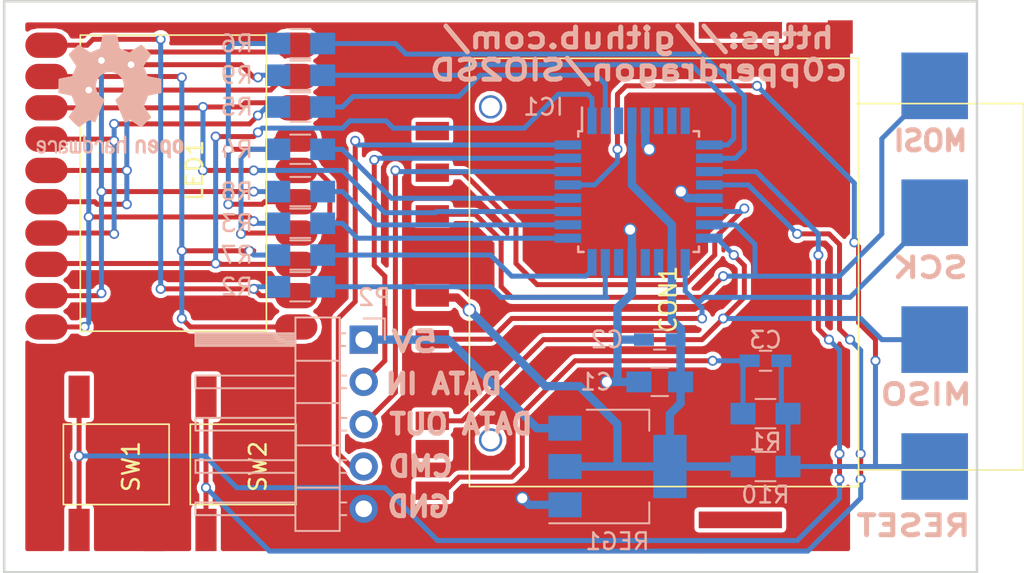
<source format=kicad_pcb>
(kicad_pcb (version 4) (host pcbnew 4.0.4-stable)

  (general
    (links 71)
    (no_connects 0)
    (area 129.464999 88.824999 188.035001 123.265001)
    (thickness 1.6)
    (drawings 17)
    (tracks 405)
    (zones 0)
    (modules 25)
    (nets 33)
  )

  (page A4)
  (layers
    (0 F.Cu signal)
    (31 B.Cu signal)
    (32 B.Adhes user)
    (33 F.Adhes user)
    (34 B.Paste user)
    (35 F.Paste user)
    (36 B.SilkS user)
    (37 F.SilkS user)
    (38 B.Mask user)
    (39 F.Mask user)
    (40 Dwgs.User user)
    (41 Cmts.User user)
    (42 Eco1.User user)
    (43 Eco2.User user)
    (44 Edge.Cuts user)
    (45 Margin user)
    (46 B.CrtYd user)
    (47 F.CrtYd user)
    (48 B.Fab user)
    (49 F.Fab user)
  )

  (setup
    (last_trace_width 0.3)
    (user_trace_width 0.4)
    (trace_clearance 0.2)
    (zone_clearance 0.25)
    (zone_45_only no)
    (trace_min 0.2)
    (segment_width 0.2)
    (edge_width 0.15)
    (via_size 0.6)
    (via_drill 0.4)
    (via_min_size 0.4)
    (via_min_drill 0.3)
    (user_via 0.6 0.4)
    (uvia_size 0.3)
    (uvia_drill 0.1)
    (uvias_allowed no)
    (uvia_min_size 0.2)
    (uvia_min_drill 0.1)
    (pcb_text_width 0.3)
    (pcb_text_size 1.5 1.5)
    (mod_edge_width 0.15)
    (mod_text_size 1 1)
    (mod_text_width 0.15)
    (pad_size 1.524 1.524)
    (pad_drill 0.762)
    (pad_to_mask_clearance 0.2)
    (aux_axis_origin 0 0)
    (visible_elements 7FFEFFFF)
    (pcbplotparams
      (layerselection 0x00030_80000001)
      (usegerberextensions false)
      (excludeedgelayer true)
      (linewidth 0.100000)
      (plotframeref false)
      (viasonmask false)
      (mode 1)
      (useauxorigin false)
      (hpglpennumber 1)
      (hpglpenspeed 20)
      (hpglpendiameter 15)
      (hpglpenoverlay 2)
      (psnegative false)
      (psa4output false)
      (plotreference true)
      (plotvalue true)
      (plotinvisibletext false)
      (padsonsilk false)
      (subtractmaskfromsilk false)
      (outputformat 1)
      (mirror false)
      (drillshape 1)
      (scaleselection 1)
      (outputdirectory ""))
  )

  (net 0 "")
  (net 1 +3V3)
  (net 2 GND)
  (net 3 /ChipSelectSD)
  (net 4 /MOSI)
  (net 5 /SCK)
  (net 6 /MISO)
  (net 7 "Net-(IC1-Pad2)")
  (net 8 "Net-(IC1-Pad9)")
  (net 9 "Net-(IC1-Pad10)")
  (net 10 "Net-(IC1-Pad11)")
  (net 11 "Net-(IC1-Pad12)")
  (net 12 "Net-(IC1-Pad23)")
  (net 13 "Net-(IC1-Pad24)")
  (net 14 "Net-(IC1-Pad25)")
  (net 15 "Net-(IC1-Pad26)")
  (net 16 "Net-(IC1-Pad28)")
  (net 17 /Reset)
  (net 18 /RX)
  (net 19 /TX)
  (net 20 /CMD)
  (net 21 +5V)
  (net 22 /Digit1)
  (net 23 /Digit0)
  (net 24 /Seg_5)
  (net 25 /Seg_4)
  (net 26 /Seg_A3)
  (net 27 /Seg_A2)
  (net 28 /Seg_A1)
  (net 29 /Seg_A0)
  (net 30 /Seg_A5)
  (net 31 /Seg_6)
  (net 32 "Net-(C3-Pad2)")

  (net_class Default "This is the default net class."
    (clearance 0.2)
    (trace_width 0.3)
    (via_dia 0.6)
    (via_drill 0.4)
    (uvia_dia 0.3)
    (uvia_drill 0.1)
    (add_net /CMD)
    (add_net /ChipSelectSD)
    (add_net /Digit0)
    (add_net /Digit1)
    (add_net /MISO)
    (add_net /MOSI)
    (add_net /RX)
    (add_net /Reset)
    (add_net /SCK)
    (add_net /Seg_4)
    (add_net /Seg_5)
    (add_net /Seg_6)
    (add_net /Seg_A0)
    (add_net /Seg_A1)
    (add_net /Seg_A2)
    (add_net /Seg_A3)
    (add_net /Seg_A5)
    (add_net /TX)
    (add_net "Net-(C3-Pad2)")
    (add_net "Net-(IC1-Pad10)")
    (add_net "Net-(IC1-Pad11)")
    (add_net "Net-(IC1-Pad12)")
    (add_net "Net-(IC1-Pad2)")
    (add_net "Net-(IC1-Pad23)")
    (add_net "Net-(IC1-Pad24)")
    (add_net "Net-(IC1-Pad25)")
    (add_net "Net-(IC1-Pad26)")
    (add_net "Net-(IC1-Pad28)")
    (add_net "Net-(IC1-Pad9)")
  )

  (net_class Power ""
    (clearance 0.2)
    (trace_width 0.5)
    (via_dia 0.8)
    (via_drill 0.6)
    (uvia_dia 0.3)
    (uvia_drill 0.1)
    (add_net +3V3)
    (add_net +5V)
    (add_net GND)
  )

  (module Capacitors_SMD:C_0805_HandSoldering (layer B.Cu) (tedit 5AD27CC4) (tstamp 5ACA549C)
    (at 168.91 111.76 180)
    (descr "Capacitor SMD 0805, hand soldering")
    (tags "capacitor 0805")
    (path /5ACA3C2B)
    (attr smd)
    (fp_text reference C1 (at 3.81 0 180) (layer B.SilkS)
      (effects (font (size 1 1) (thickness 0.15)) (justify mirror))
    )
    (fp_text value 10uF (at 0 -1.75 180) (layer B.Fab)
      (effects (font (size 1 1) (thickness 0.15)) (justify mirror))
    )
    (fp_text user %R (at 3.81 0 180) (layer B.Fab)
      (effects (font (size 1 1) (thickness 0.15)) (justify mirror))
    )
    (fp_line (start -1 -0.62) (end -1 0.62) (layer B.Fab) (width 0.1))
    (fp_line (start 1 -0.62) (end -1 -0.62) (layer B.Fab) (width 0.1))
    (fp_line (start 1 0.62) (end 1 -0.62) (layer B.Fab) (width 0.1))
    (fp_line (start -1 0.62) (end 1 0.62) (layer B.Fab) (width 0.1))
    (fp_line (start 0.5 0.85) (end -0.5 0.85) (layer B.SilkS) (width 0.12))
    (fp_line (start -0.5 -0.85) (end 0.5 -0.85) (layer B.SilkS) (width 0.12))
    (fp_line (start -2.25 0.88) (end 2.25 0.88) (layer B.CrtYd) (width 0.05))
    (fp_line (start -2.25 0.88) (end -2.25 -0.87) (layer B.CrtYd) (width 0.05))
    (fp_line (start 2.25 -0.87) (end 2.25 0.88) (layer B.CrtYd) (width 0.05))
    (fp_line (start 2.25 -0.87) (end -2.25 -0.87) (layer B.CrtYd) (width 0.05))
    (pad 1 smd rect (at -1.25 0 180) (size 1.5 1.25) (layers B.Cu B.Paste B.Mask)
      (net 1 +3V3))
    (pad 2 smd rect (at 1.25 0 180) (size 1.5 1.25) (layers B.Cu B.Paste B.Mask)
      (net 2 GND))
    (model Capacitors_SMD.3dshapes/C_0805.wrl
      (at (xyz 0 0 0))
      (scale (xyz 1 1 1))
      (rotate (xyz 0 0 0))
    )
  )

  (module Capacitors_SMD:C_0603_HandSoldering (layer B.Cu) (tedit 5AD27CBA) (tstamp 5ACA54A2)
    (at 168.91 109.22 180)
    (descr "Capacitor SMD 0603, hand soldering")
    (tags "capacitor 0603")
    (path /5ACAC4FC)
    (attr smd)
    (fp_text reference C2 (at 3.175 0 180) (layer B.SilkS)
      (effects (font (size 1 1) (thickness 0.15)) (justify mirror))
    )
    (fp_text value 100nF (at 0 -1.5 180) (layer B.Fab)
      (effects (font (size 1 1) (thickness 0.15)) (justify mirror))
    )
    (fp_text user %R (at 3.175 0 180) (layer B.Fab)
      (effects (font (size 1 1) (thickness 0.15)) (justify mirror))
    )
    (fp_line (start -0.8 -0.4) (end -0.8 0.4) (layer B.Fab) (width 0.1))
    (fp_line (start 0.8 -0.4) (end -0.8 -0.4) (layer B.Fab) (width 0.1))
    (fp_line (start 0.8 0.4) (end 0.8 -0.4) (layer B.Fab) (width 0.1))
    (fp_line (start -0.8 0.4) (end 0.8 0.4) (layer B.Fab) (width 0.1))
    (fp_line (start -0.35 0.6) (end 0.35 0.6) (layer B.SilkS) (width 0.12))
    (fp_line (start 0.35 -0.6) (end -0.35 -0.6) (layer B.SilkS) (width 0.12))
    (fp_line (start -1.8 0.65) (end 1.8 0.65) (layer B.CrtYd) (width 0.05))
    (fp_line (start -1.8 0.65) (end -1.8 -0.65) (layer B.CrtYd) (width 0.05))
    (fp_line (start 1.8 -0.65) (end 1.8 0.65) (layer B.CrtYd) (width 0.05))
    (fp_line (start 1.8 -0.65) (end -1.8 -0.65) (layer B.CrtYd) (width 0.05))
    (pad 1 smd rect (at -0.95 0 180) (size 1.2 0.75) (layers B.Cu B.Paste B.Mask)
      (net 1 +3V3))
    (pad 2 smd rect (at 0.95 0 180) (size 1.2 0.75) (layers B.Cu B.Paste B.Mask)
      (net 2 GND))
    (model Capacitors_SMD.3dshapes/C_0603.wrl
      (at (xyz 0 0 0))
      (scale (xyz 1 1 1))
      (rotate (xyz 0 0 0))
    )
  )

  (module Housings_QFP:TQFP-32_7x7mm_Pitch0.8mm (layer B.Cu) (tedit 5AD27FD8) (tstamp 5ACA54D9)
    (at 167.64 100.33 270)
    (descr "32-Lead Plastic Thin Quad Flatpack (PT) - 7x7x1.0 mm Body, 2.00 mm [TQFP] (see Microchip Packaging Specification 00000049BS.pdf)")
    (tags "QFP 0.8")
    (path /5ACA2866)
    (attr smd)
    (fp_text reference IC1 (at -5.08 5.715 360) (layer B.SilkS)
      (effects (font (size 1 1) (thickness 0.15)) (justify mirror))
    )
    (fp_text value ATMEGA328PB-A (at 0 -6.05 270) (layer B.Fab)
      (effects (font (size 1 1) (thickness 0.15)) (justify mirror))
    )
    (fp_text user %R (at -5.08 5.715 360) (layer B.Fab)
      (effects (font (size 1 1) (thickness 0.15)) (justify mirror))
    )
    (fp_line (start -2.5 3.5) (end 3.5 3.5) (layer B.Fab) (width 0.15))
    (fp_line (start 3.5 3.5) (end 3.5 -3.5) (layer B.Fab) (width 0.15))
    (fp_line (start 3.5 -3.5) (end -3.5 -3.5) (layer B.Fab) (width 0.15))
    (fp_line (start -3.5 -3.5) (end -3.5 2.5) (layer B.Fab) (width 0.15))
    (fp_line (start -3.5 2.5) (end -2.5 3.5) (layer B.Fab) (width 0.15))
    (fp_line (start -5.3 5.3) (end -5.3 -5.3) (layer B.CrtYd) (width 0.05))
    (fp_line (start 5.3 5.3) (end 5.3 -5.3) (layer B.CrtYd) (width 0.05))
    (fp_line (start -5.3 5.3) (end 5.3 5.3) (layer B.CrtYd) (width 0.05))
    (fp_line (start -5.3 -5.3) (end 5.3 -5.3) (layer B.CrtYd) (width 0.05))
    (fp_line (start -3.625 3.625) (end -3.625 3.4) (layer B.SilkS) (width 0.15))
    (fp_line (start 3.625 3.625) (end 3.625 3.3) (layer B.SilkS) (width 0.15))
    (fp_line (start 3.625 -3.625) (end 3.625 -3.3) (layer B.SilkS) (width 0.15))
    (fp_line (start -3.625 -3.625) (end -3.625 -3.3) (layer B.SilkS) (width 0.15))
    (fp_line (start -3.625 3.625) (end -3.3 3.625) (layer B.SilkS) (width 0.15))
    (fp_line (start -3.625 -3.625) (end -3.3 -3.625) (layer B.SilkS) (width 0.15))
    (fp_line (start 3.625 -3.625) (end 3.3 -3.625) (layer B.SilkS) (width 0.15))
    (fp_line (start 3.625 3.625) (end 3.3 3.625) (layer B.SilkS) (width 0.15))
    (fp_line (start -3.625 3.4) (end -5.05 3.4) (layer B.SilkS) (width 0.15))
    (pad 1 smd rect (at -4.25 2.8 270) (size 1.6 0.55) (layers B.Cu B.Paste B.Mask)
      (net 22 /Digit1))
    (pad 2 smd rect (at -4.25 2 270) (size 1.6 0.55) (layers B.Cu B.Paste B.Mask)
      (net 7 "Net-(IC1-Pad2)"))
    (pad 3 smd rect (at -4.25 1.2 270) (size 1.6 0.55) (layers B.Cu B.Paste B.Mask))
    (pad 4 smd rect (at -4.25 0.4 270) (size 1.6 0.55) (layers B.Cu B.Paste B.Mask)
      (net 1 +3V3))
    (pad 5 smd rect (at -4.25 -0.4 270) (size 1.6 0.55) (layers B.Cu B.Paste B.Mask)
      (net 2 GND))
    (pad 6 smd rect (at -4.25 -1.2 270) (size 1.6 0.55) (layers B.Cu B.Paste B.Mask))
    (pad 7 smd rect (at -4.25 -2 270) (size 1.6 0.55) (layers B.Cu B.Paste B.Mask))
    (pad 8 smd rect (at -4.25 -2.8 270) (size 1.6 0.55) (layers B.Cu B.Paste B.Mask))
    (pad 9 smd rect (at -2.8 -4.25 180) (size 1.6 0.55) (layers B.Cu B.Paste B.Mask)
      (net 8 "Net-(IC1-Pad9)"))
    (pad 10 smd rect (at -2 -4.25 180) (size 1.6 0.55) (layers B.Cu B.Paste B.Mask)
      (net 9 "Net-(IC1-Pad10)"))
    (pad 11 smd rect (at -1.2 -4.25 180) (size 1.6 0.55) (layers B.Cu B.Paste B.Mask)
      (net 10 "Net-(IC1-Pad11)"))
    (pad 12 smd rect (at -0.4 -4.25 180) (size 1.6 0.55) (layers B.Cu B.Paste B.Mask)
      (net 11 "Net-(IC1-Pad12)"))
    (pad 13 smd rect (at 0.4 -4.25 180) (size 1.6 0.55) (layers B.Cu B.Paste B.Mask)
      (net 2 GND))
    (pad 14 smd rect (at 1.2 -4.25 180) (size 1.6 0.55) (layers B.Cu B.Paste B.Mask)
      (net 3 /ChipSelectSD))
    (pad 15 smd rect (at 2 -4.25 180) (size 1.6 0.55) (layers B.Cu B.Paste B.Mask)
      (net 4 /MOSI))
    (pad 16 smd rect (at 2.8 -4.25 180) (size 1.6 0.55) (layers B.Cu B.Paste B.Mask)
      (net 6 /MISO))
    (pad 17 smd rect (at 4.25 -2.8 270) (size 1.6 0.55) (layers B.Cu B.Paste B.Mask)
      (net 5 /SCK))
    (pad 18 smd rect (at 4.25 -2 270) (size 1.6 0.55) (layers B.Cu B.Paste B.Mask)
      (net 1 +3V3))
    (pad 19 smd rect (at 4.25 -1.2 270) (size 1.6 0.55) (layers B.Cu B.Paste B.Mask))
    (pad 20 smd rect (at 4.25 -0.4 270) (size 1.6 0.55) (layers B.Cu B.Paste B.Mask))
    (pad 21 smd rect (at 4.25 0.4 270) (size 1.6 0.55) (layers B.Cu B.Paste B.Mask)
      (net 2 GND))
    (pad 22 smd rect (at 4.25 1.2 270) (size 1.6 0.55) (layers B.Cu B.Paste B.Mask))
    (pad 23 smd rect (at 4.25 2 270) (size 1.6 0.55) (layers B.Cu B.Paste B.Mask)
      (net 12 "Net-(IC1-Pad23)"))
    (pad 24 smd rect (at 4.25 2.8 270) (size 1.6 0.55) (layers B.Cu B.Paste B.Mask)
      (net 13 "Net-(IC1-Pad24)"))
    (pad 25 smd rect (at 2.8 4.25 180) (size 1.6 0.55) (layers B.Cu B.Paste B.Mask)
      (net 14 "Net-(IC1-Pad25)"))
    (pad 26 smd rect (at 2 4.25 180) (size 1.6 0.55) (layers B.Cu B.Paste B.Mask)
      (net 15 "Net-(IC1-Pad26)"))
    (pad 27 smd rect (at 1.2 4.25 180) (size 1.6 0.55) (layers B.Cu B.Paste B.Mask)
      (net 23 /Digit0))
    (pad 28 smd rect (at 0.4 4.25 180) (size 1.6 0.55) (layers B.Cu B.Paste B.Mask)
      (net 16 "Net-(IC1-Pad28)"))
    (pad 29 smd rect (at -0.4 4.25 180) (size 1.6 0.55) (layers B.Cu B.Paste B.Mask)
      (net 17 /Reset))
    (pad 30 smd rect (at -1.2 4.25 180) (size 1.6 0.55) (layers B.Cu B.Paste B.Mask)
      (net 18 /RX))
    (pad 31 smd rect (at -2 4.25 180) (size 1.6 0.55) (layers B.Cu B.Paste B.Mask)
      (net 19 /TX))
    (pad 32 smd rect (at -2.8 4.25 180) (size 1.6 0.55) (layers B.Cu B.Paste B.Mask)
      (net 20 /CMD))
    (model ${KISYS3DMOD}/Housings_QFP.3dshapes/TQFP-32_7x7mm_Pitch0.8mm.wrl
      (at (xyz 0 0 0))
      (scale (xyz 1 1 1))
      (rotate (xyz 0 0 0))
    )
  )

  (module Pin_Headers:Pin_Header_Angled_1x05_Pitch2.54mm (layer B.Cu) (tedit 5AD27C32) (tstamp 5ACA54EA)
    (at 151.13 109.22 180)
    (descr "Through hole angled pin header, 1x05, 2.54mm pitch, 6mm pin length, single row")
    (tags "Through hole angled pin header THT 1x05 2.54mm single row")
    (path /5ACA4270)
    (fp_text reference P2 (at -0.635 2.54 180) (layer B.SilkS)
      (effects (font (size 1 1) (thickness 0.15)) (justify mirror))
    )
    (fp_text value SIO (at 4.385 -12.43 180) (layer B.Fab)
      (effects (font (size 1 1) (thickness 0.15)) (justify mirror))
    )
    (fp_line (start 2.135 1.27) (end 4.04 1.27) (layer B.Fab) (width 0.1))
    (fp_line (start 4.04 1.27) (end 4.04 -11.43) (layer B.Fab) (width 0.1))
    (fp_line (start 4.04 -11.43) (end 1.5 -11.43) (layer B.Fab) (width 0.1))
    (fp_line (start 1.5 -11.43) (end 1.5 0.635) (layer B.Fab) (width 0.1))
    (fp_line (start 1.5 0.635) (end 2.135 1.27) (layer B.Fab) (width 0.1))
    (fp_line (start -0.32 0.32) (end 1.5 0.32) (layer B.Fab) (width 0.1))
    (fp_line (start -0.32 0.32) (end -0.32 -0.32) (layer B.Fab) (width 0.1))
    (fp_line (start -0.32 -0.32) (end 1.5 -0.32) (layer B.Fab) (width 0.1))
    (fp_line (start 4.04 0.32) (end 10.04 0.32) (layer B.Fab) (width 0.1))
    (fp_line (start 10.04 0.32) (end 10.04 -0.32) (layer B.Fab) (width 0.1))
    (fp_line (start 4.04 -0.32) (end 10.04 -0.32) (layer B.Fab) (width 0.1))
    (fp_line (start -0.32 -2.22) (end 1.5 -2.22) (layer B.Fab) (width 0.1))
    (fp_line (start -0.32 -2.22) (end -0.32 -2.86) (layer B.Fab) (width 0.1))
    (fp_line (start -0.32 -2.86) (end 1.5 -2.86) (layer B.Fab) (width 0.1))
    (fp_line (start 4.04 -2.22) (end 10.04 -2.22) (layer B.Fab) (width 0.1))
    (fp_line (start 10.04 -2.22) (end 10.04 -2.86) (layer B.Fab) (width 0.1))
    (fp_line (start 4.04 -2.86) (end 10.04 -2.86) (layer B.Fab) (width 0.1))
    (fp_line (start -0.32 -4.76) (end 1.5 -4.76) (layer B.Fab) (width 0.1))
    (fp_line (start -0.32 -4.76) (end -0.32 -5.4) (layer B.Fab) (width 0.1))
    (fp_line (start -0.32 -5.4) (end 1.5 -5.4) (layer B.Fab) (width 0.1))
    (fp_line (start 4.04 -4.76) (end 10.04 -4.76) (layer B.Fab) (width 0.1))
    (fp_line (start 10.04 -4.76) (end 10.04 -5.4) (layer B.Fab) (width 0.1))
    (fp_line (start 4.04 -5.4) (end 10.04 -5.4) (layer B.Fab) (width 0.1))
    (fp_line (start -0.32 -7.3) (end 1.5 -7.3) (layer B.Fab) (width 0.1))
    (fp_line (start -0.32 -7.3) (end -0.32 -7.94) (layer B.Fab) (width 0.1))
    (fp_line (start -0.32 -7.94) (end 1.5 -7.94) (layer B.Fab) (width 0.1))
    (fp_line (start 4.04 -7.3) (end 10.04 -7.3) (layer B.Fab) (width 0.1))
    (fp_line (start 10.04 -7.3) (end 10.04 -7.94) (layer B.Fab) (width 0.1))
    (fp_line (start 4.04 -7.94) (end 10.04 -7.94) (layer B.Fab) (width 0.1))
    (fp_line (start -0.32 -9.84) (end 1.5 -9.84) (layer B.Fab) (width 0.1))
    (fp_line (start -0.32 -9.84) (end -0.32 -10.48) (layer B.Fab) (width 0.1))
    (fp_line (start -0.32 -10.48) (end 1.5 -10.48) (layer B.Fab) (width 0.1))
    (fp_line (start 4.04 -9.84) (end 10.04 -9.84) (layer B.Fab) (width 0.1))
    (fp_line (start 10.04 -9.84) (end 10.04 -10.48) (layer B.Fab) (width 0.1))
    (fp_line (start 4.04 -10.48) (end 10.04 -10.48) (layer B.Fab) (width 0.1))
    (fp_line (start 1.44 1.33) (end 1.44 -11.49) (layer B.SilkS) (width 0.12))
    (fp_line (start 1.44 -11.49) (end 4.1 -11.49) (layer B.SilkS) (width 0.12))
    (fp_line (start 4.1 -11.49) (end 4.1 1.33) (layer B.SilkS) (width 0.12))
    (fp_line (start 4.1 1.33) (end 1.44 1.33) (layer B.SilkS) (width 0.12))
    (fp_line (start 4.1 0.38) (end 10.1 0.38) (layer B.SilkS) (width 0.12))
    (fp_line (start 10.1 0.38) (end 10.1 -0.38) (layer B.SilkS) (width 0.12))
    (fp_line (start 10.1 -0.38) (end 4.1 -0.38) (layer B.SilkS) (width 0.12))
    (fp_line (start 4.1 0.32) (end 10.1 0.32) (layer B.SilkS) (width 0.12))
    (fp_line (start 4.1 0.2) (end 10.1 0.2) (layer B.SilkS) (width 0.12))
    (fp_line (start 4.1 0.08) (end 10.1 0.08) (layer B.SilkS) (width 0.12))
    (fp_line (start 4.1 -0.04) (end 10.1 -0.04) (layer B.SilkS) (width 0.12))
    (fp_line (start 4.1 -0.16) (end 10.1 -0.16) (layer B.SilkS) (width 0.12))
    (fp_line (start 4.1 -0.28) (end 10.1 -0.28) (layer B.SilkS) (width 0.12))
    (fp_line (start 1.11 0.38) (end 1.44 0.38) (layer B.SilkS) (width 0.12))
    (fp_line (start 1.11 -0.38) (end 1.44 -0.38) (layer B.SilkS) (width 0.12))
    (fp_line (start 1.44 -1.27) (end 4.1 -1.27) (layer B.SilkS) (width 0.12))
    (fp_line (start 4.1 -2.16) (end 10.1 -2.16) (layer B.SilkS) (width 0.12))
    (fp_line (start 10.1 -2.16) (end 10.1 -2.92) (layer B.SilkS) (width 0.12))
    (fp_line (start 10.1 -2.92) (end 4.1 -2.92) (layer B.SilkS) (width 0.12))
    (fp_line (start 1.042929 -2.16) (end 1.44 -2.16) (layer B.SilkS) (width 0.12))
    (fp_line (start 1.042929 -2.92) (end 1.44 -2.92) (layer B.SilkS) (width 0.12))
    (fp_line (start 1.44 -3.81) (end 4.1 -3.81) (layer B.SilkS) (width 0.12))
    (fp_line (start 4.1 -4.7) (end 10.1 -4.7) (layer B.SilkS) (width 0.12))
    (fp_line (start 10.1 -4.7) (end 10.1 -5.46) (layer B.SilkS) (width 0.12))
    (fp_line (start 10.1 -5.46) (end 4.1 -5.46) (layer B.SilkS) (width 0.12))
    (fp_line (start 1.042929 -4.7) (end 1.44 -4.7) (layer B.SilkS) (width 0.12))
    (fp_line (start 1.042929 -5.46) (end 1.44 -5.46) (layer B.SilkS) (width 0.12))
    (fp_line (start 1.44 -6.35) (end 4.1 -6.35) (layer B.SilkS) (width 0.12))
    (fp_line (start 4.1 -7.24) (end 10.1 -7.24) (layer B.SilkS) (width 0.12))
    (fp_line (start 10.1 -7.24) (end 10.1 -8) (layer B.SilkS) (width 0.12))
    (fp_line (start 10.1 -8) (end 4.1 -8) (layer B.SilkS) (width 0.12))
    (fp_line (start 1.042929 -7.24) (end 1.44 -7.24) (layer B.SilkS) (width 0.12))
    (fp_line (start 1.042929 -8) (end 1.44 -8) (layer B.SilkS) (width 0.12))
    (fp_line (start 1.44 -8.89) (end 4.1 -8.89) (layer B.SilkS) (width 0.12))
    (fp_line (start 4.1 -9.78) (end 10.1 -9.78) (layer B.SilkS) (width 0.12))
    (fp_line (start 10.1 -9.78) (end 10.1 -10.54) (layer B.SilkS) (width 0.12))
    (fp_line (start 10.1 -10.54) (end 4.1 -10.54) (layer B.SilkS) (width 0.12))
    (fp_line (start 1.042929 -9.78) (end 1.44 -9.78) (layer B.SilkS) (width 0.12))
    (fp_line (start 1.042929 -10.54) (end 1.44 -10.54) (layer B.SilkS) (width 0.12))
    (fp_line (start -1.27 0) (end -1.27 1.27) (layer B.SilkS) (width 0.12))
    (fp_line (start -1.27 1.27) (end 0 1.27) (layer B.SilkS) (width 0.12))
    (fp_line (start -1.8 1.8) (end -1.8 -11.95) (layer B.CrtYd) (width 0.05))
    (fp_line (start -1.8 -11.95) (end 10.55 -11.95) (layer B.CrtYd) (width 0.05))
    (fp_line (start 10.55 -11.95) (end 10.55 1.8) (layer B.CrtYd) (width 0.05))
    (fp_line (start 10.55 1.8) (end -1.8 1.8) (layer B.CrtYd) (width 0.05))
    (fp_text user %R (at 2.77 -5.08 450) (layer B.Fab)
      (effects (font (size 1 1) (thickness 0.15)) (justify mirror))
    )
    (pad 1 thru_hole rect (at 0 0 180) (size 1.7 1.7) (drill 1) (layers *.Cu *.Mask)
      (net 21 +5V))
    (pad 2 thru_hole oval (at 0 -2.54 180) (size 1.7 1.7) (drill 1) (layers *.Cu *.Mask)
      (net 19 /TX))
    (pad 3 thru_hole oval (at 0 -5.08 180) (size 1.7 1.7) (drill 1) (layers *.Cu *.Mask)
      (net 18 /RX))
    (pad 4 thru_hole oval (at 0 -7.62 180) (size 1.7 1.7) (drill 1) (layers *.Cu *.Mask)
      (net 20 /CMD))
    (pad 5 thru_hole oval (at 0 -10.16 180) (size 1.7 1.7) (drill 1) (layers *.Cu *.Mask)
      (net 2 GND))
    (model ${KISYS3DMOD}/Pin_Headers.3dshapes/Pin_Header_Angled_1x05_Pitch2.54mm.wrl
      (at (xyz 0 0 0))
      (scale (xyz 1 1 1))
      (rotate (xyz 0 0 0))
    )
  )

  (module Resistors_SMD:R_0805_HandSoldering (layer B.Cu) (tedit 58E0A804) (tstamp 5ACA54F0)
    (at 175.26 113.665)
    (descr "Resistor SMD 0805, hand soldering")
    (tags "resistor 0805")
    (path /5ACBC0B0)
    (attr smd)
    (fp_text reference R1 (at 0 1.7) (layer B.SilkS)
      (effects (font (size 1 1) (thickness 0.15)) (justify mirror))
    )
    (fp_text value 220k (at 0 -1.75) (layer B.Fab)
      (effects (font (size 1 1) (thickness 0.15)) (justify mirror))
    )
    (fp_text user %R (at 0 0) (layer B.Fab)
      (effects (font (size 0.5 0.5) (thickness 0.075)) (justify mirror))
    )
    (fp_line (start -1 -0.62) (end -1 0.62) (layer B.Fab) (width 0.1))
    (fp_line (start 1 -0.62) (end -1 -0.62) (layer B.Fab) (width 0.1))
    (fp_line (start 1 0.62) (end 1 -0.62) (layer B.Fab) (width 0.1))
    (fp_line (start -1 0.62) (end 1 0.62) (layer B.Fab) (width 0.1))
    (fp_line (start 0.6 -0.88) (end -0.6 -0.88) (layer B.SilkS) (width 0.12))
    (fp_line (start -0.6 0.88) (end 0.6 0.88) (layer B.SilkS) (width 0.12))
    (fp_line (start -2.35 0.9) (end 2.35 0.9) (layer B.CrtYd) (width 0.05))
    (fp_line (start -2.35 0.9) (end -2.35 -0.9) (layer B.CrtYd) (width 0.05))
    (fp_line (start 2.35 -0.9) (end 2.35 0.9) (layer B.CrtYd) (width 0.05))
    (fp_line (start 2.35 -0.9) (end -2.35 -0.9) (layer B.CrtYd) (width 0.05))
    (pad 1 smd rect (at -1.35 0) (size 1.5 1.3) (layers B.Cu B.Paste B.Mask)
      (net 32 "Net-(C3-Pad2)"))
    (pad 2 smd rect (at 1.35 0) (size 1.5 1.3) (layers B.Cu B.Paste B.Mask)
      (net 17 /Reset))
    (model ${KISYS3DMOD}/Resistors_SMD.3dshapes/R_0805.wrl
      (at (xyz 0 0 0))
      (scale (xyz 1 1 1))
      (rotate (xyz 0 0 0))
    )
  )

  (module Resistors_SMD:R_0805_HandSoldering (layer B.Cu) (tedit 5AD27C36) (tstamp 5ACA54F6)
    (at 147.32 106.045)
    (descr "Resistor SMD 0805, hand soldering")
    (tags "resistor 0805")
    (path /5ACA4C04)
    (attr smd)
    (fp_text reference R2 (at -3.81 0) (layer B.SilkS)
      (effects (font (size 1 1) (thickness 0.15)) (justify mirror))
    )
    (fp_text value 1k (at 0 -1.75) (layer B.Fab)
      (effects (font (size 1 1) (thickness 0.15)) (justify mirror))
    )
    (fp_text user %R (at 0 0) (layer B.Fab)
      (effects (font (size 0.5 0.5) (thickness 0.075)) (justify mirror))
    )
    (fp_line (start -1 -0.62) (end -1 0.62) (layer B.Fab) (width 0.1))
    (fp_line (start 1 -0.62) (end -1 -0.62) (layer B.Fab) (width 0.1))
    (fp_line (start 1 0.62) (end 1 -0.62) (layer B.Fab) (width 0.1))
    (fp_line (start -1 0.62) (end 1 0.62) (layer B.Fab) (width 0.1))
    (fp_line (start 0.6 -0.88) (end -0.6 -0.88) (layer B.SilkS) (width 0.12))
    (fp_line (start -0.6 0.88) (end 0.6 0.88) (layer B.SilkS) (width 0.12))
    (fp_line (start -2.35 0.9) (end 2.35 0.9) (layer B.CrtYd) (width 0.05))
    (fp_line (start -2.35 0.9) (end -2.35 -0.9) (layer B.CrtYd) (width 0.05))
    (fp_line (start 2.35 -0.9) (end 2.35 0.9) (layer B.CrtYd) (width 0.05))
    (fp_line (start 2.35 -0.9) (end -2.35 -0.9) (layer B.CrtYd) (width 0.05))
    (pad 1 smd rect (at -1.35 0) (size 1.5 1.3) (layers B.Cu B.Paste B.Mask)
      (net 29 /Seg_A0))
    (pad 2 smd rect (at 1.35 0) (size 1.5 1.3) (layers B.Cu B.Paste B.Mask)
      (net 12 "Net-(IC1-Pad23)"))
    (model ${KISYS3DMOD}/Resistors_SMD.3dshapes/R_0805.wrl
      (at (xyz 0 0 0))
      (scale (xyz 1 1 1))
      (rotate (xyz 0 0 0))
    )
  )

  (module Resistors_SMD:R_0805_HandSoldering (layer B.Cu) (tedit 5AD27C1B) (tstamp 5ACA54FC)
    (at 147.32 102.235)
    (descr "Resistor SMD 0805, hand soldering")
    (tags "resistor 0805")
    (path /5ACA4FD7)
    (attr smd)
    (fp_text reference R3 (at -3.81 0) (layer B.SilkS)
      (effects (font (size 1 1) (thickness 0.15)) (justify mirror))
    )
    (fp_text value 1k (at 0 -1.75) (layer B.Fab)
      (effects (font (size 1 1) (thickness 0.15)) (justify mirror))
    )
    (fp_text user %R (at 0 0) (layer B.Fab)
      (effects (font (size 0.5 0.5) (thickness 0.075)) (justify mirror))
    )
    (fp_line (start -1 -0.62) (end -1 0.62) (layer B.Fab) (width 0.1))
    (fp_line (start 1 -0.62) (end -1 -0.62) (layer B.Fab) (width 0.1))
    (fp_line (start 1 0.62) (end 1 -0.62) (layer B.Fab) (width 0.1))
    (fp_line (start -1 0.62) (end 1 0.62) (layer B.Fab) (width 0.1))
    (fp_line (start 0.6 -0.88) (end -0.6 -0.88) (layer B.SilkS) (width 0.12))
    (fp_line (start -0.6 0.88) (end 0.6 0.88) (layer B.SilkS) (width 0.12))
    (fp_line (start -2.35 0.9) (end 2.35 0.9) (layer B.CrtYd) (width 0.05))
    (fp_line (start -2.35 0.9) (end -2.35 -0.9) (layer B.CrtYd) (width 0.05))
    (fp_line (start 2.35 -0.9) (end 2.35 0.9) (layer B.CrtYd) (width 0.05))
    (fp_line (start 2.35 -0.9) (end -2.35 -0.9) (layer B.CrtYd) (width 0.05))
    (pad 1 smd rect (at -1.35 0) (size 1.5 1.3) (layers B.Cu B.Paste B.Mask)
      (net 27 /Seg_A2))
    (pad 2 smd rect (at 1.35 0) (size 1.5 1.3) (layers B.Cu B.Paste B.Mask)
      (net 14 "Net-(IC1-Pad25)"))
    (model ${KISYS3DMOD}/Resistors_SMD.3dshapes/R_0805.wrl
      (at (xyz 0 0 0))
      (scale (xyz 1 1 1))
      (rotate (xyz 0 0 0))
    )
  )

  (module Resistors_SMD:R_0805_HandSoldering (layer B.Cu) (tedit 5AD27C13) (tstamp 5ACA5502)
    (at 147.32 97.79)
    (descr "Resistor SMD 0805, hand soldering")
    (tags "resistor 0805")
    (path /5ACA5329)
    (attr smd)
    (fp_text reference R4 (at -3.81 0) (layer B.SilkS)
      (effects (font (size 1 1) (thickness 0.15)) (justify mirror))
    )
    (fp_text value 1k (at 0 -1.75) (layer B.Fab)
      (effects (font (size 1 1) (thickness 0.15)) (justify mirror))
    )
    (fp_text user %R (at 0 0) (layer B.Fab)
      (effects (font (size 0.5 0.5) (thickness 0.075)) (justify mirror))
    )
    (fp_line (start -1 -0.62) (end -1 0.62) (layer B.Fab) (width 0.1))
    (fp_line (start 1 -0.62) (end -1 -0.62) (layer B.Fab) (width 0.1))
    (fp_line (start 1 0.62) (end 1 -0.62) (layer B.Fab) (width 0.1))
    (fp_line (start -1 0.62) (end 1 0.62) (layer B.Fab) (width 0.1))
    (fp_line (start 0.6 -0.88) (end -0.6 -0.88) (layer B.SilkS) (width 0.12))
    (fp_line (start -0.6 0.88) (end 0.6 0.88) (layer B.SilkS) (width 0.12))
    (fp_line (start -2.35 0.9) (end 2.35 0.9) (layer B.CrtYd) (width 0.05))
    (fp_line (start -2.35 0.9) (end -2.35 -0.9) (layer B.CrtYd) (width 0.05))
    (fp_line (start 2.35 -0.9) (end 2.35 0.9) (layer B.CrtYd) (width 0.05))
    (fp_line (start 2.35 -0.9) (end -2.35 -0.9) (layer B.CrtYd) (width 0.05))
    (pad 1 smd rect (at -1.35 0) (size 1.5 1.3) (layers B.Cu B.Paste B.Mask)
      (net 30 /Seg_A5))
    (pad 2 smd rect (at 1.35 0) (size 1.5 1.3) (layers B.Cu B.Paste B.Mask)
      (net 16 "Net-(IC1-Pad28)"))
    (model ${KISYS3DMOD}/Resistors_SMD.3dshapes/R_0805.wrl
      (at (xyz 0 0 0))
      (scale (xyz 1 1 1))
      (rotate (xyz 0 0 0))
    )
  )

  (module Resistors_SMD:R_0805_HandSoldering (layer B.Cu) (tedit 5AD27C11) (tstamp 5ACA5508)
    (at 147.32 95.25)
    (descr "Resistor SMD 0805, hand soldering")
    (tags "resistor 0805")
    (path /5ACA63FC)
    (attr smd)
    (fp_text reference R5 (at -3.81 0) (layer B.SilkS)
      (effects (font (size 1 1) (thickness 0.15)) (justify mirror))
    )
    (fp_text value 1k (at 0 -1.75) (layer B.Fab)
      (effects (font (size 1 1) (thickness 0.15)) (justify mirror))
    )
    (fp_text user %R (at 0 0) (layer B.Fab)
      (effects (font (size 0.5 0.5) (thickness 0.075)) (justify mirror))
    )
    (fp_line (start -1 -0.62) (end -1 0.62) (layer B.Fab) (width 0.1))
    (fp_line (start 1 -0.62) (end -1 -0.62) (layer B.Fab) (width 0.1))
    (fp_line (start 1 0.62) (end 1 -0.62) (layer B.Fab) (width 0.1))
    (fp_line (start -1 0.62) (end 1 0.62) (layer B.Fab) (width 0.1))
    (fp_line (start 0.6 -0.88) (end -0.6 -0.88) (layer B.SilkS) (width 0.12))
    (fp_line (start -0.6 0.88) (end 0.6 0.88) (layer B.SilkS) (width 0.12))
    (fp_line (start -2.35 0.9) (end 2.35 0.9) (layer B.CrtYd) (width 0.05))
    (fp_line (start -2.35 0.9) (end -2.35 -0.9) (layer B.CrtYd) (width 0.05))
    (fp_line (start 2.35 -0.9) (end 2.35 0.9) (layer B.CrtYd) (width 0.05))
    (fp_line (start 2.35 -0.9) (end -2.35 -0.9) (layer B.CrtYd) (width 0.05))
    (pad 1 smd rect (at -1.35 0) (size 1.5 1.3) (layers B.Cu B.Paste B.Mask)
      (net 25 /Seg_4))
    (pad 2 smd rect (at 1.35 0) (size 1.5 1.3) (layers B.Cu B.Paste B.Mask)
      (net 7 "Net-(IC1-Pad2)"))
    (model ${KISYS3DMOD}/Resistors_SMD.3dshapes/R_0805.wrl
      (at (xyz 0 0 0))
      (scale (xyz 1 1 1))
      (rotate (xyz 0 0 0))
    )
  )

  (module Resistors_SMD:R_0805_HandSoldering (layer B.Cu) (tedit 5AD27C0B) (tstamp 5ACA550E)
    (at 147.32 91.44)
    (descr "Resistor SMD 0805, hand soldering")
    (tags "resistor 0805")
    (path /5ACA6904)
    (attr smd)
    (fp_text reference R6 (at -3.81 0) (layer B.SilkS)
      (effects (font (size 1 1) (thickness 0.15)) (justify mirror))
    )
    (fp_text value 1k (at 0 -1.75) (layer B.Fab)
      (effects (font (size 1 1) (thickness 0.15)) (justify mirror))
    )
    (fp_text user %R (at 0 0) (layer B.Fab)
      (effects (font (size 0.5 0.5) (thickness 0.075)) (justify mirror))
    )
    (fp_line (start -1 -0.62) (end -1 0.62) (layer B.Fab) (width 0.1))
    (fp_line (start 1 -0.62) (end -1 -0.62) (layer B.Fab) (width 0.1))
    (fp_line (start 1 0.62) (end 1 -0.62) (layer B.Fab) (width 0.1))
    (fp_line (start -1 0.62) (end 1 0.62) (layer B.Fab) (width 0.1))
    (fp_line (start 0.6 -0.88) (end -0.6 -0.88) (layer B.SilkS) (width 0.12))
    (fp_line (start -0.6 0.88) (end 0.6 0.88) (layer B.SilkS) (width 0.12))
    (fp_line (start -2.35 0.9) (end 2.35 0.9) (layer B.CrtYd) (width 0.05))
    (fp_line (start -2.35 0.9) (end -2.35 -0.9) (layer B.CrtYd) (width 0.05))
    (fp_line (start 2.35 -0.9) (end 2.35 0.9) (layer B.CrtYd) (width 0.05))
    (fp_line (start 2.35 -0.9) (end -2.35 -0.9) (layer B.CrtYd) (width 0.05))
    (pad 1 smd rect (at -1.35 0) (size 1.5 1.3) (layers B.Cu B.Paste B.Mask)
      (net 31 /Seg_6))
    (pad 2 smd rect (at 1.35 0) (size 1.5 1.3) (layers B.Cu B.Paste B.Mask)
      (net 9 "Net-(IC1-Pad10)"))
    (model ${KISYS3DMOD}/Resistors_SMD.3dshapes/R_0805.wrl
      (at (xyz 0 0 0))
      (scale (xyz 1 1 1))
      (rotate (xyz 0 0 0))
    )
  )

  (module Resistors_SMD:R_0805_HandSoldering (layer B.Cu) (tedit 5AD27C23) (tstamp 5ACA5514)
    (at 147.32 104.14)
    (descr "Resistor SMD 0805, hand soldering")
    (tags "resistor 0805")
    (path /5ACA4C9A)
    (attr smd)
    (fp_text reference R7 (at -3.81 0) (layer B.SilkS)
      (effects (font (size 1 1) (thickness 0.15)) (justify mirror))
    )
    (fp_text value 1k (at 0 -1.75) (layer B.Fab)
      (effects (font (size 1 1) (thickness 0.15)) (justify mirror))
    )
    (fp_text user %R (at 0 0) (layer B.Fab)
      (effects (font (size 0.5 0.5) (thickness 0.075)) (justify mirror))
    )
    (fp_line (start -1 -0.62) (end -1 0.62) (layer B.Fab) (width 0.1))
    (fp_line (start 1 -0.62) (end -1 -0.62) (layer B.Fab) (width 0.1))
    (fp_line (start 1 0.62) (end 1 -0.62) (layer B.Fab) (width 0.1))
    (fp_line (start -1 0.62) (end 1 0.62) (layer B.Fab) (width 0.1))
    (fp_line (start 0.6 -0.88) (end -0.6 -0.88) (layer B.SilkS) (width 0.12))
    (fp_line (start -0.6 0.88) (end 0.6 0.88) (layer B.SilkS) (width 0.12))
    (fp_line (start -2.35 0.9) (end 2.35 0.9) (layer B.CrtYd) (width 0.05))
    (fp_line (start -2.35 0.9) (end -2.35 -0.9) (layer B.CrtYd) (width 0.05))
    (fp_line (start 2.35 -0.9) (end 2.35 0.9) (layer B.CrtYd) (width 0.05))
    (fp_line (start 2.35 -0.9) (end -2.35 -0.9) (layer B.CrtYd) (width 0.05))
    (pad 1 smd rect (at -1.35 0) (size 1.5 1.3) (layers B.Cu B.Paste B.Mask)
      (net 28 /Seg_A1))
    (pad 2 smd rect (at 1.35 0) (size 1.5 1.3) (layers B.Cu B.Paste B.Mask)
      (net 13 "Net-(IC1-Pad24)"))
    (model ${KISYS3DMOD}/Resistors_SMD.3dshapes/R_0805.wrl
      (at (xyz 0 0 0))
      (scale (xyz 1 1 1))
      (rotate (xyz 0 0 0))
    )
  )

  (module Resistors_SMD:R_0805_HandSoldering (layer B.Cu) (tedit 5AD27C17) (tstamp 5ACA551A)
    (at 147.32 100.33)
    (descr "Resistor SMD 0805, hand soldering")
    (tags "resistor 0805")
    (path /5ACA5072)
    (attr smd)
    (fp_text reference R8 (at -3.81 0) (layer B.SilkS)
      (effects (font (size 1 1) (thickness 0.15)) (justify mirror))
    )
    (fp_text value 1k (at 0 -1.75) (layer B.Fab)
      (effects (font (size 1 1) (thickness 0.15)) (justify mirror))
    )
    (fp_text user %R (at 0 0) (layer B.Fab)
      (effects (font (size 0.5 0.5) (thickness 0.075)) (justify mirror))
    )
    (fp_line (start -1 -0.62) (end -1 0.62) (layer B.Fab) (width 0.1))
    (fp_line (start 1 -0.62) (end -1 -0.62) (layer B.Fab) (width 0.1))
    (fp_line (start 1 0.62) (end 1 -0.62) (layer B.Fab) (width 0.1))
    (fp_line (start -1 0.62) (end 1 0.62) (layer B.Fab) (width 0.1))
    (fp_line (start 0.6 -0.88) (end -0.6 -0.88) (layer B.SilkS) (width 0.12))
    (fp_line (start -0.6 0.88) (end 0.6 0.88) (layer B.SilkS) (width 0.12))
    (fp_line (start -2.35 0.9) (end 2.35 0.9) (layer B.CrtYd) (width 0.05))
    (fp_line (start -2.35 0.9) (end -2.35 -0.9) (layer B.CrtYd) (width 0.05))
    (fp_line (start 2.35 -0.9) (end 2.35 0.9) (layer B.CrtYd) (width 0.05))
    (fp_line (start 2.35 -0.9) (end -2.35 -0.9) (layer B.CrtYd) (width 0.05))
    (pad 1 smd rect (at -1.35 0) (size 1.5 1.3) (layers B.Cu B.Paste B.Mask)
      (net 26 /Seg_A3))
    (pad 2 smd rect (at 1.35 0) (size 1.5 1.3) (layers B.Cu B.Paste B.Mask)
      (net 15 "Net-(IC1-Pad26)"))
    (model ${KISYS3DMOD}/Resistors_SMD.3dshapes/R_0805.wrl
      (at (xyz 0 0 0))
      (scale (xyz 1 1 1))
      (rotate (xyz 0 0 0))
    )
  )

  (module Resistors_SMD:R_0805_HandSoldering (layer B.Cu) (tedit 5AD27C0F) (tstamp 5ACA5520)
    (at 147.32 93.345)
    (descr "Resistor SMD 0805, hand soldering")
    (tags "resistor 0805")
    (path /5ACA67E5)
    (attr smd)
    (fp_text reference R9 (at -3.81 0) (layer B.SilkS)
      (effects (font (size 1 1) (thickness 0.15)) (justify mirror))
    )
    (fp_text value 1k (at 0 -1.75) (layer B.Fab)
      (effects (font (size 1 1) (thickness 0.15)) (justify mirror))
    )
    (fp_text user %R (at 0 0) (layer B.Fab)
      (effects (font (size 0.5 0.5) (thickness 0.075)) (justify mirror))
    )
    (fp_line (start -1 -0.62) (end -1 0.62) (layer B.Fab) (width 0.1))
    (fp_line (start 1 -0.62) (end -1 -0.62) (layer B.Fab) (width 0.1))
    (fp_line (start 1 0.62) (end 1 -0.62) (layer B.Fab) (width 0.1))
    (fp_line (start -1 0.62) (end 1 0.62) (layer B.Fab) (width 0.1))
    (fp_line (start 0.6 -0.88) (end -0.6 -0.88) (layer B.SilkS) (width 0.12))
    (fp_line (start -0.6 0.88) (end 0.6 0.88) (layer B.SilkS) (width 0.12))
    (fp_line (start -2.35 0.9) (end 2.35 0.9) (layer B.CrtYd) (width 0.05))
    (fp_line (start -2.35 0.9) (end -2.35 -0.9) (layer B.CrtYd) (width 0.05))
    (fp_line (start 2.35 -0.9) (end 2.35 0.9) (layer B.CrtYd) (width 0.05))
    (fp_line (start 2.35 -0.9) (end -2.35 -0.9) (layer B.CrtYd) (width 0.05))
    (pad 1 smd rect (at -1.35 0) (size 1.5 1.3) (layers B.Cu B.Paste B.Mask)
      (net 24 /Seg_5))
    (pad 2 smd rect (at 1.35 0) (size 1.5 1.3) (layers B.Cu B.Paste B.Mask)
      (net 8 "Net-(IC1-Pad9)"))
    (model ${KISYS3DMOD}/Resistors_SMD.3dshapes/R_0805.wrl
      (at (xyz 0 0 0))
      (scale (xyz 1 1 1))
      (rotate (xyz 0 0 0))
    )
  )

  (module TO_SOT_Packages_SMD:SOT-223 (layer B.Cu) (tedit 58CE4E7E) (tstamp 5ACA5528)
    (at 166.37 116.84)
    (descr "module CMS SOT223 4 pins")
    (tags "CMS SOT")
    (path /5ACA3AE1)
    (attr smd)
    (fp_text reference REG1 (at 0 4.5) (layer B.SilkS)
      (effects (font (size 1 1) (thickness 0.15)) (justify mirror))
    )
    (fp_text value LM1117IMPX-3.3 (at 0 -4.5) (layer B.Fab)
      (effects (font (size 1 1) (thickness 0.15)) (justify mirror))
    )
    (fp_text user %R (at 0 0 270) (layer B.Fab)
      (effects (font (size 0.8 0.8) (thickness 0.12)) (justify mirror))
    )
    (fp_line (start -1.85 2.3) (end -0.8 3.35) (layer B.Fab) (width 0.1))
    (fp_line (start 1.91 -3.41) (end 1.91 -2.15) (layer B.SilkS) (width 0.12))
    (fp_line (start 1.91 3.41) (end 1.91 2.15) (layer B.SilkS) (width 0.12))
    (fp_line (start 4.4 3.6) (end -4.4 3.6) (layer B.CrtYd) (width 0.05))
    (fp_line (start 4.4 -3.6) (end 4.4 3.6) (layer B.CrtYd) (width 0.05))
    (fp_line (start -4.4 -3.6) (end 4.4 -3.6) (layer B.CrtYd) (width 0.05))
    (fp_line (start -4.4 3.6) (end -4.4 -3.6) (layer B.CrtYd) (width 0.05))
    (fp_line (start -1.85 2.3) (end -1.85 -3.35) (layer B.Fab) (width 0.1))
    (fp_line (start -1.85 -3.41) (end 1.91 -3.41) (layer B.SilkS) (width 0.12))
    (fp_line (start -0.8 3.35) (end 1.85 3.35) (layer B.Fab) (width 0.1))
    (fp_line (start -4.1 3.41) (end 1.91 3.41) (layer B.SilkS) (width 0.12))
    (fp_line (start -1.85 -3.35) (end 1.85 -3.35) (layer B.Fab) (width 0.1))
    (fp_line (start 1.85 3.35) (end 1.85 -3.35) (layer B.Fab) (width 0.1))
    (pad 4 smd rect (at 3.15 0) (size 2 3.8) (layers B.Cu B.Paste B.Mask)
      (net 1 +3V3))
    (pad 2 smd rect (at -3.15 0) (size 2 1.5) (layers B.Cu B.Paste B.Mask)
      (net 1 +3V3))
    (pad 3 smd rect (at -3.15 -2.3) (size 2 1.5) (layers B.Cu B.Paste B.Mask)
      (net 21 +5V))
    (pad 1 smd rect (at -3.15 2.3) (size 2 1.5) (layers B.Cu B.Paste B.Mask)
      (net 2 GND))
    (model ${KISYS3DMOD}/TO_SOT_Packages_SMD.3dshapes/SOT-223.wrl
      (at (xyz 0 0 0))
      (scale (xyz 1 1 1))
      (rotate (xyz 0 0 0))
    )
  )

  (module footprints:led2digit (layer F.Cu) (tedit 5ACBB2DA) (tstamp 5ACBC155)
    (at 132.08 99.06 90)
    (path /5ACA39B2)
    (fp_text reference LED1 (at 0 8.89 90) (layer F.SilkS)
      (effects (font (size 1 1) (thickness 0.15)))
    )
    (fp_text value LED2DIGIT (at 0.254 6.096 90) (layer F.Fab)
      (effects (font (size 1 1) (thickness 0.15)))
    )
    (fp_line (start -9.652 2.032) (end 8.128 2.032) (layer F.SilkS) (width 0.1))
    (fp_line (start 8.128 2.032) (end 8.128 13.208) (layer F.SilkS) (width 0.1))
    (fp_line (start 8.128 13.208) (end -9.652 13.208) (layer F.SilkS) (width 0.1))
    (fp_line (start -9.652 13.208) (end -9.652 2.032) (layer F.SilkS) (width 0.1))
    (pad 15 smd oval (at 0 0 90) (size 1.524 2.54) (layers F.Cu F.Paste F.Mask)
      (net 24 /Seg_5))
    (pad 14 smd oval (at 1.88 0 90) (size 1.524 2.54) (layers F.Cu F.Paste F.Mask)
      (net 25 /Seg_4))
    (pad 16 smd oval (at -1.88 0 90) (size 1.524 2.54) (layers F.Cu F.Paste F.Mask)
      (net 24 /Seg_5))
    (pad 17 smd oval (at -3.76 0 90) (size 1.524 2.54) (layers F.Cu F.Paste F.Mask)
      (net 25 /Seg_4))
    (pad 18 smd oval (at -5.64 0 90) (size 1.524 2.54) (layers F.Cu F.Paste F.Mask)
      (net 22 /Digit1))
    (pad 19 smd oval (at -7.52 0 90) (size 1.524 2.54) (layers F.Cu F.Paste F.Mask)
      (net 26 /Seg_A3))
    (pad 20 smd oval (at -9.4 0 90) (size 1.524 2.54) (layers F.Cu F.Paste F.Mask)
      (net 27 /Seg_A2))
    (pad 13 smd oval (at 3.76 0 90) (size 1.524 2.54) (layers F.Cu F.Paste F.Mask)
      (net 23 /Digit0))
    (pad 12 smd oval (at 5.64 0 90) (size 1.524 2.54) (layers F.Cu F.Paste F.Mask)
      (net 28 /Seg_A1))
    (pad 11 smd oval (at 7.52 0 90) (size 1.524 2.54) (layers F.Cu F.Paste F.Mask)
      (net 29 /Seg_A0))
    (pad 1 smd oval (at -9.4 15 90) (size 1.524 2.54) (layers F.Cu F.Paste F.Mask)
      (net 28 /Seg_A1))
    (pad 2 smd oval (at -7.52 15 90) (size 1.524 2.54) (layers F.Cu F.Paste F.Mask)
      (net 29 /Seg_A0))
    (pad 3 smd oval (at -5.64 15 90) (size 1.524 2.54) (layers F.Cu F.Paste F.Mask)
      (net 22 /Digit1))
    (pad 4 smd oval (at -3.76 15 90) (size 1.524 2.54) (layers F.Cu F.Paste F.Mask)
      (net 30 /Seg_A5))
    (pad 5 smd oval (at -1.88 15 90) (size 1.524 2.54) (layers F.Cu F.Paste F.Mask)
      (net 31 /Seg_6))
    (pad 6 smd oval (at 0 15 90) (size 1.524 2.54) (layers F.Cu F.Paste F.Mask)
      (net 30 /Seg_A5))
    (pad 7 smd oval (at 1.88 15 90) (size 1.524 2.54) (layers F.Cu F.Paste F.Mask)
      (net 31 /Seg_6))
    (pad 8 smd oval (at 3.76 15 90) (size 1.524 2.54) (layers F.Cu F.Paste F.Mask)
      (net 23 /Digit0))
    (pad 9 smd oval (at 5.64 15 90) (size 1.524 2.54) (layers F.Cu F.Paste F.Mask)
      (net 27 /Seg_A2))
    (pad 10 smd oval (at 7.52 15 90) (size 1.524 2.54) (layers F.Cu F.Paste F.Mask)
      (net 26 /Seg_A3))
  )

  (module Resistors_SMD:R_0805_HandSoldering (layer B.Cu) (tedit 58E0A804) (tstamp 5ACBC162)
    (at 175.26 116.84)
    (descr "Resistor SMD 0805, hand soldering")
    (tags "resistor 0805")
    (path /5ACBDB2D)
    (attr smd)
    (fp_text reference R10 (at 0 1.7) (layer B.SilkS)
      (effects (font (size 1 1) (thickness 0.15)) (justify mirror))
    )
    (fp_text value 10k (at 0 -1.75) (layer B.Fab)
      (effects (font (size 1 1) (thickness 0.15)) (justify mirror))
    )
    (fp_text user %R (at 0 0) (layer B.Fab)
      (effects (font (size 0.5 0.5) (thickness 0.075)) (justify mirror))
    )
    (fp_line (start -1 -0.62) (end -1 0.62) (layer B.Fab) (width 0.1))
    (fp_line (start 1 -0.62) (end -1 -0.62) (layer B.Fab) (width 0.1))
    (fp_line (start 1 0.62) (end 1 -0.62) (layer B.Fab) (width 0.1))
    (fp_line (start -1 0.62) (end 1 0.62) (layer B.Fab) (width 0.1))
    (fp_line (start 0.6 -0.88) (end -0.6 -0.88) (layer B.SilkS) (width 0.12))
    (fp_line (start -0.6 0.88) (end 0.6 0.88) (layer B.SilkS) (width 0.12))
    (fp_line (start -2.35 0.9) (end 2.35 0.9) (layer B.CrtYd) (width 0.05))
    (fp_line (start -2.35 0.9) (end -2.35 -0.9) (layer B.CrtYd) (width 0.05))
    (fp_line (start 2.35 -0.9) (end 2.35 0.9) (layer B.CrtYd) (width 0.05))
    (fp_line (start 2.35 -0.9) (end -2.35 -0.9) (layer B.CrtYd) (width 0.05))
    (pad 1 smd rect (at -1.35 0) (size 1.5 1.3) (layers B.Cu B.Paste B.Mask)
      (net 1 +3V3))
    (pad 2 smd rect (at 1.35 0) (size 1.5 1.3) (layers B.Cu B.Paste B.Mask)
      (net 17 /Reset))
    (model ${KISYS3DMOD}/Resistors_SMD.3dshapes/R_0805.wrl
      (at (xyz 0 0 0))
      (scale (xyz 1 1 1))
      (rotate (xyz 0 0 0))
    )
  )

  (module footprints:button (layer F.Cu) (tedit 5ACD00E1) (tstamp 5AD25743)
    (at 129.54 120.65 90)
    (path /5ACA86A1)
    (fp_text reference SW1 (at 3.81 7.62 90) (layer F.SilkS)
      (effects (font (size 1 1) (thickness 0.15)))
    )
    (fp_text value UP (at 4.064 5.842 90) (layer F.Fab)
      (effects (font (size 1 1) (thickness 0.15)))
    )
    (fp_line (start 1.524 3.556) (end 6.35 3.556) (layer F.SilkS) (width 0.1))
    (fp_line (start 6.35 3.556) (end 6.35 9.906) (layer F.SilkS) (width 0.1))
    (fp_line (start 6.35 9.906) (end 1.524 9.906) (layer F.SilkS) (width 0.1))
    (fp_line (start 1.524 9.906) (end 1.524 3.556) (layer F.SilkS) (width 0.1))
    (pad 1 smd rect (at 0 4.5 90) (size 2.54 1.27) (layers F.Cu F.Paste F.Mask)
      (net 10 "Net-(IC1-Pad11)"))
    (pad 1 smd rect (at 8 4.5 90) (size 2.54 1.27) (layers F.Cu F.Paste F.Mask)
      (net 10 "Net-(IC1-Pad11)"))
    (pad 2 smd rect (at 8 9 90) (size 2.54 1.27) (layers F.Cu F.Paste F.Mask)
      (net 2 GND))
    (pad 2 smd rect (at 0 9 90) (size 2.54 1.27) (layers F.Cu F.Paste F.Mask)
      (net 2 GND))
  )

  (module footprints:button (layer F.Cu) (tedit 5ACD00E1) (tstamp 5AD2574A)
    (at 137.16 120.65 90)
    (path /5ACA89B5)
    (fp_text reference SW2 (at 3.81 7.62 90) (layer F.SilkS)
      (effects (font (size 1 1) (thickness 0.15)))
    )
    (fp_text value DOWN (at 4.064 5.842 90) (layer F.Fab)
      (effects (font (size 1 1) (thickness 0.15)))
    )
    (fp_line (start 1.524 3.556) (end 6.35 3.556) (layer F.SilkS) (width 0.1))
    (fp_line (start 6.35 3.556) (end 6.35 9.906) (layer F.SilkS) (width 0.1))
    (fp_line (start 6.35 9.906) (end 1.524 9.906) (layer F.SilkS) (width 0.1))
    (fp_line (start 1.524 9.906) (end 1.524 3.556) (layer F.SilkS) (width 0.1))
    (pad 1 smd rect (at 0 4.5 90) (size 2.54 1.27) (layers F.Cu F.Paste F.Mask)
      (net 11 "Net-(IC1-Pad12)"))
    (pad 1 smd rect (at 8 4.5 90) (size 2.54 1.27) (layers F.Cu F.Paste F.Mask)
      (net 11 "Net-(IC1-Pad12)"))
    (pad 2 smd rect (at 8 9 90) (size 2.54 1.27) (layers F.Cu F.Paste F.Mask)
      (net 2 GND))
    (pad 2 smd rect (at 0 9 90) (size 2.54 1.27) (layers F.Cu F.Paste F.Mask)
      (net 2 GND))
  )

  (module Capacitors_SMD:C_0603_HandSoldering (layer B.Cu) (tedit 58AA848B) (tstamp 5AD31F7D)
    (at 175.26 110.49 180)
    (descr "Capacitor SMD 0603, hand soldering")
    (tags "capacitor 0603")
    (path /5AD32337)
    (attr smd)
    (fp_text reference C3 (at 0 1.25 180) (layer B.SilkS)
      (effects (font (size 1 1) (thickness 0.15)) (justify mirror))
    )
    (fp_text value 100nF (at 0 -1.5 180) (layer B.Fab)
      (effects (font (size 1 1) (thickness 0.15)) (justify mirror))
    )
    (fp_text user %R (at 0 1.25 180) (layer B.Fab)
      (effects (font (size 1 1) (thickness 0.15)) (justify mirror))
    )
    (fp_line (start -0.8 -0.4) (end -0.8 0.4) (layer B.Fab) (width 0.1))
    (fp_line (start 0.8 -0.4) (end -0.8 -0.4) (layer B.Fab) (width 0.1))
    (fp_line (start 0.8 0.4) (end 0.8 -0.4) (layer B.Fab) (width 0.1))
    (fp_line (start -0.8 0.4) (end 0.8 0.4) (layer B.Fab) (width 0.1))
    (fp_line (start -0.35 0.6) (end 0.35 0.6) (layer B.SilkS) (width 0.12))
    (fp_line (start 0.35 -0.6) (end -0.35 -0.6) (layer B.SilkS) (width 0.12))
    (fp_line (start -1.8 0.65) (end 1.8 0.65) (layer B.CrtYd) (width 0.05))
    (fp_line (start -1.8 0.65) (end -1.8 -0.65) (layer B.CrtYd) (width 0.05))
    (fp_line (start 1.8 -0.65) (end 1.8 0.65) (layer B.CrtYd) (width 0.05))
    (fp_line (start 1.8 -0.65) (end -1.8 -0.65) (layer B.CrtYd) (width 0.05))
    (pad 1 smd rect (at -0.95 0 180) (size 1.2 0.75) (layers B.Cu B.Paste B.Mask)
      (net 17 /Reset))
    (pad 2 smd rect (at 0.95 0 180) (size 1.2 0.75) (layers B.Cu B.Paste B.Mask)
      (net 32 "Net-(C3-Pad2)"))
    (model Capacitors_SMD.3dshapes/C_0603.wrl
      (at (xyz 0 0 0))
      (scale (xyz 1 1 1))
      (rotate (xyz 0 0 0))
    )
  )

  (module footprints:pad (layer B.Cu) (tedit 5AD32494) (tstamp 5AD31F82)
    (at 185.42 93.98)
    (path /5ACC0912)
    (fp_text reference W1 (at 0 3) (layer B.SilkS) hide
      (effects (font (size 1 1) (thickness 0.15)) (justify mirror))
    )
    (fp_text value MOSI (at 2 1) (layer B.Fab)
      (effects (font (size 1 1) (thickness 0.15)) (justify mirror))
    )
    (pad 1 smd rect (at 0 0) (size 4 4) (layers B.Cu B.Paste B.Mask)
      (net 4 /MOSI))
  )

  (module footprints:pad (layer B.Cu) (tedit 5AD324D8) (tstamp 5AD31F87)
    (at 185.42 109.22)
    (path /5ACC09DB)
    (fp_text reference W2 (at 0 3) (layer B.SilkS) hide
      (effects (font (size 1 1) (thickness 0.15)) (justify mirror))
    )
    (fp_text value MISO (at 2 1) (layer B.Fab)
      (effects (font (size 1 1) (thickness 0.15)) (justify mirror))
    )
    (pad 1 smd rect (at 0 0) (size 4 4) (layers B.Cu B.Paste B.Mask)
      (net 6 /MISO))
  )

  (module footprints:pad (layer B.Cu) (tedit 5AD324D3) (tstamp 5AD31F8C)
    (at 185.42 101.6)
    (path /5ACC0A34)
    (fp_text reference W3 (at 0 3) (layer B.SilkS) hide
      (effects (font (size 1 1) (thickness 0.15)) (justify mirror))
    )
    (fp_text value SCK (at 2 1) (layer B.Fab)
      (effects (font (size 1 1) (thickness 0.15)) (justify mirror))
    )
    (pad 1 smd rect (at 0 0) (size 4 4) (layers B.Cu B.Paste B.Mask)
      (net 5 /SCK))
  )

  (module footprints:pad (layer B.Cu) (tedit 5AD324DE) (tstamp 5AD31F91)
    (at 185.42 116.84)
    (path /5ACC0A87)
    (fp_text reference W4 (at 0 3) (layer B.SilkS) hide
      (effects (font (size 1 1) (thickness 0.15)) (justify mirror))
    )
    (fp_text value Reset (at 2 1) (layer B.Fab)
      (effects (font (size 1 1) (thickness 0.15)) (justify mirror))
    )
    (pad 1 smd rect (at 0 0) (size 4 4) (layers B.Cu B.Paste B.Mask)
      (net 17 /Reset))
  )

  (module footprints:sdcardsocket (layer F.Cu) (tedit 5AD31B45) (tstamp 5AD2572A)
    (at 158.75 106.045 90)
    (path /5ACAA818)
    (fp_text reference CON1 (at -0.762 10.668 90) (layer F.SilkS)
      (effects (font (size 1 1) (thickness 0.15)))
    )
    (fp_text value SD_Card (at -0.508 8.382 90) (layer F.Fab)
      (effects (font (size 1 1) (thickness 0.15)))
    )
    (fp_line (start -11 22) (end -11 32) (layer F.SilkS) (width 0.1))
    (fp_line (start -11 32) (end 11 32) (layer F.SilkS) (width 0.1))
    (fp_line (start 11 32) (end 11 22) (layer F.SilkS) (width 0.1))
    (fp_line (start -12 -1.27) (end 13.716 -1.27) (layer F.SilkS) (width 0.1))
    (fp_line (start 13.716 -1.27) (end 13.716 22.098) (layer F.SilkS) (width 0.1))
    (fp_line (start 13.716 22.098) (end -12 22.098) (layer F.SilkS) (width 0.1))
    (fp_line (start -12 22.098) (end -12 -1.27) (layer F.SilkS) (width 0.1))
    (pad "" smd rect (at -14 15 90) (size 1 5) (layers F.Cu F.Paste F.Mask))
    (pad 13 smd rect (at 15 21 90) (size 2 1.5) (layers F.Cu F.Paste F.Mask)
      (net 2 GND))
    (pad 12 smd rect (at -13.4 20 90) (size 2 1.5) (layers F.Cu F.Paste F.Mask)
      (net 2 GND))
    (pad 11 smd rect (at -13.4 8.5 90) (size 2 1.5) (layers F.Cu F.Paste F.Mask)
      (net 2 GND))
    (pad "" thru_hole circle (at -9.2 0 90) (size 1.4 1.4) (drill 1.1) (layers *.Cu *.Mask))
    (pad 10 smd rect (at -12.25 -3.5 90) (size 1.1 2) (layers F.Cu F.Paste F.Mask)
      (net 32 "Net-(C3-Pad2)"))
    (pad 8 smd rect (at -9.75 -3.5 90) (size 1.1 2) (layers F.Cu F.Paste F.Mask))
    (pad 7 smd rect (at -8.05 -3.5 90) (size 1.1 2) (layers F.Cu F.Paste F.Mask)
      (net 6 /MISO))
    (pad 6 smd rect (at -5.65 -3.5 90) (size 1.1 2) (layers F.Cu F.Paste F.Mask)
      (net 2 GND))
    (pad 5 smd rect (at -3.15 -3.5 90) (size 1.1 2) (layers F.Cu F.Paste F.Mask)
      (net 5 /SCK))
    (pad 4 smd rect (at -0.65 -3.5 90) (size 1.1 2) (layers F.Cu F.Paste F.Mask)
      (net 1 +3V3))
    (pad 3 smd rect (at 1.85 -3.5 90) (size 1.1 2) (layers F.Cu F.Paste F.Mask)
      (net 2 GND))
    (pad 2 smd rect (at 4.35 -3.5 90) (size 1.1 2) (layers F.Cu F.Paste F.Mask)
      (net 4 /MOSI))
    (pad 1 smd rect (at 6.85 -3.5 90) (size 1.1 2) (layers F.Cu F.Paste F.Mask)
      (net 3 /ChipSelectSD))
    (pad 9 smd rect (at 9.35 -3.5 90) (size 1.1 2) (layers F.Cu F.Paste F.Mask))
    (pad "" thru_hole circle (at 10.8 0 90) (size 1.4 1.4) (drill 1.1) (layers *.Cu *.Mask))
    (pad "" smd rect (at 15.4 15 90) (size 1 5) (layers F.Cu F.Paste F.Mask))
  )

  (module Symbols:OSHW-Logo2_9.8x8mm_SilkScreen (layer B.Cu) (tedit 0) (tstamp 5AD32C0D)
    (at 135.89 94.615 180)
    (descr "Open Source Hardware Symbol")
    (tags "Logo Symbol OSHW")
    (attr virtual)
    (fp_text reference REF*** (at 0 0 180) (layer B.SilkS) hide
      (effects (font (size 1 1) (thickness 0.15)) (justify mirror))
    )
    (fp_text value OSHW-Logo2_9.8x8mm_SilkScreen (at 0.75 0 180) (layer B.Fab) hide
      (effects (font (size 1 1) (thickness 0.15)) (justify mirror))
    )
    (fp_poly (pts (xy -3.231114 -2.584505) (xy -3.156461 -2.621727) (xy -3.090569 -2.690261) (xy -3.072423 -2.715648)
      (xy -3.052655 -2.748866) (xy -3.039828 -2.784945) (xy -3.03249 -2.833098) (xy -3.029187 -2.902536)
      (xy -3.028462 -2.994206) (xy -3.031737 -3.11983) (xy -3.043123 -3.214154) (xy -3.064959 -3.284523)
      (xy -3.099581 -3.338286) (xy -3.14933 -3.382788) (xy -3.152986 -3.385423) (xy -3.202015 -3.412377)
      (xy -3.261055 -3.425712) (xy -3.336141 -3.429) (xy -3.458205 -3.429) (xy -3.458256 -3.547497)
      (xy -3.459392 -3.613492) (xy -3.466314 -3.652202) (xy -3.484402 -3.675419) (xy -3.519038 -3.694933)
      (xy -3.527355 -3.69892) (xy -3.56628 -3.717603) (xy -3.596417 -3.729403) (xy -3.618826 -3.730422)
      (xy -3.634567 -3.716761) (xy -3.644698 -3.684522) (xy -3.650277 -3.629804) (xy -3.652365 -3.548711)
      (xy -3.652019 -3.437344) (xy -3.6503 -3.291802) (xy -3.649763 -3.248269) (xy -3.647828 -3.098205)
      (xy -3.646096 -3.000042) (xy -3.458308 -3.000042) (xy -3.457252 -3.083364) (xy -3.452562 -3.13788)
      (xy -3.441949 -3.173837) (xy -3.423128 -3.201482) (xy -3.41035 -3.214965) (xy -3.35811 -3.254417)
      (xy -3.311858 -3.257628) (xy -3.264133 -3.225049) (xy -3.262923 -3.223846) (xy -3.243506 -3.198668)
      (xy -3.231693 -3.164447) (xy -3.225735 -3.111748) (xy -3.22388 -3.031131) (xy -3.223846 -3.013271)
      (xy -3.22833 -2.902175) (xy -3.242926 -2.825161) (xy -3.26935 -2.778147) (xy -3.309317 -2.75705)
      (xy -3.332416 -2.754923) (xy -3.387238 -2.7649) (xy -3.424842 -2.797752) (xy -3.447477 -2.857857)
      (xy -3.457394 -2.949598) (xy -3.458308 -3.000042) (xy -3.646096 -3.000042) (xy -3.645778 -2.98206)
      (xy -3.643127 -2.894679) (xy -3.639394 -2.830905) (xy -3.634093 -2.785582) (xy -3.626742 -2.753555)
      (xy -3.616857 -2.729668) (xy -3.603954 -2.708764) (xy -3.598421 -2.700898) (xy -3.525031 -2.626595)
      (xy -3.43224 -2.584467) (xy -3.324904 -2.572722) (xy -3.231114 -2.584505)) (layer B.SilkS) (width 0.01))
    (fp_poly (pts (xy -1.728336 -2.595089) (xy -1.665633 -2.631358) (xy -1.622039 -2.667358) (xy -1.590155 -2.705075)
      (xy -1.56819 -2.751199) (xy -1.554351 -2.812421) (xy -1.546847 -2.895431) (xy -1.543883 -3.006919)
      (xy -1.543539 -3.087062) (xy -1.543539 -3.382065) (xy -1.709615 -3.456515) (xy -1.719385 -3.133402)
      (xy -1.723421 -3.012729) (xy -1.727656 -2.925141) (xy -1.732903 -2.86465) (xy -1.739975 -2.825268)
      (xy -1.749689 -2.801007) (xy -1.762856 -2.78588) (xy -1.767081 -2.782606) (xy -1.831091 -2.757034)
      (xy -1.895792 -2.767153) (xy -1.934308 -2.794) (xy -1.949975 -2.813024) (xy -1.96082 -2.837988)
      (xy -1.967712 -2.875834) (xy -1.971521 -2.933502) (xy -1.973117 -3.017935) (xy -1.973385 -3.105928)
      (xy -1.973437 -3.216323) (xy -1.975328 -3.294463) (xy -1.981655 -3.347165) (xy -1.995017 -3.381242)
      (xy -2.018015 -3.403511) (xy -2.053246 -3.420787) (xy -2.100303 -3.438738) (xy -2.151697 -3.458278)
      (xy -2.145579 -3.111485) (xy -2.143116 -2.986468) (xy -2.140233 -2.894082) (xy -2.136102 -2.827881)
      (xy -2.129893 -2.78142) (xy -2.120774 -2.748256) (xy -2.107917 -2.721944) (xy -2.092416 -2.698729)
      (xy -2.017629 -2.624569) (xy -1.926372 -2.581684) (xy -1.827117 -2.571412) (xy -1.728336 -2.595089)) (layer B.SilkS) (width 0.01))
    (fp_poly (pts (xy -3.983114 -2.587256) (xy -3.891536 -2.635409) (xy -3.823951 -2.712905) (xy -3.799943 -2.762727)
      (xy -3.781262 -2.837533) (xy -3.771699 -2.932052) (xy -3.770792 -3.03521) (xy -3.778079 -3.135935)
      (xy -3.793097 -3.223153) (xy -3.815385 -3.285791) (xy -3.822235 -3.296579) (xy -3.903368 -3.377105)
      (xy -3.999734 -3.425336) (xy -4.104299 -3.43945) (xy -4.210032 -3.417629) (xy -4.239457 -3.404547)
      (xy -4.296759 -3.364231) (xy -4.34705 -3.310775) (xy -4.351803 -3.303995) (xy -4.371122 -3.271321)
      (xy -4.383892 -3.236394) (xy -4.391436 -3.190414) (xy -4.395076 -3.124584) (xy -4.396135 -3.030105)
      (xy -4.396154 -3.008923) (xy -4.396106 -3.002182) (xy -4.200769 -3.002182) (xy -4.199632 -3.091349)
      (xy -4.195159 -3.15052) (xy -4.185754 -3.188741) (xy -4.169824 -3.215053) (xy -4.161692 -3.223846)
      (xy -4.114942 -3.257261) (xy -4.069553 -3.255737) (xy -4.02366 -3.226752) (xy -3.996288 -3.195809)
      (xy -3.980077 -3.150643) (xy -3.970974 -3.07942) (xy -3.970349 -3.071114) (xy -3.968796 -2.942037)
      (xy -3.985035 -2.846172) (xy -4.018848 -2.784107) (xy -4.070016 -2.756432) (xy -4.08828 -2.754923)
      (xy -4.13624 -2.762513) (xy -4.169047 -2.788808) (xy -4.189105 -2.839095) (xy -4.198822 -2.918664)
      (xy -4.200769 -3.002182) (xy -4.396106 -3.002182) (xy -4.395426 -2.908249) (xy -4.392371 -2.837906)
      (xy -4.385678 -2.789163) (xy -4.37404 -2.753288) (xy -4.356147 -2.721548) (xy -4.352192 -2.715648)
      (xy -4.285733 -2.636104) (xy -4.213315 -2.589929) (xy -4.125151 -2.571599) (xy -4.095213 -2.570703)
      (xy -3.983114 -2.587256)) (layer B.SilkS) (width 0.01))
    (fp_poly (pts (xy -2.465746 -2.599745) (xy -2.388714 -2.651567) (xy -2.329184 -2.726412) (xy -2.293622 -2.821654)
      (xy -2.286429 -2.891756) (xy -2.287246 -2.921009) (xy -2.294086 -2.943407) (xy -2.312888 -2.963474)
      (xy -2.349592 -2.985733) (xy -2.410138 -3.014709) (xy -2.500466 -3.054927) (xy -2.500923 -3.055129)
      (xy -2.584067 -3.09321) (xy -2.652247 -3.127025) (xy -2.698495 -3.152933) (xy -2.715842 -3.167295)
      (xy -2.715846 -3.167411) (xy -2.700557 -3.198685) (xy -2.664804 -3.233157) (xy -2.623758 -3.25799)
      (xy -2.602963 -3.262923) (xy -2.54623 -3.245862) (xy -2.497373 -3.203133) (xy -2.473535 -3.156155)
      (xy -2.450603 -3.121522) (xy -2.405682 -3.082081) (xy -2.352877 -3.048009) (xy -2.30629 -3.02948)
      (xy -2.296548 -3.028462) (xy -2.285582 -3.045215) (xy -2.284921 -3.088039) (xy -2.29298 -3.145781)
      (xy -2.308173 -3.207289) (xy -2.328914 -3.261409) (xy -2.329962 -3.26351) (xy -2.392379 -3.35066)
      (xy -2.473274 -3.409939) (xy -2.565144 -3.439034) (xy -2.660487 -3.435634) (xy -2.751802 -3.397428)
      (xy -2.755862 -3.394741) (xy -2.827694 -3.329642) (xy -2.874927 -3.244705) (xy -2.901066 -3.133021)
      (xy -2.904574 -3.101643) (xy -2.910787 -2.953536) (xy -2.903339 -2.884468) (xy -2.715846 -2.884468)
      (xy -2.71341 -2.927552) (xy -2.700086 -2.940126) (xy -2.666868 -2.930719) (xy -2.614506 -2.908483)
      (xy -2.555976 -2.88061) (xy -2.554521 -2.879872) (xy -2.504911 -2.853777) (xy -2.485 -2.836363)
      (xy -2.48991 -2.818107) (xy -2.510584 -2.79412) (xy -2.563181 -2.759406) (xy -2.619823 -2.756856)
      (xy -2.670631 -2.782119) (xy -2.705724 -2.830847) (xy -2.715846 -2.884468) (xy -2.903339 -2.884468)
      (xy -2.898008 -2.835036) (xy -2.865222 -2.741055) (xy -2.819579 -2.675215) (xy -2.737198 -2.608681)
      (xy -2.646454 -2.575676) (xy -2.553815 -2.573573) (xy -2.465746 -2.599745)) (layer B.SilkS) (width 0.01))
    (fp_poly (pts (xy -0.840154 -2.49212) (xy -0.834428 -2.57198) (xy -0.827851 -2.619039) (xy -0.818738 -2.639566)
      (xy -0.805402 -2.639829) (xy -0.801077 -2.637378) (xy -0.743556 -2.619636) (xy -0.668732 -2.620672)
      (xy -0.592661 -2.63891) (xy -0.545082 -2.662505) (xy -0.496298 -2.700198) (xy -0.460636 -2.742855)
      (xy -0.436155 -2.797057) (xy -0.420913 -2.869384) (xy -0.41297 -2.966419) (xy -0.410384 -3.094742)
      (xy -0.410338 -3.119358) (xy -0.410308 -3.39587) (xy -0.471839 -3.41732) (xy -0.515541 -3.431912)
      (xy -0.539518 -3.438706) (xy -0.540223 -3.438769) (xy -0.542585 -3.420345) (xy -0.544594 -3.369526)
      (xy -0.546099 -3.292993) (xy -0.546947 -3.19743) (xy -0.547077 -3.139329) (xy -0.547349 -3.024771)
      (xy -0.548748 -2.942667) (xy -0.552151 -2.886393) (xy -0.558433 -2.849326) (xy -0.568471 -2.824844)
      (xy -0.583139 -2.806325) (xy -0.592298 -2.797406) (xy -0.655211 -2.761466) (xy -0.723864 -2.758775)
      (xy -0.786152 -2.78917) (xy -0.797671 -2.800144) (xy -0.814567 -2.820779) (xy -0.826286 -2.845256)
      (xy -0.833767 -2.880647) (xy -0.837946 -2.934026) (xy -0.839763 -3.012466) (xy -0.840154 -3.120617)
      (xy -0.840154 -3.39587) (xy -0.901685 -3.41732) (xy -0.945387 -3.431912) (xy -0.969364 -3.438706)
      (xy -0.97007 -3.438769) (xy -0.971874 -3.420069) (xy -0.9735 -3.367322) (xy -0.974883 -3.285557)
      (xy -0.975958 -3.179805) (xy -0.97666 -3.055094) (xy -0.976923 -2.916455) (xy -0.976923 -2.381806)
      (xy -0.849923 -2.328236) (xy -0.840154 -2.49212)) (layer B.SilkS) (width 0.01))
    (fp_poly (pts (xy 0.053501 -2.626303) (xy 0.13006 -2.654733) (xy 0.130936 -2.655279) (xy 0.178285 -2.690127)
      (xy 0.213241 -2.730852) (xy 0.237825 -2.783925) (xy 0.254062 -2.855814) (xy 0.263975 -2.952992)
      (xy 0.269586 -3.081928) (xy 0.270077 -3.100298) (xy 0.277141 -3.377287) (xy 0.217695 -3.408028)
      (xy 0.174681 -3.428802) (xy 0.14871 -3.438646) (xy 0.147509 -3.438769) (xy 0.143014 -3.420606)
      (xy 0.139444 -3.371612) (xy 0.137248 -3.300031) (xy 0.136769 -3.242068) (xy 0.136758 -3.14817)
      (xy 0.132466 -3.089203) (xy 0.117503 -3.061079) (xy 0.085482 -3.059706) (xy 0.030014 -3.080998)
      (xy -0.053731 -3.120136) (xy -0.115311 -3.152643) (xy -0.146983 -3.180845) (xy -0.156294 -3.211582)
      (xy -0.156308 -3.213104) (xy -0.140943 -3.266054) (xy -0.095453 -3.29466) (xy -0.025834 -3.298803)
      (xy 0.024313 -3.298084) (xy 0.050754 -3.312527) (xy 0.067243 -3.347218) (xy 0.076733 -3.391416)
      (xy 0.063057 -3.416493) (xy 0.057907 -3.420082) (xy 0.009425 -3.434496) (xy -0.058469 -3.436537)
      (xy -0.128388 -3.426983) (xy -0.177932 -3.409522) (xy -0.24643 -3.351364) (xy -0.285366 -3.270408)
      (xy -0.293077 -3.20716) (xy -0.287193 -3.150111) (xy -0.265899 -3.103542) (xy -0.223735 -3.062181)
      (xy -0.155241 -3.020755) (xy -0.054956 -2.973993) (xy -0.048846 -2.97135) (xy 0.04149 -2.929617)
      (xy 0.097235 -2.895391) (xy 0.121129 -2.864635) (xy 0.115913 -2.833311) (xy 0.084328 -2.797383)
      (xy 0.074883 -2.789116) (xy 0.011617 -2.757058) (xy -0.053936 -2.758407) (xy -0.111028 -2.789838)
      (xy -0.148907 -2.848024) (xy -0.152426 -2.859446) (xy -0.1867 -2.914837) (xy -0.230191 -2.941518)
      (xy -0.293077 -2.96796) (xy -0.293077 -2.899548) (xy -0.273948 -2.80011) (xy -0.217169 -2.708902)
      (xy -0.187622 -2.678389) (xy -0.120458 -2.639228) (xy -0.035044 -2.6215) (xy 0.053501 -2.626303)) (layer B.SilkS) (width 0.01))
    (fp_poly (pts (xy 0.713362 -2.62467) (xy 0.802117 -2.657421) (xy 0.874022 -2.71535) (xy 0.902144 -2.756128)
      (xy 0.932802 -2.830954) (xy 0.932165 -2.885058) (xy 0.899987 -2.921446) (xy 0.888081 -2.927633)
      (xy 0.836675 -2.946925) (xy 0.810422 -2.941982) (xy 0.80153 -2.909587) (xy 0.801077 -2.891692)
      (xy 0.784797 -2.825859) (xy 0.742365 -2.779807) (xy 0.683388 -2.757564) (xy 0.617475 -2.763161)
      (xy 0.563895 -2.792229) (xy 0.545798 -2.80881) (xy 0.532971 -2.828925) (xy 0.524306 -2.859332)
      (xy 0.518696 -2.906788) (xy 0.515035 -2.97805) (xy 0.512215 -3.079875) (xy 0.511484 -3.112115)
      (xy 0.50882 -3.22241) (xy 0.505792 -3.300036) (xy 0.50125 -3.351396) (xy 0.494046 -3.38289)
      (xy 0.483033 -3.40092) (xy 0.46706 -3.411888) (xy 0.456834 -3.416733) (xy 0.413406 -3.433301)
      (xy 0.387842 -3.438769) (xy 0.379395 -3.420507) (xy 0.374239 -3.365296) (xy 0.372346 -3.272499)
      (xy 0.373689 -3.141478) (xy 0.374107 -3.121269) (xy 0.377058 -3.001733) (xy 0.380548 -2.914449)
      (xy 0.385514 -2.852591) (xy 0.392893 -2.809336) (xy 0.403624 -2.77786) (xy 0.418645 -2.751339)
      (xy 0.426502 -2.739975) (xy 0.471553 -2.689692) (xy 0.52194 -2.650581) (xy 0.528108 -2.647167)
      (xy 0.618458 -2.620212) (xy 0.713362 -2.62467)) (layer B.SilkS) (width 0.01))
    (fp_poly (pts (xy 1.602081 -2.780289) (xy 1.601833 -2.92632) (xy 1.600872 -3.038655) (xy 1.598794 -3.122678)
      (xy 1.595193 -3.183769) (xy 1.589665 -3.227309) (xy 1.581804 -3.258679) (xy 1.571207 -3.283262)
      (xy 1.563182 -3.297294) (xy 1.496728 -3.373388) (xy 1.41247 -3.421084) (xy 1.319249 -3.438199)
      (xy 1.2259 -3.422546) (xy 1.170312 -3.394418) (xy 1.111957 -3.34576) (xy 1.072186 -3.286333)
      (xy 1.04819 -3.208507) (xy 1.037161 -3.104652) (xy 1.035599 -3.028462) (xy 1.035809 -3.022986)
      (xy 1.172308 -3.022986) (xy 1.173141 -3.110355) (xy 1.176961 -3.168192) (xy 1.185746 -3.206029)
      (xy 1.201474 -3.233398) (xy 1.220266 -3.254042) (xy 1.283375 -3.29389) (xy 1.351137 -3.297295)
      (xy 1.415179 -3.264025) (xy 1.420164 -3.259517) (xy 1.441439 -3.236067) (xy 1.454779 -3.208166)
      (xy 1.462001 -3.166641) (xy 1.464923 -3.102316) (xy 1.465385 -3.0312) (xy 1.464383 -2.941858)
      (xy 1.460238 -2.882258) (xy 1.451236 -2.843089) (xy 1.435667 -2.81504) (xy 1.422902 -2.800144)
      (xy 1.3636 -2.762575) (xy 1.295301 -2.758057) (xy 1.23011 -2.786753) (xy 1.217528 -2.797406)
      (xy 1.196111 -2.821063) (xy 1.182744 -2.849251) (xy 1.175566 -2.891245) (xy 1.172719 -2.956319)
      (xy 1.172308 -3.022986) (xy 1.035809 -3.022986) (xy 1.040322 -2.905765) (xy 1.056362 -2.813577)
      (xy 1.086528 -2.744269) (xy 1.133629 -2.690211) (xy 1.170312 -2.662505) (xy 1.23699 -2.632572)
      (xy 1.314272 -2.618678) (xy 1.38611 -2.622397) (xy 1.426308 -2.6374) (xy 1.442082 -2.64167)
      (xy 1.45255 -2.62575) (xy 1.459856 -2.583089) (xy 1.465385 -2.518106) (xy 1.471437 -2.445732)
      (xy 1.479844 -2.402187) (xy 1.495141 -2.377287) (xy 1.521864 -2.360845) (xy 1.538654 -2.353564)
      (xy 1.602154 -2.326963) (xy 1.602081 -2.780289)) (layer B.SilkS) (width 0.01))
    (fp_poly (pts (xy 2.395929 -2.636662) (xy 2.398911 -2.688068) (xy 2.401247 -2.766192) (xy 2.402749 -2.864857)
      (xy 2.403231 -2.968343) (xy 2.403231 -3.318533) (xy 2.341401 -3.380363) (xy 2.298793 -3.418462)
      (xy 2.26139 -3.433895) (xy 2.21027 -3.432918) (xy 2.189978 -3.430433) (xy 2.126554 -3.4232)
      (xy 2.074095 -3.419055) (xy 2.061308 -3.418672) (xy 2.018199 -3.421176) (xy 1.956544 -3.427462)
      (xy 1.932638 -3.430433) (xy 1.873922 -3.435028) (xy 1.834464 -3.425046) (xy 1.795338 -3.394228)
      (xy 1.781215 -3.380363) (xy 1.719385 -3.318533) (xy 1.719385 -2.663503) (xy 1.76915 -2.640829)
      (xy 1.812002 -2.624034) (xy 1.837073 -2.618154) (xy 1.843501 -2.636736) (xy 1.849509 -2.688655)
      (xy 1.854697 -2.768172) (xy 1.858664 -2.869546) (xy 1.860577 -2.955192) (xy 1.865923 -3.292231)
      (xy 1.91256 -3.298825) (xy 1.954976 -3.294214) (xy 1.97576 -3.279287) (xy 1.98157 -3.251377)
      (xy 1.98653 -3.191925) (xy 1.990246 -3.108466) (xy 1.992324 -3.008532) (xy 1.992624 -2.957104)
      (xy 1.992923 -2.661054) (xy 2.054454 -2.639604) (xy 2.098004 -2.62502) (xy 2.121694 -2.618219)
      (xy 2.122377 -2.618154) (xy 2.124754 -2.636642) (xy 2.127366 -2.687906) (xy 2.129995 -2.765649)
      (xy 2.132421 -2.863574) (xy 2.134115 -2.955192) (xy 2.139461 -3.292231) (xy 2.256692 -3.292231)
      (xy 2.262072 -2.984746) (xy 2.267451 -2.677261) (xy 2.324601 -2.647707) (xy 2.366797 -2.627413)
      (xy 2.39177 -2.618204) (xy 2.392491 -2.618154) (xy 2.395929 -2.636662)) (layer B.SilkS) (width 0.01))
    (fp_poly (pts (xy 2.887333 -2.633528) (xy 2.94359 -2.659117) (xy 2.987747 -2.690124) (xy 3.020101 -2.724795)
      (xy 3.042438 -2.76952) (xy 3.056546 -2.830692) (xy 3.064211 -2.914701) (xy 3.06722 -3.02794)
      (xy 3.067538 -3.102509) (xy 3.067538 -3.39342) (xy 3.017773 -3.416095) (xy 2.978576 -3.432667)
      (xy 2.959157 -3.438769) (xy 2.955442 -3.42061) (xy 2.952495 -3.371648) (xy 2.950691 -3.300153)
      (xy 2.950308 -3.243385) (xy 2.948661 -3.161371) (xy 2.944222 -3.096309) (xy 2.93774 -3.056467)
      (xy 2.93259 -3.048) (xy 2.897977 -3.056646) (xy 2.84364 -3.078823) (xy 2.780722 -3.108886)
      (xy 2.720368 -3.141192) (xy 2.673721 -3.170098) (xy 2.651926 -3.189961) (xy 2.651839 -3.190175)
      (xy 2.653714 -3.226935) (xy 2.670525 -3.262026) (xy 2.700039 -3.290528) (xy 2.743116 -3.300061)
      (xy 2.779932 -3.29895) (xy 2.832074 -3.298133) (xy 2.859444 -3.310349) (xy 2.875882 -3.342624)
      (xy 2.877955 -3.34871) (xy 2.885081 -3.394739) (xy 2.866024 -3.422687) (xy 2.816353 -3.436007)
      (xy 2.762697 -3.43847) (xy 2.666142 -3.42021) (xy 2.616159 -3.394131) (xy 2.554429 -3.332868)
      (xy 2.52169 -3.25767) (xy 2.518753 -3.178211) (xy 2.546424 -3.104167) (xy 2.588047 -3.057769)
      (xy 2.629604 -3.031793) (xy 2.694922 -2.998907) (xy 2.771038 -2.965557) (xy 2.783726 -2.960461)
      (xy 2.867333 -2.923565) (xy 2.91553 -2.891046) (xy 2.93103 -2.858718) (xy 2.91655 -2.822394)
      (xy 2.891692 -2.794) (xy 2.832939 -2.759039) (xy 2.768293 -2.756417) (xy 2.709008 -2.783358)
      (xy 2.666339 -2.837088) (xy 2.660739 -2.85095) (xy 2.628133 -2.901936) (xy 2.58053 -2.939787)
      (xy 2.520461 -2.97085) (xy 2.520461 -2.882768) (xy 2.523997 -2.828951) (xy 2.539156 -2.786534)
      (xy 2.572768 -2.741279) (xy 2.605035 -2.70642) (xy 2.655209 -2.657062) (xy 2.694193 -2.630547)
      (xy 2.736064 -2.619911) (xy 2.78346 -2.618154) (xy 2.887333 -2.633528)) (layer B.SilkS) (width 0.01))
    (fp_poly (pts (xy 3.570807 -2.636782) (xy 3.594161 -2.646988) (xy 3.649902 -2.691134) (xy 3.697569 -2.754967)
      (xy 3.727048 -2.823087) (xy 3.731846 -2.85667) (xy 3.71576 -2.903556) (xy 3.680475 -2.928365)
      (xy 3.642644 -2.943387) (xy 3.625321 -2.946155) (xy 3.616886 -2.926066) (xy 3.60023 -2.882351)
      (xy 3.592923 -2.862598) (xy 3.551948 -2.794271) (xy 3.492622 -2.760191) (xy 3.416552 -2.761239)
      (xy 3.410918 -2.762581) (xy 3.370305 -2.781836) (xy 3.340448 -2.819375) (xy 3.320055 -2.879809)
      (xy 3.307836 -2.967751) (xy 3.3025 -3.087813) (xy 3.302 -3.151698) (xy 3.301752 -3.252403)
      (xy 3.300126 -3.321054) (xy 3.295801 -3.364673) (xy 3.287454 -3.390282) (xy 3.273765 -3.404903)
      (xy 3.253411 -3.415558) (xy 3.252234 -3.416095) (xy 3.213038 -3.432667) (xy 3.193619 -3.438769)
      (xy 3.190635 -3.420319) (xy 3.188081 -3.369323) (xy 3.18614 -3.292308) (xy 3.184997 -3.195805)
      (xy 3.184769 -3.125184) (xy 3.185932 -2.988525) (xy 3.190479 -2.884851) (xy 3.199999 -2.808108)
      (xy 3.216081 -2.752246) (xy 3.240313 -2.711212) (xy 3.274286 -2.678954) (xy 3.307833 -2.65644)
      (xy 3.388499 -2.626476) (xy 3.482381 -2.619718) (xy 3.570807 -2.636782)) (layer B.SilkS) (width 0.01))
    (fp_poly (pts (xy 4.245224 -2.647838) (xy 4.322528 -2.698361) (xy 4.359814 -2.74359) (xy 4.389353 -2.825663)
      (xy 4.391699 -2.890607) (xy 4.386385 -2.977445) (xy 4.186115 -3.065103) (xy 4.088739 -3.109887)
      (xy 4.025113 -3.145913) (xy 3.992029 -3.177117) (xy 3.98628 -3.207436) (xy 4.004658 -3.240805)
      (xy 4.024923 -3.262923) (xy 4.083889 -3.298393) (xy 4.148024 -3.300879) (xy 4.206926 -3.273235)
      (xy 4.250197 -3.21832) (xy 4.257936 -3.198928) (xy 4.295006 -3.138364) (xy 4.337654 -3.112552)
      (xy 4.396154 -3.090471) (xy 4.396154 -3.174184) (xy 4.390982 -3.23115) (xy 4.370723 -3.279189)
      (xy 4.328262 -3.334346) (xy 4.321951 -3.341514) (xy 4.27472 -3.390585) (xy 4.234121 -3.41692)
      (xy 4.183328 -3.429035) (xy 4.14122 -3.433003) (xy 4.065902 -3.433991) (xy 4.012286 -3.421466)
      (xy 3.978838 -3.402869) (xy 3.926268 -3.361975) (xy 3.889879 -3.317748) (xy 3.86685 -3.262126)
      (xy 3.854359 -3.187047) (xy 3.849587 -3.084449) (xy 3.849206 -3.032376) (xy 3.850501 -2.969948)
      (xy 3.968471 -2.969948) (xy 3.969839 -3.003438) (xy 3.973249 -3.008923) (xy 3.995753 -3.001472)
      (xy 4.044182 -2.981753) (xy 4.108908 -2.953718) (xy 4.122443 -2.947692) (xy 4.204244 -2.906096)
      (xy 4.249312 -2.869538) (xy 4.259217 -2.835296) (xy 4.235526 -2.800648) (xy 4.21596 -2.785339)
      (xy 4.14536 -2.754721) (xy 4.07928 -2.75978) (xy 4.023959 -2.797151) (xy 3.985636 -2.863473)
      (xy 3.973349 -2.916116) (xy 3.968471 -2.969948) (xy 3.850501 -2.969948) (xy 3.85173 -2.91072)
      (xy 3.861032 -2.82071) (xy 3.87946 -2.755167) (xy 3.90936 -2.706912) (xy 3.95308 -2.668767)
      (xy 3.972141 -2.65644) (xy 4.058726 -2.624336) (xy 4.153522 -2.622316) (xy 4.245224 -2.647838)) (layer B.SilkS) (width 0.01))
    (fp_poly (pts (xy 0.139878 3.712224) (xy 0.245612 3.711645) (xy 0.322132 3.710078) (xy 0.374372 3.707028)
      (xy 0.407263 3.702004) (xy 0.425737 3.694511) (xy 0.434727 3.684056) (xy 0.439163 3.670147)
      (xy 0.439594 3.668346) (xy 0.446333 3.635855) (xy 0.458808 3.571748) (xy 0.475719 3.482849)
      (xy 0.495771 3.375981) (xy 0.517664 3.257967) (xy 0.518429 3.253822) (xy 0.540359 3.138169)
      (xy 0.560877 3.035986) (xy 0.578659 2.953402) (xy 0.592381 2.896544) (xy 0.600718 2.871542)
      (xy 0.601116 2.871099) (xy 0.625677 2.85889) (xy 0.676315 2.838544) (xy 0.742095 2.814455)
      (xy 0.742461 2.814326) (xy 0.825317 2.783182) (xy 0.923 2.743509) (xy 1.015077 2.703619)
      (xy 1.019434 2.701647) (xy 1.169407 2.63358) (xy 1.501498 2.860361) (xy 1.603374 2.929496)
      (xy 1.695657 2.991303) (xy 1.773003 3.042267) (xy 1.830064 3.078873) (xy 1.861495 3.097606)
      (xy 1.864479 3.098996) (xy 1.887321 3.09281) (xy 1.929982 3.062965) (xy 1.994128 3.008053)
      (xy 2.081421 2.926666) (xy 2.170535 2.840078) (xy 2.256441 2.754753) (xy 2.333327 2.676892)
      (xy 2.396564 2.611303) (xy 2.441523 2.562795) (xy 2.463576 2.536175) (xy 2.464396 2.534805)
      (xy 2.466834 2.516537) (xy 2.45765 2.486705) (xy 2.434574 2.441279) (xy 2.395337 2.37623)
      (xy 2.33767 2.28753) (xy 2.260795 2.173343) (xy 2.19257 2.072838) (xy 2.131582 1.982697)
      (xy 2.081356 1.908151) (xy 2.045416 1.854435) (xy 2.027287 1.826782) (xy 2.026146 1.824905)
      (xy 2.028359 1.79841) (xy 2.045138 1.746914) (xy 2.073142 1.680149) (xy 2.083122 1.658828)
      (xy 2.126672 1.563841) (xy 2.173134 1.456063) (xy 2.210877 1.362808) (xy 2.238073 1.293594)
      (xy 2.259675 1.240994) (xy 2.272158 1.213503) (xy 2.273709 1.211384) (xy 2.296668 1.207876)
      (xy 2.350786 1.198262) (xy 2.428868 1.183911) (xy 2.523719 1.166193) (xy 2.628143 1.146475)
      (xy 2.734944 1.126126) (xy 2.836926 1.106514) (xy 2.926894 1.089009) (xy 2.997653 1.074978)
      (xy 3.042006 1.065791) (xy 3.052885 1.063193) (xy 3.064122 1.056782) (xy 3.072605 1.042303)
      (xy 3.078714 1.014867) (xy 3.082832 0.969589) (xy 3.085341 0.90158) (xy 3.086621 0.805953)
      (xy 3.087054 0.67782) (xy 3.087077 0.625299) (xy 3.087077 0.198155) (xy 2.9845 0.177909)
      (xy 2.927431 0.16693) (xy 2.842269 0.150905) (xy 2.739372 0.131767) (xy 2.629096 0.111449)
      (xy 2.598615 0.105868) (xy 2.496855 0.086083) (xy 2.408205 0.066627) (xy 2.340108 0.049303)
      (xy 2.300004 0.035912) (xy 2.293323 0.031921) (xy 2.276919 0.003658) (xy 2.253399 -0.051109)
      (xy 2.227316 -0.121588) (xy 2.222142 -0.136769) (xy 2.187956 -0.230896) (xy 2.145523 -0.337101)
      (xy 2.103997 -0.432473) (xy 2.103792 -0.432916) (xy 2.03464 -0.582525) (xy 2.489512 -1.251617)
      (xy 2.1975 -1.544116) (xy 2.10918 -1.63117) (xy 2.028625 -1.707909) (xy 1.96036 -1.770237)
      (xy 1.908908 -1.814056) (xy 1.878794 -1.83527) (xy 1.874474 -1.836616) (xy 1.849111 -1.826016)
      (xy 1.797358 -1.796547) (xy 1.724868 -1.751705) (xy 1.637294 -1.694984) (xy 1.542612 -1.631462)
      (xy 1.446516 -1.566668) (xy 1.360837 -1.510287) (xy 1.291016 -1.465788) (xy 1.242494 -1.436639)
      (xy 1.220782 -1.426308) (xy 1.194293 -1.43505) (xy 1.144062 -1.458087) (xy 1.080451 -1.490631)
      (xy 1.073708 -1.494249) (xy 0.988046 -1.53721) (xy 0.929306 -1.558279) (xy 0.892772 -1.558503)
      (xy 0.873731 -1.538928) (xy 0.87362 -1.538654) (xy 0.864102 -1.515472) (xy 0.841403 -1.460441)
      (xy 0.807282 -1.377822) (xy 0.7635 -1.271872) (xy 0.711816 -1.146852) (xy 0.653992 -1.00702)
      (xy 0.597991 -0.871637) (xy 0.536447 -0.722234) (xy 0.479939 -0.583832) (xy 0.430161 -0.460673)
      (xy 0.388806 -0.357002) (xy 0.357568 -0.277059) (xy 0.338141 -0.225088) (xy 0.332154 -0.205692)
      (xy 0.347168 -0.183443) (xy 0.386439 -0.147982) (xy 0.438807 -0.108887) (xy 0.587941 0.014755)
      (xy 0.704511 0.156478) (xy 0.787118 0.313296) (xy 0.834366 0.482225) (xy 0.844857 0.660278)
      (xy 0.837231 0.742461) (xy 0.795682 0.912969) (xy 0.724123 1.063541) (xy 0.626995 1.192691)
      (xy 0.508734 1.298936) (xy 0.37378 1.38079) (xy 0.226571 1.436768) (xy 0.071544 1.465385)
      (xy -0.086861 1.465156) (xy -0.244206 1.434595) (xy -0.396054 1.372218) (xy -0.537965 1.27654)
      (xy -0.597197 1.222428) (xy -0.710797 1.08348) (xy -0.789894 0.931639) (xy -0.835014 0.771333)
      (xy -0.846684 0.606988) (xy -0.825431 0.443029) (xy -0.77178 0.283882) (xy -0.68626 0.133975)
      (xy -0.569395 -0.002267) (xy -0.438807 -0.108887) (xy -0.384412 -0.149642) (xy -0.345986 -0.184718)
      (xy -0.332154 -0.205726) (xy -0.339397 -0.228635) (xy -0.359995 -0.283365) (xy -0.392254 -0.365672)
      (xy -0.434479 -0.471315) (xy -0.484977 -0.59605) (xy -0.542052 -0.735636) (xy -0.598146 -0.87167)
      (xy -0.660033 -1.021201) (xy -0.717356 -1.159767) (xy -0.768356 -1.283107) (xy -0.811273 -1.386964)
      (xy -0.844347 -1.46708) (xy -0.865819 -1.519195) (xy -0.873775 -1.538654) (xy -0.892571 -1.558423)
      (xy -0.928926 -1.558365) (xy -0.987521 -1.537441) (xy -1.073032 -1.494613) (xy -1.073708 -1.494249)
      (xy -1.138093 -1.461012) (xy -1.190139 -1.436802) (xy -1.219488 -1.426404) (xy -1.220783 -1.426308)
      (xy -1.242876 -1.436855) (xy -1.291652 -1.466184) (xy -1.361669 -1.510827) (xy -1.447486 -1.567314)
      (xy -1.542612 -1.631462) (xy -1.63946 -1.696411) (xy -1.726747 -1.752896) (xy -1.798819 -1.797421)
      (xy -1.850023 -1.82649) (xy -1.874474 -1.836616) (xy -1.89699 -1.823307) (xy -1.942258 -1.786112)
      (xy -2.005756 -1.729128) (xy -2.082961 -1.656449) (xy -2.169349 -1.572171) (xy -2.197601 -1.544016)
      (xy -2.489713 -1.251416) (xy -2.267369 -0.925104) (xy -2.199798 -0.824897) (xy -2.140493 -0.734963)
      (xy -2.092783 -0.66051) (xy -2.059993 -0.606751) (xy -2.045452 -0.578894) (xy -2.045026 -0.576912)
      (xy -2.052692 -0.550655) (xy -2.073311 -0.497837) (xy -2.103315 -0.42731) (xy -2.124375 -0.380093)
      (xy -2.163752 -0.289694) (xy -2.200835 -0.198366) (xy -2.229585 -0.1212) (xy -2.237395 -0.097692)
      (xy -2.259583 -0.034916) (xy -2.281273 0.013589) (xy -2.293187 0.031921) (xy -2.319477 0.043141)
      (xy -2.376858 0.059046) (xy -2.457882 0.077833) (xy -2.555105 0.097701) (xy -2.598615 0.105868)
      (xy -2.709104 0.126171) (xy -2.815084 0.14583) (xy -2.906199 0.162912) (xy -2.972092 0.175482)
      (xy -2.9845 0.177909) (xy -3.087077 0.198155) (xy -3.087077 0.625299) (xy -3.086847 0.765754)
      (xy -3.085901 0.872021) (xy -3.083859 0.948987) (xy -3.080338 1.00154) (xy -3.074957 1.034567)
      (xy -3.067334 1.052955) (xy -3.057088 1.061592) (xy -3.052885 1.063193) (xy -3.02753 1.068873)
      (xy -2.971516 1.080205) (xy -2.892036 1.095821) (xy -2.796288 1.114353) (xy -2.691467 1.134431)
      (xy -2.584768 1.154688) (xy -2.483387 1.173754) (xy -2.394521 1.190261) (xy -2.325363 1.202841)
      (xy -2.283111 1.210125) (xy -2.27371 1.211384) (xy -2.265193 1.228237) (xy -2.24634 1.27313)
      (xy -2.220676 1.33757) (xy -2.210877 1.362808) (xy -2.171352 1.460314) (xy -2.124808 1.568041)
      (xy -2.083123 1.658828) (xy -2.05245 1.728247) (xy -2.032044 1.78529) (xy -2.025232 1.820223)
      (xy -2.026318 1.824905) (xy -2.040715 1.847009) (xy -2.073588 1.896169) (xy -2.12141 1.967152)
      (xy -2.180652 2.054722) (xy -2.247785 2.153643) (xy -2.261059 2.17317) (xy -2.338954 2.28886)
      (xy -2.396213 2.376956) (xy -2.435119 2.441514) (xy -2.457956 2.486589) (xy -2.467006 2.516237)
      (xy -2.464552 2.534515) (xy -2.464489 2.534631) (xy -2.445173 2.558639) (xy -2.402449 2.605053)
      (xy -2.340949 2.669063) (xy -2.265302 2.745855) (xy -2.180139 2.830618) (xy -2.170535 2.840078)
      (xy -2.06321 2.944011) (xy -1.980385 3.020325) (xy -1.920395 3.070429) (xy -1.881577 3.09573)
      (xy -1.86448 3.098996) (xy -1.839527 3.08475) (xy -1.787745 3.051844) (xy -1.71448 3.003792)
      (xy -1.62508 2.94411) (xy -1.524889 2.876312) (xy -1.501499 2.860361) (xy -1.169407 2.63358)
      (xy -1.019435 2.701647) (xy -0.92823 2.741315) (xy -0.830331 2.781209) (xy -0.746169 2.813017)
      (xy -0.742462 2.814326) (xy -0.676631 2.838424) (xy -0.625884 2.8588) (xy -0.601158 2.871064)
      (xy -0.601116 2.871099) (xy -0.593271 2.893266) (xy -0.579934 2.947783) (xy -0.56243 3.02852)
      (xy -0.542083 3.12935) (xy -0.520218 3.244144) (xy -0.518429 3.253822) (xy -0.496496 3.372096)
      (xy -0.47636 3.479458) (xy -0.45932 3.569083) (xy -0.446672 3.634149) (xy -0.439716 3.667832)
      (xy -0.439594 3.668346) (xy -0.435361 3.682675) (xy -0.427129 3.693493) (xy -0.409967 3.701294)
      (xy -0.378942 3.706571) (xy -0.329122 3.709818) (xy -0.255576 3.711528) (xy -0.153371 3.712193)
      (xy -0.017575 3.712307) (xy 0 3.712308) (xy 0.139878 3.712224)) (layer B.SilkS) (width 0.01))
  )

  (gr_text "https://github.com/\nc0pperdragon/SIO2SD" (at 167.64 92.075) (layer B.SilkS)
    (effects (font (size 1.2 1.5) (thickness 0.3)) (justify mirror))
  )
  (gr_text RESET (at 184.15 120.396) (layer B.SilkS)
    (effects (font (size 1.2 1.5) (thickness 0.3)) (justify mirror))
  )
  (gr_text MISO (at 184.912 112.522) (layer B.SilkS)
    (effects (font (size 1.2 1.5) (thickness 0.3)) (justify mirror))
  )
  (gr_text SCK (at 185.166 104.902) (layer B.SilkS)
    (effects (font (size 1.2 1.5) (thickness 0.3)) (justify mirror))
  )
  (gr_text MOSI (at 185.166 97.282) (layer B.SilkS)
    (effects (font (size 1.2 1.2) (thickness 0.3)) (justify mirror))
  )
  (gr_text GND (at 154.432 119.253) (layer B.SilkS)
    (effects (font (size 1.2 1.2) (thickness 0.3)) (justify mirror))
  )
  (gr_text CMD (at 154.559 116.84) (layer B.SilkS)
    (effects (font (size 1.2 1.2) (thickness 0.3)) (justify mirror))
  )
  (gr_text "DATA OUT" (at 156.972 114.3) (layer B.SilkS)
    (effects (font (size 1.2 1.2) (thickness 0.3)) (justify mirror))
  )
  (gr_text "DATA IN" (at 155.956 111.887) (layer B.SilkS)
    (effects (font (size 1.2 1.2) (thickness 0.3)) (justify mirror))
  )
  (gr_text 5V (at 154.178 109.347) (layer B.SilkS)
    (effects (font (size 1.2 1.5) (thickness 0.3)) (justify mirror))
  )
  (gr_line (start 129.54 123.19) (end 180.34 123.19) (angle 90) (layer Edge.Cuts) (width 0.15))
  (gr_line (start 129.54 88.9) (end 129.54 123.19) (angle 90) (layer Edge.Cuts) (width 0.15))
  (gr_line (start 181.61 88.9) (end 129.54 88.9) (angle 90) (layer Edge.Cuts) (width 0.15))
  (gr_line (start 187.96 123.19) (end 180.34 123.19) (angle 90) (layer Edge.Cuts) (width 0.15))
  (gr_line (start 187.96 121.92) (end 187.96 123.19) (angle 90) (layer Edge.Cuts) (width 0.15))
  (gr_line (start 187.96 88.9) (end 187.96 121.92) (angle 90) (layer Edge.Cuts) (width 0.15))
  (gr_line (start 181.61 88.9) (end 187.96 88.9) (angle 90) (layer Edge.Cuts) (width 0.15))

  (segment (start 157.734 107.696) (end 157.48 107.442) (width 0.5) (layer B.Cu) (net 1))
  (segment (start 166.37 114.3) (end 164.084 112.014) (width 0.5) (layer B.Cu) (net 1) (tstamp 5AD26D52))
  (segment (start 164.084 112.014) (end 162.052 112.014) (width 0.5) (layer B.Cu) (net 1) (tstamp 5AD26D53))
  (segment (start 162.052 112.014) (end 157.734 107.696) (width 0.5) (layer B.Cu) (net 1) (tstamp 5AD26D57))
  (segment (start 166.37 116.84) (end 166.37 114.3) (width 0.5) (layer B.Cu) (net 1))
  (segment (start 156.733 106.695) (end 155.25 106.695) (width 0.5) (layer F.Cu) (net 1) (tstamp 5AD3234F))
  (segment (start 157.48 107.442) (end 156.733 106.695) (width 0.5) (layer F.Cu) (net 1) (tstamp 5AD3234E))
  (via (at 157.48 107.442) (size 0.8) (drill 0.6) (layers F.Cu B.Cu) (net 1))
  (segment (start 170.16 111.76) (end 170.16 109.52) (width 0.5) (layer B.Cu) (net 1))
  (segment (start 170.16 109.52) (end 169.86 109.22) (width 0.5) (layer B.Cu) (net 1) (tstamp 5AD27931))
  (segment (start 169.52 116.84) (end 173.91 116.84) (width 0.5) (layer B.Cu) (net 1))
  (segment (start 169.52 116.84) (end 169.52 113.69) (width 0.5) (layer B.Cu) (net 1))
  (segment (start 170.16 113.05) (end 170.16 109.52) (width 0.5) (layer B.Cu) (net 1) (tstamp 5AD2642E))
  (segment (start 169.52 113.69) (end 170.16 113.05) (width 0.5) (layer B.Cu) (net 1) (tstamp 5AD2642C))
  (segment (start 170.16 109.52) (end 170.18 109.5) (width 0.5) (layer B.Cu) (net 1) (tstamp 5AD2642F))
  (segment (start 170.18 109.5) (end 170.18 108.585) (width 0.5) (layer B.Cu) (net 1) (tstamp 5AD26431))
  (segment (start 170.18 108.585) (end 169.64 108.045) (width 0.5) (layer B.Cu) (net 1) (tstamp 5AD26438))
  (segment (start 163.22 116.84) (end 166.37 116.84) (width 0.5) (layer B.Cu) (net 1))
  (segment (start 166.37 116.84) (end 169.52 116.84) (width 0.5) (layer B.Cu) (net 1) (tstamp 5AD26D50))
  (segment (start 169.64 104.58) (end 169.64 102.33) (width 0.5) (layer B.Cu) (net 1))
  (segment (start 169.64 102.33) (end 167.24 99.93) (width 0.5) (layer B.Cu) (net 1) (tstamp 5AD26445))
  (segment (start 169.64 108.045) (end 169.64 104.58) (width 0.5) (layer B.Cu) (net 1) (tstamp 5AD2643A))
  (segment (start 167.24 99.93) (end 167.24 96.08) (width 0.5) (layer B.Cu) (net 1) (tstamp 5AD26449))
  (segment (start 163.22 119.14) (end 161.05 119.14) (width 0.5) (layer B.Cu) (net 2))
  (via (at 160.655 118.745) (size 0.8) (drill 0.6) (layers F.Cu B.Cu) (net 2))
  (segment (start 161.05 119.14) (end 160.655 118.745) (width 0.5) (layer B.Cu) (net 2) (tstamp 5AD323A2))
  (segment (start 167.24 104.58) (end 167.24 102.724) (width 0.5) (layer B.Cu) (net 2))
  (via (at 167.132 102.616) (size 0.8) (drill 0.6) (layers F.Cu B.Cu) (net 2))
  (segment (start 167.24 102.724) (end 167.132 102.616) (width 0.5) (layer B.Cu) (net 2) (tstamp 5AD27978))
  (segment (start 167.005 106.68) (end 166.37 107.315) (width 0.5) (layer B.Cu) (net 2))
  (segment (start 167.24 106.445) (end 167.005 106.68) (width 0.5) (layer B.Cu) (net 2) (tstamp 5AD2644E))
  (segment (start 167.24 104.58) (end 167.24 106.445) (width 0.5) (layer B.Cu) (net 2))
  (segment (start 166.37 107.315) (end 166.37 109.22) (width 0.5) (layer B.Cu) (net 2) (tstamp 5AD2656C))
  (segment (start 166.37 109.22) (end 166.37 111.76) (width 0.5) (layer B.Cu) (net 2) (tstamp 5AD26571))
  (segment (start 171.89 100.73) (end 170.58 100.73) (width 0.5) (layer B.Cu) (net 2))
  (via (at 170.18 100.33) (size 0.8) (drill 0.6) (layers F.Cu B.Cu) (net 2))
  (segment (start 170.58 100.73) (end 170.18 100.33) (width 0.5) (layer B.Cu) (net 2) (tstamp 5AD2645C))
  (segment (start 167.96 109.22) (end 166.37 109.22) (width 0.5) (layer B.Cu) (net 2))
  (segment (start 167.66 111.76) (end 166.37 111.76) (width 0.5) (layer B.Cu) (net 2))
  (segment (start 166.37 111.76) (end 165.735 111.76) (width 0.5) (layer B.Cu) (net 2) (tstamp 5AD26575))
  (via (at 165.735 111.76) (size 0.8) (drill 0.6) (layers F.Cu B.Cu) (net 2))
  (segment (start 168.04 96.08) (end 168.04 97.555) (width 0.5) (layer B.Cu) (net 2))
  (via (at 168.275 97.79) (size 0.8) (drill 0.6) (layers F.Cu B.Cu) (net 2))
  (segment (start 168.04 97.555) (end 168.275 97.79) (width 0.5) (layer B.Cu) (net 2) (tstamp 5AD2646E))
  (segment (start 160.274 102.616) (end 160.274 102.362) (width 0.3) (layer F.Cu) (net 3))
  (segment (start 171.89 101.53) (end 173.806 101.53) (width 0.3) (layer B.Cu) (net 3) (tstamp 5AD26C37))
  (segment (start 173.99 101.346) (end 173.806 101.53) (width 0.3) (layer B.Cu) (net 3) (tstamp 5AD26C36))
  (via (at 173.99 101.346) (size 0.6) (drill 0.4) (layers F.Cu B.Cu) (net 3))
  (segment (start 172.212 103.124) (end 173.99 101.346) (width 0.3) (layer F.Cu) (net 3) (tstamp 5AD26C2E))
  (segment (start 172.212 104.14) (end 172.212 103.124) (width 0.3) (layer F.Cu) (net 3) (tstamp 5AD26C27))
  (segment (start 170.434 105.918) (end 172.212 104.14) (width 0.3) (layer F.Cu) (net 3) (tstamp 5AD26C22))
  (segment (start 161.544 105.918) (end 170.434 105.918) (width 0.3) (layer F.Cu) (net 3) (tstamp 5AD26C1B))
  (segment (start 160.274 104.648) (end 161.544 105.918) (width 0.3) (layer F.Cu) (net 3) (tstamp 5AD26C19))
  (segment (start 160.274 102.616) (end 160.274 104.648) (width 0.3) (layer F.Cu) (net 3) (tstamp 5AD26C16))
  (segment (start 157.107 99.195) (end 155.25 99.195) (width 0.3) (layer F.Cu) (net 3) (tstamp 5AD3236A))
  (segment (start 160.274 102.362) (end 157.107 99.195) (width 0.3) (layer F.Cu) (net 3) (tstamp 5AD32368))
  (segment (start 159.385 103.505) (end 159.385 103.251) (width 0.3) (layer F.Cu) (net 4))
  (via (at 172.72 105.41) (size 0.6) (drill 0.4) (layers F.Cu B.Cu) (net 4))
  (segment (start 171.45 106.68) (end 172.72 105.41) (width 0.3) (layer F.Cu) (net 4) (tstamp 5AD26757))
  (segment (start 160.02 106.68) (end 171.45 106.68) (width 0.3) (layer F.Cu) (net 4) (tstamp 5AD26754))
  (segment (start 159.385 106.045) (end 160.02 106.68) (width 0.3) (layer F.Cu) (net 4) (tstamp 5AD26753))
  (segment (start 159.385 103.505) (end 159.385 106.045) (width 0.3) (layer F.Cu) (net 4) (tstamp 5AD26750))
  (segment (start 174.625 105.41) (end 172.72 105.41) (width 0.3) (layer B.Cu) (net 4))
  (segment (start 157.829 101.695) (end 155.25 101.695) (width 0.3) (layer F.Cu) (net 4) (tstamp 5AD32386))
  (segment (start 159.385 103.251) (end 157.829 101.695) (width 0.3) (layer F.Cu) (net 4) (tstamp 5AD32383))
  (segment (start 171.89 102.33) (end 173.45 102.33) (width 0.3) (layer B.Cu) (net 4))
  (segment (start 174.625 103.505) (end 174.625 105.41) (width 0.3) (layer B.Cu) (net 4) (tstamp 5AD26776))
  (segment (start 173.45 102.33) (end 174.625 103.505) (width 0.3) (layer B.Cu) (net 4) (tstamp 5AD26775))
  (segment (start 182.245 97.155) (end 185.42 93.98) (width 0.3) (layer B.Cu) (net 4) (tstamp 5AD26763))
  (segment (start 182.245 102.87) (end 182.245 97.155) (width 0.3) (layer B.Cu) (net 4) (tstamp 5AD2675F))
  (segment (start 179.705 105.41) (end 182.245 102.87) (width 0.3) (layer B.Cu) (net 4) (tstamp 5AD2675E))
  (segment (start 174.625 105.41) (end 179.705 105.41) (width 0.3) (layer B.Cu) (net 4) (tstamp 5AD2675D))
  (segment (start 172.72 106.68) (end 171.577 106.68) (width 0.3) (layer B.Cu) (net 5))
  (segment (start 172.72 106.68) (end 180.34 106.68) (width 0.3) (layer B.Cu) (net 5) (tstamp 5AD266BE))
  (segment (start 185.42 101.6) (end 180.34 106.68) (width 0.3) (layer B.Cu) (net 5) (tstamp 5AD266C0))
  (segment (start 171.577 106.68) (end 171.196 107.061) (width 0.3) (layer B.Cu) (net 5) (tstamp 5AD32907))
  (segment (start 155.25 109.195) (end 158.775 109.195) (width 0.3) (layer F.Cu) (net 5))
  (segment (start 160.02 107.95) (end 171.45 107.95) (width 0.3) (layer F.Cu) (net 5) (tstamp 5AD266BA))
  (via (at 171.45 107.95) (size 0.6) (drill 0.4) (layers F.Cu B.Cu) (net 5))
  (segment (start 159.41 108.56) (end 160.02 107.95) (width 0.3) (layer F.Cu) (net 5) (tstamp 5AD266B7))
  (segment (start 158.775 109.195) (end 159.41 108.56) (width 0.3) (layer F.Cu) (net 5) (tstamp 5AD32326))
  (segment (start 170.44 104.58) (end 170.44 106.305) (width 0.3) (layer B.Cu) (net 5))
  (segment (start 171.45 107.315) (end 171.45 107.95) (width 0.3) (layer B.Cu) (net 5) (tstamp 5AD2677D))
  (segment (start 170.44 106.305) (end 171.196 107.061) (width 0.3) (layer B.Cu) (net 5) (tstamp 5AD2677B))
  (segment (start 171.196 107.061) (end 171.45 107.315) (width 0.3) (layer B.Cu) (net 5) (tstamp 5AD3290E))
  (segment (start 155.25 114.095) (end 157.05 114.095) (width 0.3) (layer F.Cu) (net 6))
  (segment (start 161.925 109.22) (end 171.45 109.22) (width 0.3) (layer F.Cu) (net 6) (tstamp 5AD26881))
  (segment (start 171.45 109.22) (end 172.72 107.95) (width 0.3) (layer F.Cu) (net 6) (tstamp 5AD26882))
  (segment (start 157.685 113.46) (end 161.29 109.855) (width 0.3) (layer F.Cu) (net 6) (tstamp 5AD265CC))
  (segment (start 161.29 109.855) (end 161.925 109.22) (width 0.3) (layer F.Cu) (net 6))
  (segment (start 157.05 114.095) (end 157.685 113.46) (width 0.3) (layer F.Cu) (net 6) (tstamp 5AD32313))
  (segment (start 172.72 107.95) (end 173.99 106.68) (width 0.3) (layer F.Cu) (net 6))
  (segment (start 173.355 104.14) (end 172.345 103.13) (width 0.3) (layer B.Cu) (net 6) (tstamp 5AD268B6))
  (via (at 173.355 104.14) (size 0.6) (drill 0.4) (layers F.Cu B.Cu) (net 6))
  (segment (start 173.99 104.775) (end 173.355 104.14) (width 0.3) (layer F.Cu) (net 6) (tstamp 5AD268B0))
  (segment (start 173.99 106.68) (end 173.99 104.775) (width 0.3) (layer F.Cu) (net 6) (tstamp 5AD268AE))
  (segment (start 172.345 103.13) (end 171.89 103.13) (width 0.3) (layer B.Cu) (net 6) (tstamp 5AD268B7))
  (segment (start 182.245 109.22) (end 185.42 109.22) (width 0.3) (layer B.Cu) (net 6) (tstamp 5AD268A4))
  (segment (start 180.975 107.95) (end 182.245 109.22) (width 0.3) (layer B.Cu) (net 6) (tstamp 5AD2689E))
  (segment (start 172.72 107.95) (end 180.975 107.95) (width 0.3) (layer B.Cu) (net 6) (tstamp 5AD2689D))
  (via (at 172.72 107.95) (size 0.6) (drill 0.4) (layers F.Cu B.Cu) (net 6))
  (segment (start 172.345 103.13) (end 171.89 103.13) (width 0.3) (layer B.Cu) (net 6) (tstamp 5AD2682E))
  (segment (start 148.67 95.25) (end 149.86 95.25) (width 0.3) (layer B.Cu) (net 7))
  (segment (start 149.86 95.25) (end 150.495 94.615) (width 0.3) (layer B.Cu) (net 7) (tstamp 5AD27113))
  (segment (start 165.64 93.885) (end 165.64 96.08) (width 0.3) (layer B.Cu) (net 7) (tstamp 5AD27137))
  (segment (start 165.1 93.345) (end 165.64 93.885) (width 0.3) (layer B.Cu) (net 7) (tstamp 5AD27133))
  (segment (start 163.83 93.345) (end 165.1 93.345) (width 0.3) (layer B.Cu) (net 7) (tstamp 5AD27132))
  (segment (start 158.115 93.345) (end 163.83 93.345) (width 0.3) (layer B.Cu) (net 7) (tstamp 5AD27130))
  (segment (start 156.845 94.615) (end 158.115 93.345) (width 0.3) (layer B.Cu) (net 7) (tstamp 5AD2712D))
  (segment (start 150.495 94.615) (end 156.845 94.615) (width 0.3) (layer B.Cu) (net 7) (tstamp 5AD2711A))
  (segment (start 148.67 93.345) (end 156.845 93.345) (width 0.3) (layer B.Cu) (net 8))
  (segment (start 156.845 93.345) (end 157.48 92.71) (width 0.3) (layer B.Cu) (net 8) (tstamp 5AD2713E))
  (segment (start 172.98 97.53) (end 171.89 97.53) (width 0.3) (layer B.Cu) (net 8) (tstamp 5AD2714B))
  (segment (start 173.355 97.155) (end 172.98 97.53) (width 0.3) (layer B.Cu) (net 8) (tstamp 5AD27148))
  (segment (start 173.355 95.25) (end 173.355 97.155) (width 0.3) (layer B.Cu) (net 8) (tstamp 5AD27146))
  (segment (start 170.815 92.71) (end 173.355 95.25) (width 0.3) (layer B.Cu) (net 8) (tstamp 5AD27142))
  (segment (start 157.48 92.71) (end 170.815 92.71) (width 0.3) (layer B.Cu) (net 8) (tstamp 5AD27140))
  (segment (start 173.45 98.33) (end 171.89 98.33) (width 0.3) (layer B.Cu) (net 9) (tstamp 5AD27161))
  (segment (start 173.99 97.79) (end 173.45 98.33) (width 0.3) (layer B.Cu) (net 9) (tstamp 5AD2715F))
  (segment (start 173.99 94.615) (end 173.99 97.79) (width 0.3) (layer B.Cu) (net 9) (tstamp 5AD2715D))
  (segment (start 171.45 92.075) (end 173.99 94.615) (width 0.3) (layer B.Cu) (net 9) (tstamp 5AD27159))
  (segment (start 153.67 92.075) (end 171.45 92.075) (width 0.3) (layer B.Cu) (net 9) (tstamp 5AD27155))
  (segment (start 148.67 91.44) (end 153.035 91.44) (width 0.3) (layer B.Cu) (net 9))
  (segment (start 153.035 91.44) (end 153.67 92.075) (width 0.3) (layer B.Cu) (net 9) (tstamp 5AD27150))
  (segment (start 179.705 117.602) (end 179.705 116.078) (width 0.3) (layer F.Cu) (net 10))
  (segment (start 179.705 109.855) (end 179.07 109.22) (width 0.3) (layer B.Cu) (net 10) (tstamp 5AD26ADE))
  (via (at 179.07 109.22) (size 0.6) (drill 0.4) (layers F.Cu B.Cu) (net 10))
  (segment (start 179.07 109.22) (end 178.435 108.585) (width 0.3) (layer F.Cu) (net 10) (tstamp 5AD26AEB))
  (segment (start 178.435 108.585) (end 178.435 104.14) (width 0.3) (layer F.Cu) (net 10) (tstamp 5AD26AEC))
  (via (at 178.435 104.14) (size 0.6) (drill 0.4) (layers F.Cu B.Cu) (net 10))
  (segment (start 178.435 104.14) (end 178.435 102.87) (width 0.3) (layer B.Cu) (net 10) (tstamp 5AD26AF0))
  (segment (start 178.435 102.87) (end 174.695 99.13) (width 0.3) (layer B.Cu) (net 10) (tstamp 5AD26AF1))
  (segment (start 171.89 99.13) (end 174.695 99.13) (width 0.3) (layer B.Cu) (net 10) (tstamp 5AD26AF7))
  (segment (start 168.275 121.285) (end 177.165 121.285) (width 0.3) (layer B.Cu) (net 10))
  (via (at 134.04 116.205) (size 0.6) (drill 0.4) (layers F.Cu B.Cu) (net 10))
  (segment (start 158.75 121.285) (end 155.575 121.285) (width 0.3) (layer B.Cu) (net 10) (tstamp 5AD26A9B))
  (segment (start 152.4 118.11) (end 155.575 121.285) (width 0.3) (layer B.Cu) (net 10) (tstamp 5AD26A97))
  (segment (start 143.51 118.11) (end 152.4 118.11) (width 0.3) (layer B.Cu) (net 10) (tstamp 5AD26A91))
  (segment (start 141.605 116.205) (end 143.51 118.11) (width 0.3) (layer B.Cu) (net 10) (tstamp 5AD26A8F))
  (segment (start 141.605 116.205) (end 134.04 116.205) (width 0.3) (layer B.Cu) (net 10) (tstamp 5AD26A8E))
  (segment (start 168.275 121.285) (end 158.75 121.285) (width 0.3) (layer B.Cu) (net 10))
  (segment (start 179.705 116.078) (end 179.705 114.3) (width 0.3) (layer B.Cu) (net 10) (tstamp 5AD26AD4))
  (via (at 179.705 116.078) (size 0.6) (drill 0.4) (layers F.Cu B.Cu) (net 10))
  (via (at 179.705 117.602) (size 0.6) (drill 0.4) (layers F.Cu B.Cu) (net 10))
  (segment (start 179.705 118.745) (end 179.705 117.602) (width 0.3) (layer B.Cu) (net 10) (tstamp 5AD26AC5))
  (segment (start 177.165 121.285) (end 179.705 118.745) (width 0.3) (layer B.Cu) (net 10) (tstamp 5AD26AC0))
  (segment (start 179.705 114.3) (end 179.705 109.855) (width 0.3) (layer B.Cu) (net 10))
  (segment (start 134.04 120.65) (end 134.04 116.205) (width 0.3) (layer F.Cu) (net 10))
  (segment (start 134.04 116.205) (end 134.04 112.65) (width 0.3) (layer F.Cu) (net 10) (tstamp 5AD26A8B))
  (segment (start 174.225 99.93) (end 171.89 99.93) (width 0.3) (layer B.Cu) (net 11) (tstamp 5AD26B2C))
  (segment (start 177.165 102.87) (end 174.225 99.93) (width 0.3) (layer B.Cu) (net 11) (tstamp 5AD26B2B))
  (via (at 177.165 102.87) (size 0.6) (drill 0.4) (layers F.Cu B.Cu) (net 11))
  (segment (start 179.07 102.87) (end 177.165 102.87) (width 0.3) (layer F.Cu) (net 11) (tstamp 5AD26B28))
  (segment (start 179.705 103.505) (end 179.07 102.87) (width 0.3) (layer F.Cu) (net 11) (tstamp 5AD26B21))
  (segment (start 179.705 108.585) (end 179.705 103.505) (width 0.3) (layer F.Cu) (net 11) (tstamp 5AD26B17))
  (segment (start 180.34 109.22) (end 179.705 108.585) (width 0.3) (layer F.Cu) (net 11) (tstamp 5AD26B16))
  (via (at 180.34 109.22) (size 0.6) (drill 0.4) (layers F.Cu B.Cu) (net 11))
  (segment (start 180.975 109.855) (end 180.34 109.22) (width 0.3) (layer B.Cu) (net 11) (tstamp 5AD26B0F))
  (segment (start 180.975 116.078) (end 180.975 109.855) (width 0.3) (layer B.Cu) (net 11) (tstamp 5AD26B0E))
  (via (at 180.975 116.078) (size 0.6) (drill 0.4) (layers F.Cu B.Cu) (net 11))
  (segment (start 180.975 117.602) (end 180.975 116.078) (width 0.3) (layer F.Cu) (net 11) (tstamp 5AD26B0B))
  (via (at 180.975 117.602) (size 0.6) (drill 0.4) (layers F.Cu B.Cu) (net 11))
  (segment (start 180.975 118.745) (end 180.975 117.602) (width 0.3) (layer B.Cu) (net 11) (tstamp 5AD26B06))
  (segment (start 177.8 121.92) (end 180.975 118.745) (width 0.3) (layer B.Cu) (net 11) (tstamp 5AD26B01))
  (segment (start 171.45 121.92) (end 177.8 121.92) (width 0.3) (layer B.Cu) (net 11))
  (via (at 141.66 118.11) (size 0.6) (drill 0.4) (layers F.Cu B.Cu) (net 11))
  (segment (start 165.735 121.92) (end 145.47 121.92) (width 0.3) (layer B.Cu) (net 11) (tstamp 5AD26A74))
  (segment (start 141.66 118.11) (end 145.47 121.92) (width 0.3) (layer B.Cu) (net 11) (tstamp 5AD26A73))
  (segment (start 171.45 121.92) (end 165.735 121.92) (width 0.3) (layer B.Cu) (net 11))
  (segment (start 141.66 112.65) (end 141.66 118.11) (width 0.3) (layer F.Cu) (net 11))
  (segment (start 141.66 118.11) (end 141.66 120.65) (width 0.3) (layer F.Cu) (net 11) (tstamp 5AD26A70))
  (segment (start 165.64 106.585) (end 165.64 104.58) (width 0.3) (layer B.Cu) (net 12) (tstamp 5AD26F22))
  (segment (start 165.735 106.68) (end 165.64 106.585) (width 0.3) (layer B.Cu) (net 12) (tstamp 5AD26F21))
  (segment (start 159.385 106.68) (end 165.735 106.68) (width 0.3) (layer B.Cu) (net 12) (tstamp 5AD26F1F))
  (segment (start 158.75 106.045) (end 159.385 106.68) (width 0.3) (layer B.Cu) (net 12) (tstamp 5AD26F1D))
  (segment (start 153.67 106.045) (end 158.75 106.045) (width 0.3) (layer B.Cu) (net 12) (tstamp 5AD26F1B))
  (segment (start 148.67 106.045) (end 153.67 106.045) (width 0.3) (layer B.Cu) (net 12))
  (segment (start 153.67 106.045) (end 153.67 106.045) (width 0.3) (layer B.Cu) (net 12) (tstamp 5AD26F1A))
  (segment (start 164.465 105.41) (end 164.84 105.035) (width 0.3) (layer B.Cu) (net 13) (tstamp 5AD27090))
  (segment (start 160.02 105.41) (end 164.465 105.41) (width 0.3) (layer B.Cu) (net 13) (tstamp 5AD2708F))
  (segment (start 158.75 104.14) (end 160.02 105.41) (width 0.3) (layer B.Cu) (net 13) (tstamp 5AD2708E))
  (segment (start 164.84 105.035) (end 164.84 104.58) (width 0.3) (layer B.Cu) (net 13) (tstamp 5AD27091))
  (segment (start 148.67 104.14) (end 153.67 104.14) (width 0.3) (layer B.Cu) (net 13))
  (segment (start 153.67 104.14) (end 158.75 104.14) (width 0.3) (layer B.Cu) (net 13) (tstamp 5AD2708D))
  (segment (start 150.755 103.13) (end 163.39 103.13) (width 0.3) (layer B.Cu) (net 14) (tstamp 5AD27095))
  (segment (start 148.67 102.235) (end 149.86 102.235) (width 0.3) (layer B.Cu) (net 14))
  (segment (start 149.86 102.235) (end 150.755 103.13) (width 0.3) (layer B.Cu) (net 14) (tstamp 5AD27094))
  (segment (start 151.86 102.33) (end 163.39 102.33) (width 0.3) (layer B.Cu) (net 15) (tstamp 5AD2709A))
  (segment (start 148.67 100.33) (end 149.86 100.33) (width 0.3) (layer B.Cu) (net 15))
  (segment (start 149.86 100.33) (end 151.86 102.33) (width 0.3) (layer B.Cu) (net 15) (tstamp 5AD27098))
  (segment (start 151.13 99.06) (end 149.86 97.79) (width 0.3) (layer B.Cu) (net 16))
  (segment (start 152.8 100.73) (end 151.13 99.06) (width 0.3) (layer B.Cu) (net 16) (tstamp 5AD270C7))
  (segment (start 163.39 100.73) (end 152.8 100.73) (width 0.3) (layer B.Cu) (net 16))
  (segment (start 149.86 97.79) (end 148.67 97.79) (width 0.3) (layer B.Cu) (net 16) (tstamp 5AD270CF))
  (segment (start 176.21 110.49) (end 176.21 113.265) (width 0.3) (layer B.Cu) (net 17))
  (segment (start 176.21 113.265) (end 176.61 113.665) (width 0.3) (layer B.Cu) (net 17) (tstamp 5AD32023))
  (segment (start 176.61 113.665) (end 176.61 116.84) (width 0.3) (layer B.Cu) (net 17))
  (segment (start 163.39 99.93) (end 164.992 99.93) (width 0.3) (layer B.Cu) (net 17))
  (segment (start 164.992 99.93) (end 166.37 98.552) (width 0.3) (layer B.Cu) (net 17) (tstamp 5AD27241))
  (segment (start 181.864 110.49) (end 181.864 116.84) (width 0.3) (layer B.Cu) (net 17) (tstamp 5AD27273))
  (via (at 181.864 110.49) (size 0.6) (drill 0.4) (layers F.Cu B.Cu) (net 17))
  (segment (start 181.864 109.22) (end 181.864 110.49) (width 0.3) (layer F.Cu) (net 17) (tstamp 5AD2726F))
  (segment (start 180.848 108.204) (end 181.864 109.22) (width 0.3) (layer F.Cu) (net 17) (tstamp 5AD2726C))
  (segment (start 180.848 103.632) (end 180.848 108.204) (width 0.3) (layer F.Cu) (net 17) (tstamp 5AD2726B))
  (segment (start 180.594 103.378) (end 180.848 103.632) (width 0.3) (layer F.Cu) (net 17) (tstamp 5AD2726A))
  (via (at 180.594 103.378) (size 0.6) (drill 0.4) (layers F.Cu B.Cu) (net 17))
  (segment (start 180.594 99.822) (end 180.594 103.378) (width 0.3) (layer B.Cu) (net 17) (tstamp 5AD27264))
  (segment (start 174.752 93.98) (end 180.594 99.822) (width 0.3) (layer B.Cu) (net 17) (tstamp 5AD27263))
  (via (at 174.752 93.98) (size 0.6) (drill 0.4) (layers F.Cu B.Cu) (net 17))
  (segment (start 166.878 93.98) (end 174.752 93.98) (width 0.3) (layer F.Cu) (net 17) (tstamp 5AD27252))
  (segment (start 166.37 94.488) (end 166.878 93.98) (width 0.3) (layer F.Cu) (net 17) (tstamp 5AD2724F))
  (segment (start 166.37 95.758) (end 166.37 94.488) (width 0.3) (layer F.Cu) (net 17) (tstamp 5AD27248))
  (segment (start 166.37 97.79) (end 166.37 95.758) (width 0.3) (layer F.Cu) (net 17) (tstamp 5AD27247))
  (via (at 166.37 97.79) (size 0.6) (drill 0.4) (layers F.Cu B.Cu) (net 17))
  (segment (start 166.37 98.552) (end 166.37 97.79) (width 0.3) (layer B.Cu) (net 17) (tstamp 5AD27244))
  (segment (start 176.61 116.84) (end 181.864 116.84) (width 0.3) (layer B.Cu) (net 17))
  (segment (start 181.864 116.84) (end 185.42 116.84) (width 0.3) (layer B.Cu) (net 17) (tstamp 5AD2727D))
  (segment (start 176.53 116.76) (end 176.61 116.84) (width 0.3) (layer B.Cu) (net 17) (tstamp 5AD26515))
  (segment (start 153.035 102.87) (end 153.035 99.06) (width 0.3) (layer F.Cu) (net 18))
  (segment (start 153.035 112.395) (end 153.035 102.87) (width 0.3) (layer F.Cu) (net 18) (tstamp 5AD2699C))
  (segment (start 151.13 114.3) (end 153.035 112.395) (width 0.3) (layer F.Cu) (net 18))
  (segment (start 153.105 99.13) (end 163.39 99.13) (width 0.3) (layer B.Cu) (net 18) (tstamp 5AD269B8))
  (segment (start 153.035 99.06) (end 153.105 99.13) (width 0.3) (layer B.Cu) (net 18) (tstamp 5AD269B7))
  (via (at 153.035 99.06) (size 0.6) (drill 0.4) (layers F.Cu B.Cu) (net 18))
  (segment (start 151.86 98.33) (end 163.39 98.33) (width 0.3) (layer B.Cu) (net 19) (tstamp 5AD269D3))
  (segment (start 151.765 98.425) (end 151.86 98.33) (width 0.3) (layer B.Cu) (net 19) (tstamp 5AD269D2))
  (via (at 151.765 98.425) (size 0.6) (drill 0.4) (layers F.Cu B.Cu) (net 19))
  (segment (start 151.765 104.775) (end 151.765 98.425) (width 0.3) (layer F.Cu) (net 19) (tstamp 5AD269BD))
  (segment (start 152.4 105.41) (end 151.765 104.775) (width 0.3) (layer F.Cu) (net 19))
  (segment (start 152.4 110.49) (end 152.4 105.41) (width 0.3) (layer F.Cu) (net 19) (tstamp 5AD26991))
  (segment (start 151.13 111.76) (end 152.4 110.49) (width 0.3) (layer F.Cu) (net 19))
  (segment (start 150.622 97.282) (end 150.622 106.934) (width 0.3) (layer F.Cu) (net 20))
  (segment (start 150.622 97.282) (end 150.755 97.53) (width 0.3) (layer B.Cu) (net 20) (tstamp 5AD269EA))
  (via (at 150.622 97.282) (size 0.6) (drill 0.4) (layers F.Cu B.Cu) (net 20))
  (segment (start 163.39 97.53) (end 150.755 97.53) (width 0.3) (layer B.Cu) (net 20) (tstamp 5AD269EB))
  (segment (start 149.606 116.078) (end 150.368 116.84) (width 0.3) (layer F.Cu) (net 20) (tstamp 5AD3270A))
  (segment (start 149.606 107.95) (end 149.606 116.078) (width 0.3) (layer F.Cu) (net 20) (tstamp 5AD32702))
  (segment (start 150.622 106.934) (end 149.606 107.95) (width 0.3) (layer F.Cu) (net 20) (tstamp 5AD326FE))
  (segment (start 150.368 116.84) (end 151.13 116.84) (width 0.3) (layer F.Cu) (net 20) (tstamp 5AD3270E))
  (segment (start 151.13 116.84) (end 150.495 116.84) (width 0.3) (layer F.Cu) (net 20))
  (segment (start 151.13 109.22) (end 156.21 109.22) (width 0.5) (layer B.Cu) (net 21))
  (segment (start 161.53 114.54) (end 163.22 114.54) (width 0.5) (layer B.Cu) (net 21) (tstamp 5AD263EB))
  (segment (start 156.21 109.22) (end 161.53 114.54) (width 0.5) (layer B.Cu) (net 21) (tstamp 5AD263E5))
  (segment (start 150.3 96.08) (end 152.468 96.08) (width 0.3) (layer B.Cu) (net 22))
  (segment (start 145.034 96.52) (end 144.78 96.774) (width 0.3) (layer B.Cu) (net 22) (tstamp 5AD27740))
  (via (at 144.78 96.774) (size 0.6) (drill 0.4) (layers F.Cu B.Cu) (net 22))
  (segment (start 144.78 96.774) (end 144.526 97.028) (width 0.3) (layer F.Cu) (net 22) (tstamp 5AD27746))
  (segment (start 144.526 97.028) (end 142.24 97.028) (width 0.3) (layer F.Cu) (net 22) (tstamp 5AD27747))
  (via (at 142.24 97.028) (size 0.6) (drill 0.4) (layers F.Cu B.Cu) (net 22))
  (segment (start 142.24 104.648) (end 142.24 97.028) (width 0.3) (layer B.Cu) (net 22) (tstamp 5AD27749))
  (via (at 142.24 104.648) (size 0.6) (drill 0.4) (layers F.Cu B.Cu) (net 22))
  (segment (start 150.3 96.08) (end 149.86 96.52) (width 0.3) (layer B.Cu) (net 22) (tstamp 5AD270E2))
  (segment (start 149.86 96.52) (end 145.034 96.52) (width 0.3) (layer B.Cu) (net 22))
  (segment (start 164.84 94.736) (end 164.84 96.08) (width 0.3) (layer B.Cu) (net 22) (tstamp 5AD32774))
  (segment (start 164.592 94.488) (end 164.84 94.736) (width 0.3) (layer B.Cu) (net 22) (tstamp 5AD32773))
  (segment (start 162.814 94.488) (end 164.592 94.488) (width 0.3) (layer B.Cu) (net 22) (tstamp 5AD32770))
  (segment (start 160.782 96.52) (end 162.814 94.488) (width 0.3) (layer B.Cu) (net 22) (tstamp 5AD3276F))
  (segment (start 152.908 96.52) (end 160.782 96.52) (width 0.3) (layer B.Cu) (net 22) (tstamp 5AD3276B))
  (segment (start 152.468 96.08) (end 152.908 96.52) (width 0.3) (layer B.Cu) (net 22) (tstamp 5AD32765))
  (segment (start 142.494 104.648) (end 142.24 104.648) (width 0.3) (layer F.Cu) (net 22))
  (segment (start 142.24 104.648) (end 132.132 104.648) (width 0.3) (layer F.Cu) (net 22) (tstamp 5AD27755))
  (segment (start 132.132 104.648) (end 132.08 104.7) (width 0.3) (layer F.Cu) (net 22) (tstamp 5AD2759A))
  (segment (start 142.546 104.7) (end 147.08 104.7) (width 0.3) (layer F.Cu) (net 22) (tstamp 5AD2758D))
  (segment (start 142.494 104.648) (end 142.546 104.7) (width 0.3) (layer F.Cu) (net 22) (tstamp 5AD2758C))
  (segment (start 141.478 95.25) (end 143.764 95.25) (width 0.3) (layer F.Cu) (net 23))
  (segment (start 144.018 94.996) (end 146.776 94.996) (width 0.3) (layer F.Cu) (net 23) (tstamp 5AD275D4))
  (segment (start 143.764 95.25) (end 144.018 94.996) (width 0.3) (layer F.Cu) (net 23) (tstamp 5AD275D1))
  (segment (start 146.776 94.996) (end 147.08 95.3) (width 0.3) (layer F.Cu) (net 23) (tstamp 5AD275D5))
  (via (at 144.526 99.06) (size 0.6) (drill 0.4) (layers F.Cu B.Cu) (net 23))
  (segment (start 155.505 101.53) (end 155.435 101.6) (width 0.3) (layer B.Cu) (net 23) (tstamp 5AD270AF))
  (segment (start 155.435 101.6) (end 152.4 101.6) (width 0.3) (layer B.Cu) (net 23) (tstamp 5AD270B0))
  (segment (start 152.4 101.6) (end 149.86 99.06) (width 0.3) (layer B.Cu) (net 23) (tstamp 5AD270B1))
  (segment (start 149.86 99.06) (end 144.526 99.06) (width 0.3) (layer B.Cu) (net 23) (tstamp 5AD270B3))
  (segment (start 163.39 101.53) (end 155.505 101.53) (width 0.3) (layer B.Cu) (net 23))
  (segment (start 141.428 95.3) (end 132.08 95.3) (width 0.3) (layer F.Cu) (net 23) (tstamp 5AD275CD))
  (segment (start 141.478 95.25) (end 141.428 95.3) (width 0.3) (layer F.Cu) (net 23) (tstamp 5AD275CC))
  (via (at 141.478 95.25) (size 0.6) (drill 0.4) (layers F.Cu B.Cu) (net 23))
  (segment (start 141.478 99.06) (end 141.478 95.25) (width 0.3) (layer B.Cu) (net 23) (tstamp 5AD275C8))
  (via (at 141.478 99.06) (size 0.6) (drill 0.4) (layers F.Cu B.Cu) (net 23))
  (segment (start 144.526 99.06) (end 141.478 99.06) (width 0.3) (layer F.Cu) (net 23) (tstamp 5AD275C2))
  (segment (start 144.78 93.472) (end 144.526 93.472) (width 0.3) (layer F.Cu) (net 24))
  (via (at 144.78 93.472) (size 0.6) (drill 0.4) (layers F.Cu B.Cu) (net 24))
  (segment (start 144.78 93.472) (end 144.907 93.345) (width 0.3) (layer B.Cu) (net 24) (tstamp 5AD274E7))
  (segment (start 145.97 93.345) (end 144.907 93.345) (width 0.3) (layer B.Cu) (net 24) (tstamp 5AD274E8))
  (segment (start 136.906 92.964) (end 136.906 99.06) (width 0.3) (layer B.Cu) (net 24) (tstamp 5AD27791))
  (segment (start 137.16 92.71) (end 136.906 92.964) (width 0.3) (layer B.Cu) (net 24) (tstamp 5AD27790))
  (via (at 137.16 92.71) (size 0.6) (drill 0.4) (layers F.Cu B.Cu) (net 24))
  (segment (start 143.764 92.71) (end 137.16 92.71) (width 0.3) (layer F.Cu) (net 24) (tstamp 5AD2778A))
  (segment (start 144.526 93.472) (end 143.764 92.71) (width 0.3) (layer F.Cu) (net 24) (tstamp 5AD27784))
  (segment (start 132.08 100.94) (end 134.976 100.94) (width 0.3) (layer F.Cu) (net 24))
  (segment (start 136.906 101.092) (end 136.906 99.06) (width 0.3) (layer B.Cu) (net 24) (tstamp 5AD2753C))
  (via (at 136.906 101.092) (size 0.6) (drill 0.4) (layers F.Cu B.Cu) (net 24))
  (segment (start 135.128 101.092) (end 136.906 101.092) (width 0.3) (layer F.Cu) (net 24) (tstamp 5AD27538))
  (segment (start 134.976 100.94) (end 135.128 101.092) (width 0.3) (layer F.Cu) (net 24) (tstamp 5AD27535))
  (segment (start 132.08 99.06) (end 136.906 99.06) (width 0.3) (layer F.Cu) (net 24))
  (via (at 136.906 99.06) (size 0.6) (drill 0.4) (layers F.Cu B.Cu) (net 24))
  (segment (start 132.08 97.18) (end 136.042 97.18) (width 0.3) (layer F.Cu) (net 25))
  (via (at 136.144 97.282) (size 0.6) (drill 0.4) (layers F.Cu B.Cu) (net 25))
  (segment (start 136.042 97.18) (end 136.144 97.282) (width 0.3) (layer F.Cu) (net 25) (tstamp 5AD274C8))
  (segment (start 132.08 102.82) (end 136.094 102.82) (width 0.3) (layer F.Cu) (net 25))
  (segment (start 144.78 95.758) (end 145.288 95.25) (width 0.3) (layer B.Cu) (net 25) (tstamp 5AD274BA))
  (via (at 144.78 95.758) (size 0.6) (drill 0.4) (layers F.Cu B.Cu) (net 25))
  (segment (start 144.272 96.266) (end 144.78 95.758) (width 0.3) (layer F.Cu) (net 25) (tstamp 5AD274AB))
  (segment (start 136.144 96.266) (end 144.272 96.266) (width 0.3) (layer F.Cu) (net 25) (tstamp 5AD274A4))
  (segment (start 136.144 96.266) (end 136.144 96.266) (width 0.3) (layer F.Cu) (net 25) (tstamp 5AD274A3))
  (via (at 136.144 96.266) (size 0.6) (drill 0.4) (layers F.Cu B.Cu) (net 25))
  (segment (start 136.144 102.87) (end 136.144 97.282) (width 0.3) (layer B.Cu) (net 25) (tstamp 5AD27498))
  (segment (start 136.144 97.282) (end 136.144 96.266) (width 0.3) (layer B.Cu) (net 25) (tstamp 5AD274CE))
  (via (at 136.144 102.87) (size 0.6) (drill 0.4) (layers F.Cu B.Cu) (net 25))
  (segment (start 136.094 102.82) (end 136.144 102.87) (width 0.3) (layer F.Cu) (net 25) (tstamp 5AD27494))
  (segment (start 145.288 95.25) (end 145.97 95.25) (width 0.3) (layer B.Cu) (net 25) (tstamp 5AD274BB))
  (segment (start 135.382 100.33) (end 135.382 92.456) (width 0.3) (layer B.Cu) (net 26))
  (segment (start 135.89 91.948) (end 146.418 91.948) (width 0.3) (layer F.Cu) (net 26) (tstamp 5AD27471))
  (segment (start 135.382 92.456) (end 135.89 91.948) (width 0.3) (layer F.Cu) (net 26) (tstamp 5AD27470))
  (via (at 135.382 92.456) (size 0.6) (drill 0.4) (layers F.Cu B.Cu) (net 26))
  (segment (start 146.418 92.202) (end 147.08 91.54) (width 0.3) (layer F.Cu) (net 26) (tstamp 5AD27472))
  (segment (start 132.08 106.58) (end 135.228 106.58) (width 0.3) (layer F.Cu) (net 26))
  (segment (start 144.526 100.33) (end 145.97 100.33) (width 0.3) (layer B.Cu) (net 26) (tstamp 5AD27432))
  (via (at 144.526 100.33) (size 0.6) (drill 0.4) (layers F.Cu B.Cu) (net 26))
  (segment (start 135.382 100.33) (end 144.526 100.33) (width 0.3) (layer F.Cu) (net 26) (tstamp 5AD2741D))
  (via (at 135.382 100.33) (size 0.6) (drill 0.4) (layers F.Cu B.Cu) (net 26))
  (segment (start 135.382 106.426) (end 135.382 100.33) (width 0.3) (layer B.Cu) (net 26) (tstamp 5AD27414))
  (via (at 135.382 106.426) (size 0.6) (drill 0.4) (layers F.Cu B.Cu) (net 26))
  (segment (start 135.228 106.58) (end 135.382 106.426) (width 0.3) (layer F.Cu) (net 26) (tstamp 5AD2740E))
  (segment (start 145.97 102.235) (end 144.653 102.235) (width 0.3) (layer B.Cu) (net 27))
  (via (at 134.62 101.854) (size 0.6) (drill 0.4) (layers F.Cu B.Cu) (net 27))
  (segment (start 144.272 101.854) (end 134.62 101.854) (width 0.3) (layer F.Cu) (net 27) (tstamp 5AD273F9))
  (segment (start 144.526 102.108) (end 144.272 101.854) (width 0.3) (layer F.Cu) (net 27) (tstamp 5AD273F8))
  (via (at 144.526 102.108) (size 0.6) (drill 0.4) (layers F.Cu B.Cu) (net 27))
  (segment (start 144.653 102.235) (end 144.526 102.108) (width 0.3) (layer B.Cu) (net 27) (tstamp 5AD273F5))
  (segment (start 132.08 108.46) (end 134.364 108.46) (width 0.3) (layer F.Cu) (net 27))
  (segment (start 145.542 94.234) (end 146.356 93.42) (width 0.3) (layer F.Cu) (net 27) (tstamp 5AD273DE))
  (segment (start 145.034 94.234) (end 145.542 94.234) (width 0.3) (layer F.Cu) (net 27) (tstamp 5AD273DA))
  (segment (start 144.272 94.234) (end 145.034 94.234) (width 0.3) (layer F.Cu) (net 27) (tstamp 5AD273CF))
  (segment (start 134.62 94.234) (end 144.272 94.234) (width 0.3) (layer F.Cu) (net 27) (tstamp 5AD273CE))
  (via (at 134.62 94.234) (size 0.6) (drill 0.4) (layers F.Cu B.Cu) (net 27))
  (segment (start 134.62 108.204) (end 134.62 101.854) (width 0.3) (layer B.Cu) (net 27) (tstamp 5AD273C5))
  (segment (start 134.62 101.854) (end 134.62 94.234) (width 0.3) (layer B.Cu) (net 27) (tstamp 5AD273FF))
  (segment (start 134.366 108.458) (end 134.62 108.204) (width 0.3) (layer B.Cu) (net 27) (tstamp 5AD273C4))
  (via (at 134.366 108.458) (size 0.6) (drill 0.4) (layers F.Cu B.Cu) (net 27))
  (segment (start 134.364 108.46) (end 134.366 108.458) (width 0.3) (layer F.Cu) (net 27) (tstamp 5AD2738D))
  (segment (start 146.356 93.42) (end 147.08 93.42) (width 0.3) (layer F.Cu) (net 27) (tstamp 5AD273E2))
  (segment (start 140.208 103.886) (end 140.208 107.95) (width 0.3) (layer B.Cu) (net 28))
  (segment (start 140.718 108.46) (end 147.08 108.46) (width 0.3) (layer F.Cu) (net 28) (tstamp 5AD27680))
  (segment (start 140.208 107.95) (end 140.718 108.46) (width 0.3) (layer F.Cu) (net 28) (tstamp 5AD2767F))
  (via (at 140.208 107.95) (size 0.6) (drill 0.4) (layers F.Cu B.Cu) (net 28))
  (segment (start 132.08 93.42) (end 140.156 93.42) (width 0.3) (layer F.Cu) (net 28))
  (segment (start 144.526 104.14) (end 145.97 104.14) (width 0.3) (layer B.Cu) (net 28) (tstamp 5AD27675))
  (segment (start 144.272 103.886) (end 144.526 104.14) (width 0.3) (layer B.Cu) (net 28) (tstamp 5AD27674))
  (via (at 144.272 103.886) (size 0.6) (drill 0.4) (layers F.Cu B.Cu) (net 28))
  (segment (start 144.526 103.886) (end 144.272 103.886) (width 0.3) (layer F.Cu) (net 28) (tstamp 5AD2766A))
  (segment (start 140.208 103.886) (end 144.526 103.886) (width 0.3) (layer F.Cu) (net 28) (tstamp 5AD27669))
  (via (at 140.208 103.886) (size 0.6) (drill 0.4) (layers F.Cu B.Cu) (net 28))
  (segment (start 140.208 93.472) (end 140.208 103.886) (width 0.3) (layer B.Cu) (net 28) (tstamp 5AD2765E))
  (via (at 140.208 93.472) (size 0.6) (drill 0.4) (layers F.Cu B.Cu) (net 28))
  (segment (start 140.156 93.42) (end 140.208 93.472) (width 0.3) (layer F.Cu) (net 28) (tstamp 5AD2764D))
  (via (at 144.526 106.172) (size 0.6) (drill 0.4) (layers F.Cu B.Cu) (net 29))
  (segment (start 145.97 106.045) (end 144.653 106.045) (width 0.3) (layer B.Cu) (net 29) (tstamp 5AD276AF))
  (segment (start 144.653 106.045) (end 144.526 106.172) (width 0.3) (layer B.Cu) (net 29) (tstamp 5AD276AE))
  (segment (start 132.08 91.54) (end 134.52 91.54) (width 0.3) (layer F.Cu) (net 29))
  (segment (start 144.934 106.58) (end 147.08 106.58) (width 0.3) (layer F.Cu) (net 29) (tstamp 5AD276A8))
  (segment (start 144.526 106.172) (end 144.934 106.58) (width 0.3) (layer F.Cu) (net 29) (tstamp 5AD276A1))
  (segment (start 138.938 106.172) (end 144.526 106.172) (width 0.3) (layer F.Cu) (net 29) (tstamp 5AD276A0))
  (via (at 138.938 106.172) (size 0.6) (drill 0.4) (layers F.Cu B.Cu) (net 29))
  (segment (start 138.938 91.186) (end 138.938 106.172) (width 0.3) (layer B.Cu) (net 29) (tstamp 5AD27696))
  (via (at 138.938 91.186) (size 0.6) (drill 0.4) (layers F.Cu B.Cu) (net 29))
  (segment (start 134.874 91.186) (end 138.938 91.186) (width 0.3) (layer F.Cu) (net 29) (tstamp 5AD27690))
  (segment (start 134.52 91.54) (end 134.874 91.186) (width 0.3) (layer F.Cu) (net 29) (tstamp 5AD2768C))
  (segment (start 147.08 99.06) (end 148.336 99.06) (width 0.3) (layer F.Cu) (net 30))
  (segment (start 148.336 99.06) (end 149.098 99.822) (width 0.3) (layer F.Cu) (net 30) (tstamp 5AD2787F))
  (segment (start 149.098 99.822) (end 149.098 101.854) (width 0.3) (layer F.Cu) (net 30) (tstamp 5AD27882))
  (segment (start 149.098 101.854) (end 148.132 102.82) (width 0.3) (layer F.Cu) (net 30) (tstamp 5AD27883))
  (segment (start 148.132 102.82) (end 147.08 102.82) (width 0.3) (layer F.Cu) (net 30) (tstamp 5AD27885))
  (segment (start 145.97 97.79) (end 144.272 97.79) (width 0.3) (layer B.Cu) (net 30))
  (segment (start 143.814 102.82) (end 147.08 102.82) (width 0.3) (layer F.Cu) (net 30) (tstamp 5AD27844))
  (segment (start 143.764 102.87) (end 143.814 102.82) (width 0.3) (layer F.Cu) (net 30) (tstamp 5AD27843))
  (via (at 143.764 102.87) (size 0.6) (drill 0.4) (layers F.Cu B.Cu) (net 30))
  (segment (start 143.764 98.298) (end 143.764 102.87) (width 0.3) (layer B.Cu) (net 30) (tstamp 5AD27838))
  (segment (start 144.272 97.79) (end 143.764 98.298) (width 0.3) (layer B.Cu) (net 30) (tstamp 5AD27836))
  (segment (start 143.002 97.79) (end 143.002 101.092) (width 0.3) (layer B.Cu) (net 31))
  (segment (start 145.186 100.94) (end 147.08 100.94) (width 0.3) (layer F.Cu) (net 31) (tstamp 5AD27812))
  (segment (start 145.034 101.092) (end 145.186 100.94) (width 0.3) (layer F.Cu) (net 31) (tstamp 5AD27810))
  (segment (start 143.002 101.092) (end 145.034 101.092) (width 0.3) (layer F.Cu) (net 31) (tstamp 5AD2780F))
  (via (at 143.002 101.092) (size 0.6) (drill 0.4) (layers F.Cu B.Cu) (net 31))
  (segment (start 145.97 91.44) (end 143.256 91.44) (width 0.3) (layer B.Cu) (net 31))
  (segment (start 145.288 97.79) (end 145.898 97.18) (width 0.3) (layer F.Cu) (net 31) (tstamp 5AD277F1))
  (segment (start 143.002 97.79) (end 145.288 97.79) (width 0.3) (layer F.Cu) (net 31) (tstamp 5AD277F0))
  (via (at 143.002 97.79) (size 0.6) (drill 0.4) (layers F.Cu B.Cu) (net 31))
  (segment (start 143.002 91.694) (end 143.002 97.79) (width 0.3) (layer B.Cu) (net 31) (tstamp 5AD277E9))
  (segment (start 143.256 91.44) (end 143.002 91.694) (width 0.3) (layer B.Cu) (net 31) (tstamp 5AD277DF))
  (segment (start 145.898 97.18) (end 147.08 97.18) (width 0.3) (layer F.Cu) (net 31) (tstamp 5AD277F3))
  (segment (start 156.718 117.602) (end 156.21 118.11) (width 0.3) (layer F.Cu) (net 32))
  (segment (start 156.21 118.11) (end 155.435 118.11) (width 0.3) (layer F.Cu) (net 32) (tstamp 5AD322FA))
  (segment (start 155.435 118.11) (end 155.25 118.295) (width 0.3) (layer F.Cu) (net 32) (tstamp 5AD322FC))
  (via (at 172.085 110.49) (size 0.6) (drill 0.4) (layers F.Cu B.Cu) (net 32))
  (segment (start 163.83 110.49) (end 172.085 110.49) (width 0.3) (layer F.Cu) (net 32) (tstamp 5AD265AC))
  (segment (start 160.655 113.665) (end 163.83 110.49) (width 0.3) (layer F.Cu) (net 32) (tstamp 5AD265A9))
  (segment (start 160.655 116.84) (end 160.655 113.665) (width 0.3) (layer F.Cu) (net 32) (tstamp 5AD265A1))
  (segment (start 160.02 117.475) (end 160.655 116.84) (width 0.3) (layer F.Cu) (net 32) (tstamp 5AD2659F))
  (segment (start 156.845 117.475) (end 160.02 117.475) (width 0.3) (layer F.Cu) (net 32) (tstamp 5AD26591))
  (segment (start 156.66 117.66) (end 156.718 117.602) (width 0.3) (layer F.Cu) (net 32) (tstamp 5AD2658B))
  (segment (start 156.718 117.602) (end 156.845 117.475) (width 0.3) (layer F.Cu) (net 32) (tstamp 5AD322F8))
  (segment (start 172.085 110.49) (end 174.31 110.49) (width 0.3) (layer B.Cu) (net 32) (tstamp 5AD32019))
  (segment (start 174.31 110.49) (end 173.91 110.89) (width 0.3) (layer B.Cu) (net 32) (tstamp 5AD3201A))
  (segment (start 173.91 110.89) (end 173.91 113.665) (width 0.3) (layer B.Cu) (net 32) (tstamp 5AD3201B))

  (zone (net 2) (net_name GND) (layer F.Cu) (tstamp 5AD25E00) (hatch edge 0.508)
    (connect_pads yes (clearance 0.25))
    (min_thickness 0.25)
    (fill yes (arc_segments 16) (thermal_gap 0.508) (thermal_bridge_width 0.508))
    (polygon
      (pts
        (xy 180.34 121.92) (xy 130.81 121.92) (xy 130.81 90.17) (xy 180.34 90.17)
      )
    )
    (filled_polygon
      (pts
        (xy 170.867654 91.145) (xy 170.893802 91.283966) (xy 170.975931 91.411599) (xy 171.101246 91.497223) (xy 171.25 91.527346)
        (xy 176.25 91.527346) (xy 176.388966 91.501198) (xy 176.516599 91.419069) (xy 176.602223 91.293754) (xy 176.632346 91.145)
        (xy 176.632346 90.295) (xy 180.215 90.295) (xy 180.215 102.804249) (xy 180.212143 102.805429) (xy 180.022097 102.995144)
        (xy 179.997307 103.054845) (xy 179.441231 102.498769) (xy 179.270909 102.384963) (xy 179.07 102.345) (xy 177.594677 102.345)
        (xy 177.547856 102.298097) (xy 177.299855 102.195117) (xy 177.031323 102.194883) (xy 176.783143 102.297429) (xy 176.593097 102.487144)
        (xy 176.490117 102.735145) (xy 176.489883 103.003677) (xy 176.592429 103.251857) (xy 176.782144 103.441903) (xy 177.030145 103.544883)
        (xy 177.298677 103.545117) (xy 177.546857 103.442571) (xy 177.594511 103.395) (xy 178.852538 103.395) (xy 179.18 103.722462)
        (xy 179.18 108.545095) (xy 179.13752 108.545058) (xy 178.96 108.367538) (xy 178.96 104.569677) (xy 179.006903 104.522856)
        (xy 179.109883 104.274855) (xy 179.110117 104.006323) (xy 179.007571 103.758143) (xy 178.817856 103.568097) (xy 178.569855 103.465117)
        (xy 178.301323 103.464883) (xy 178.053143 103.567429) (xy 177.863097 103.757144) (xy 177.760117 104.005145) (xy 177.759883 104.273677)
        (xy 177.862429 104.521857) (xy 177.91 104.569511) (xy 177.91 108.585) (xy 177.949963 108.785909) (xy 178.063769 108.956231)
        (xy 178.394941 109.287403) (xy 178.394883 109.353677) (xy 178.497429 109.601857) (xy 178.687144 109.791903) (xy 178.935145 109.894883)
        (xy 179.203677 109.895117) (xy 179.451857 109.792571) (xy 179.641903 109.602856) (xy 179.705028 109.450835) (xy 179.767429 109.601857)
        (xy 179.957144 109.791903) (xy 180.205145 109.894883) (xy 180.215 109.894892) (xy 180.215 115.633463) (xy 180.087856 115.506097)
        (xy 179.839855 115.403117) (xy 179.571323 115.402883) (xy 179.323143 115.505429) (xy 179.133097 115.695144) (xy 179.030117 115.943145)
        (xy 179.029883 116.211677) (xy 179.132429 116.459857) (xy 179.18 116.507511) (xy 179.18 117.172323) (xy 179.133097 117.219144)
        (xy 179.030117 117.467145) (xy 179.029883 117.735677) (xy 179.132429 117.983857) (xy 179.322144 118.173903) (xy 179.570145 118.276883)
        (xy 179.838677 118.277117) (xy 180.086857 118.174571) (xy 180.215 118.046651) (xy 180.215 121.795) (xy 142.677346 121.795)
        (xy 142.677346 119.545) (xy 170.867654 119.545) (xy 170.867654 120.545) (xy 170.893802 120.683966) (xy 170.975931 120.811599)
        (xy 171.101246 120.897223) (xy 171.25 120.927346) (xy 176.25 120.927346) (xy 176.388966 120.901198) (xy 176.516599 120.819069)
        (xy 176.602223 120.693754) (xy 176.632346 120.545) (xy 176.632346 119.545) (xy 176.606198 119.406034) (xy 176.524069 119.278401)
        (xy 176.398754 119.192777) (xy 176.25 119.162654) (xy 171.25 119.162654) (xy 171.111034 119.188802) (xy 170.983401 119.270931)
        (xy 170.897777 119.396246) (xy 170.867654 119.545) (xy 142.677346 119.545) (xy 142.677346 119.38) (xy 142.651198 119.241034)
        (xy 142.569069 119.113401) (xy 142.443754 119.027777) (xy 142.295 118.997654) (xy 142.185 118.997654) (xy 142.185 118.539677)
        (xy 142.231903 118.492856) (xy 142.334883 118.244855) (xy 142.335117 117.976323) (xy 142.232571 117.728143) (xy 142.185 117.680489)
        (xy 142.185 114.302346) (xy 142.295 114.302346) (xy 142.433966 114.276198) (xy 142.561599 114.194069) (xy 142.647223 114.068754)
        (xy 142.677346 113.92) (xy 142.677346 111.38) (xy 142.651198 111.241034) (xy 142.569069 111.113401) (xy 142.443754 111.027777)
        (xy 142.295 110.997654) (xy 141.025 110.997654) (xy 140.886034 111.023802) (xy 140.758401 111.105931) (xy 140.672777 111.231246)
        (xy 140.642654 111.38) (xy 140.642654 113.92) (xy 140.668802 114.058966) (xy 140.750931 114.186599) (xy 140.876246 114.272223)
        (xy 141.025 114.302346) (xy 141.135 114.302346) (xy 141.135 117.680323) (xy 141.088097 117.727144) (xy 140.985117 117.975145)
        (xy 140.984883 118.243677) (xy 141.087429 118.491857) (xy 141.135 118.539511) (xy 141.135 118.997654) (xy 141.025 118.997654)
        (xy 140.886034 119.023802) (xy 140.758401 119.105931) (xy 140.672777 119.231246) (xy 140.642654 119.38) (xy 140.642654 121.795)
        (xy 135.057346 121.795) (xy 135.057346 119.38) (xy 135.031198 119.241034) (xy 134.949069 119.113401) (xy 134.823754 119.027777)
        (xy 134.675 118.997654) (xy 134.565 118.997654) (xy 134.565 116.634677) (xy 134.611903 116.587856) (xy 134.714883 116.339855)
        (xy 134.715117 116.071323) (xy 134.612571 115.823143) (xy 134.565 115.775489) (xy 134.565 114.302346) (xy 134.675 114.302346)
        (xy 134.813966 114.276198) (xy 134.941599 114.194069) (xy 135.027223 114.068754) (xy 135.057346 113.92) (xy 135.057346 111.38)
        (xy 135.031198 111.241034) (xy 134.949069 111.113401) (xy 134.823754 111.027777) (xy 134.675 110.997654) (xy 133.405 110.997654)
        (xy 133.266034 111.023802) (xy 133.138401 111.105931) (xy 133.052777 111.231246) (xy 133.022654 111.38) (xy 133.022654 113.92)
        (xy 133.048802 114.058966) (xy 133.130931 114.186599) (xy 133.256246 114.272223) (xy 133.405 114.302346) (xy 133.515 114.302346)
        (xy 133.515 115.775323) (xy 133.468097 115.822144) (xy 133.365117 116.070145) (xy 133.364883 116.338677) (xy 133.467429 116.586857)
        (xy 133.515 116.634511) (xy 133.515 118.997654) (xy 133.405 118.997654) (xy 133.266034 119.023802) (xy 133.138401 119.105931)
        (xy 133.052777 119.231246) (xy 133.022654 119.38) (xy 133.022654 121.795) (xy 130.935 121.795) (xy 130.935 109.397086)
        (xy 131.104662 109.510451) (xy 131.539773 109.597) (xy 132.620227 109.597) (xy 133.055338 109.510451) (xy 133.424207 109.26398)
        (xy 133.610616 108.985) (xy 133.938319 108.985) (xy 133.983144 109.029903) (xy 134.231145 109.132883) (xy 134.499677 109.133117)
        (xy 134.747857 109.030571) (xy 134.937903 108.840856) (xy 135.040883 108.592855) (xy 135.041117 108.324323) (xy 134.938571 108.076143)
        (xy 134.748856 107.886097) (xy 134.500855 107.783117) (xy 134.232323 107.782883) (xy 133.984143 107.885429) (xy 133.934486 107.935)
        (xy 133.610616 107.935) (xy 133.424207 107.65602) (xy 133.220639 107.52) (xy 133.424207 107.38398) (xy 133.610616 107.105)
        (xy 135.228 107.105) (xy 135.248691 107.100884) (xy 135.515677 107.101117) (xy 135.763857 106.998571) (xy 135.953903 106.808856)
        (xy 136.056883 106.560855) (xy 136.057117 106.292323) (xy 135.954571 106.044143) (xy 135.764856 105.854097) (xy 135.516855 105.751117)
        (xy 135.248323 105.750883) (xy 135.000143 105.853429) (xy 134.810097 106.043144) (xy 134.805174 106.055) (xy 133.610616 106.055)
        (xy 133.424207 105.77602) (xy 133.220639 105.64) (xy 133.424207 105.50398) (xy 133.645361 105.173) (xy 141.810323 105.173)
        (xy 141.857144 105.219903) (xy 142.105145 105.322883) (xy 142.373677 105.323117) (xy 142.611138 105.225) (xy 145.549384 105.225)
        (xy 145.735793 105.50398) (xy 145.939361 105.64) (xy 145.735793 105.77602) (xy 145.549384 106.055) (xy 145.201102 106.055)
        (xy 145.201117 106.038323) (xy 145.098571 105.790143) (xy 144.908856 105.600097) (xy 144.660855 105.497117) (xy 144.392323 105.496883)
        (xy 144.144143 105.599429) (xy 144.096489 105.647) (xy 139.367677 105.647) (xy 139.320856 105.600097) (xy 139.072855 105.497117)
        (xy 138.804323 105.496883) (xy 138.556143 105.599429) (xy 138.366097 105.789144) (xy 138.263117 106.037145) (xy 138.262883 106.305677)
        (xy 138.365429 106.553857) (xy 138.555144 106.743903) (xy 138.803145 106.846883) (xy 139.071677 106.847117) (xy 139.319857 106.744571)
        (xy 139.367511 106.697) (xy 144.096323 106.697) (xy 144.143144 106.743903) (xy 144.391145 106.846883) (xy 144.45848 106.846942)
        (xy 144.562769 106.951231) (xy 144.733091 107.065037) (xy 144.934 107.105) (xy 145.549384 107.105) (xy 145.735793 107.38398)
        (xy 145.939361 107.52) (xy 145.735793 107.65602) (xy 145.549384 107.935) (xy 140.935462 107.935) (xy 140.883059 107.882597)
        (xy 140.883117 107.816323) (xy 140.780571 107.568143) (xy 140.590856 107.378097) (xy 140.342855 107.275117) (xy 140.074323 107.274883)
        (xy 139.826143 107.377429) (xy 139.636097 107.567144) (xy 139.533117 107.815145) (xy 139.532883 108.083677) (xy 139.635429 108.331857)
        (xy 139.825144 108.521903) (xy 140.073145 108.624883) (xy 140.14048 108.624942) (xy 140.346769 108.831231) (xy 140.517091 108.945037)
        (xy 140.718 108.985) (xy 145.549384 108.985) (xy 145.735793 109.26398) (xy 146.104662 109.510451) (xy 146.539773 109.597)
        (xy 147.620227 109.597) (xy 148.055338 109.510451) (xy 148.424207 109.26398) (xy 148.670678 108.895111) (xy 148.757227 108.46)
        (xy 148.670678 108.024889) (xy 148.620639 107.95) (xy 149.081 107.95) (xy 149.081 116.078) (xy 149.120963 116.278909)
        (xy 149.234769 116.449231) (xy 149.944434 117.158896) (xy 149.974249 117.308787) (xy 150.239795 117.706206) (xy 150.637214 117.971752)
        (xy 151.106001 118.065) (xy 151.153999 118.065) (xy 151.622786 117.971752) (xy 151.962145 117.745) (xy 153.867654 117.745)
        (xy 153.867654 118.845) (xy 153.893802 118.983966) (xy 153.975931 119.111599) (xy 154.101246 119.197223) (xy 154.25 119.227346)
        (xy 156.25 119.227346) (xy 156.388966 119.201198) (xy 156.516599 119.119069) (xy 156.602223 118.993754) (xy 156.632346 118.845)
        (xy 156.632346 118.430116) (xy 157.062462 118) (xy 160.02 118) (xy 160.220909 117.960037) (xy 160.391231 117.846231)
        (xy 161.026231 117.211231) (xy 161.140037 117.040909) (xy 161.18 116.84) (xy 161.18 113.882462) (xy 164.047462 111.015)
        (xy 171.655323 111.015) (xy 171.702144 111.061903) (xy 171.950145 111.164883) (xy 172.218677 111.165117) (xy 172.466857 111.062571)
        (xy 172.656903 110.872856) (xy 172.759883 110.624855) (xy 172.760117 110.356323) (xy 172.657571 110.108143) (xy 172.467856 109.918097)
        (xy 172.219855 109.815117) (xy 171.951323 109.814883) (xy 171.703143 109.917429) (xy 171.655489 109.965) (xy 163.83 109.965)
        (xy 163.629091 110.004963) (xy 163.458769 110.118769) (xy 160.283769 113.293769) (xy 160.169963 113.464091) (xy 160.13 113.665)
        (xy 160.13 116.622538) (xy 159.802538 116.95) (xy 156.845 116.95) (xy 156.644091 116.989963) (xy 156.473769 117.103769)
        (xy 156.214884 117.362654) (xy 154.25 117.362654) (xy 154.111034 117.388802) (xy 153.983401 117.470931) (xy 153.897777 117.596246)
        (xy 153.867654 117.745) (xy 151.962145 117.745) (xy 152.020205 117.706206) (xy 152.285751 117.308787) (xy 152.378999 116.84)
        (xy 152.285751 116.371213) (xy 152.020205 115.973794) (xy 151.622786 115.708248) (xy 151.153999 115.615) (xy 151.106001 115.615)
        (xy 150.637214 115.708248) (xy 150.242469 115.972007) (xy 150.131 115.860538) (xy 150.131 115.003382) (xy 150.239795 115.166206)
        (xy 150.637214 115.431752) (xy 151.106001 115.525) (xy 151.153999 115.525) (xy 151.622786 115.431752) (xy 152.020205 115.166206)
        (xy 152.285751 114.768787) (xy 152.378999 114.3) (xy 152.294959 113.877503) (xy 153.406231 112.766231) (xy 153.520037 112.595909)
        (xy 153.56 112.395) (xy 153.56 106.145) (xy 153.867654 106.145) (xy 153.867654 107.245) (xy 153.893802 107.383966)
        (xy 153.975931 107.511599) (xy 154.101246 107.597223) (xy 154.25 107.627346) (xy 156.25 107.627346) (xy 156.388966 107.601198)
        (xy 156.516599 107.519069) (xy 156.58016 107.426044) (xy 156.704905 107.550788) (xy 156.704866 107.595481) (xy 156.822604 107.880429)
        (xy 157.040425 108.09863) (xy 157.325167 108.216865) (xy 157.633481 108.217134) (xy 157.918429 108.099396) (xy 158.13663 107.881575)
        (xy 158.254865 107.596833) (xy 158.255134 107.288519) (xy 158.137396 107.003571) (xy 157.919575 106.78537) (xy 157.634833 106.667135)
        (xy 157.588978 106.667095) (xy 157.174942 106.253058) (xy 156.972177 106.117575) (xy 156.733 106.07) (xy 156.618234 106.07)
        (xy 156.606198 106.006034) (xy 156.524069 105.878401) (xy 156.398754 105.792777) (xy 156.25 105.762654) (xy 154.25 105.762654)
        (xy 154.111034 105.788802) (xy 153.983401 105.870931) (xy 153.897777 105.996246) (xy 153.867654 106.145) (xy 153.56 106.145)
        (xy 153.56 99.489677) (xy 153.606903 99.442856) (xy 153.709883 99.194855) (xy 153.710117 98.926323) (xy 153.607571 98.678143)
        (xy 153.574486 98.645) (xy 153.867654 98.645) (xy 153.867654 99.745) (xy 153.893802 99.883966) (xy 153.975931 100.011599)
        (xy 154.101246 100.097223) (xy 154.25 100.127346) (xy 156.25 100.127346) (xy 156.388966 100.101198) (xy 156.516599 100.019069)
        (xy 156.602223 99.893754) (xy 156.632346 99.745) (xy 156.632346 99.72) (xy 156.889538 99.72) (xy 159.749 102.579462)
        (xy 159.749 102.872538) (xy 158.200231 101.323769) (xy 158.029909 101.209963) (xy 157.829 101.17) (xy 156.632346 101.17)
        (xy 156.632346 101.145) (xy 156.606198 101.006034) (xy 156.524069 100.878401) (xy 156.398754 100.792777) (xy 156.25 100.762654)
        (xy 154.25 100.762654) (xy 154.111034 100.788802) (xy 153.983401 100.870931) (xy 153.897777 100.996246) (xy 153.867654 101.145)
        (xy 153.867654 102.245) (xy 153.893802 102.383966) (xy 153.975931 102.511599) (xy 154.101246 102.597223) (xy 154.25 102.627346)
        (xy 156.25 102.627346) (xy 156.388966 102.601198) (xy 156.516599 102.519069) (xy 156.602223 102.393754) (xy 156.632346 102.245)
        (xy 156.632346 102.22) (xy 157.611538 102.22) (xy 158.86 103.468462) (xy 158.86 106.045) (xy 158.899963 106.245909)
        (xy 159.013769 106.416231) (xy 159.648769 107.051231) (xy 159.819091 107.165037) (xy 160.02 107.205) (xy 171.45 107.205)
        (xy 171.650909 107.165037) (xy 171.821231 107.051231) (xy 172.787403 106.085059) (xy 172.853677 106.085117) (xy 173.101857 105.982571)
        (xy 173.291903 105.792856) (xy 173.394883 105.544855) (xy 173.395117 105.276323) (xy 173.292571 105.028143) (xy 173.102856 104.838097)
        (xy 172.854855 104.735117) (xy 172.586323 104.734883) (xy 172.338143 104.837429) (xy 172.148097 105.027144) (xy 172.045117 105.275145)
        (xy 172.045058 105.34248) (xy 171.232538 106.155) (xy 170.939462 106.155) (xy 172.583231 104.511231) (xy 172.697037 104.340909)
        (xy 172.70049 104.32355) (xy 172.782429 104.521857) (xy 172.972144 104.711903) (xy 173.220145 104.814883) (xy 173.28748 104.814942)
        (xy 173.465 104.992462) (xy 173.465 106.462538) (xy 172.652597 107.274941) (xy 172.586323 107.274883) (xy 172.338143 107.377429)
        (xy 172.148097 107.567144) (xy 172.084972 107.719165) (xy 172.022571 107.568143) (xy 171.832856 107.378097) (xy 171.584855 107.275117)
        (xy 171.316323 107.274883) (xy 171.068143 107.377429) (xy 171.020489 107.425) (xy 160.02 107.425) (xy 159.819091 107.464963)
        (xy 159.648769 107.578769) (xy 158.557538 108.67) (xy 156.632346 108.67) (xy 156.632346 108.645) (xy 156.606198 108.506034)
        (xy 156.524069 108.378401) (xy 156.398754 108.292777) (xy 156.25 108.262654) (xy 154.25 108.262654) (xy 154.111034 108.288802)
        (xy 153.983401 108.370931) (xy 153.897777 108.496246) (xy 153.867654 108.645) (xy 153.867654 109.745) (xy 153.893802 109.883966)
        (xy 153.975931 110.011599) (xy 154.101246 110.097223) (xy 154.25 110.127346) (xy 156.25 110.127346) (xy 156.388966 110.101198)
        (xy 156.516599 110.019069) (xy 156.602223 109.893754) (xy 156.632346 109.745) (xy 156.632346 109.72) (xy 158.775 109.72)
        (xy 158.975909 109.680037) (xy 159.146231 109.566231) (xy 160.237462 108.475) (xy 171.020323 108.475) (xy 171.067144 108.521903)
        (xy 171.30632 108.621218) (xy 171.232538 108.695) (xy 161.925 108.695) (xy 161.724091 108.734963) (xy 161.553769 108.848769)
        (xy 156.832538 113.57) (xy 156.632346 113.57) (xy 156.632346 113.545) (xy 156.606198 113.406034) (xy 156.524069 113.278401)
        (xy 156.398754 113.192777) (xy 156.25 113.162654) (xy 154.25 113.162654) (xy 154.111034 113.188802) (xy 153.983401 113.270931)
        (xy 153.897777 113.396246) (xy 153.867654 113.545) (xy 153.867654 114.645) (xy 153.893802 114.783966) (xy 153.975931 114.911599)
        (xy 154.024274 114.94463) (xy 153.983401 114.970931) (xy 153.897777 115.096246) (xy 153.867654 115.245) (xy 153.867654 116.345)
        (xy 153.893802 116.483966) (xy 153.975931 116.611599) (xy 154.101246 116.697223) (xy 154.25 116.727346) (xy 156.25 116.727346)
        (xy 156.388966 116.701198) (xy 156.516599 116.619069) (xy 156.602223 116.493754) (xy 156.632346 116.345) (xy 156.632346 115.457893)
        (xy 157.674814 115.457893) (xy 157.838128 115.853143) (xy 158.140267 116.155809) (xy 158.535231 116.319813) (xy 158.962893 116.320186)
        (xy 159.358143 116.156872) (xy 159.660809 115.854733) (xy 159.824813 115.459769) (xy 159.825186 115.032107) (xy 159.661872 114.636857)
        (xy 159.359733 114.334191) (xy 158.964769 114.170187) (xy 158.537107 114.169814) (xy 158.141857 114.333128) (xy 157.839191 114.635267)
        (xy 157.675187 115.030231) (xy 157.674814 115.457893) (xy 156.632346 115.457893) (xy 156.632346 115.245) (xy 156.606198 115.106034)
        (xy 156.524069 114.978401) (xy 156.475726 114.94537) (xy 156.516599 114.919069) (xy 156.602223 114.793754) (xy 156.632346 114.645)
        (xy 156.632346 114.62) (xy 157.05 114.62) (xy 157.250909 114.580037) (xy 157.421231 114.466231) (xy 162.142462 109.745)
        (xy 171.45 109.745) (xy 171.650909 109.705037) (xy 171.821231 109.591231) (xy 172.787403 108.625059) (xy 172.853677 108.625117)
        (xy 173.101857 108.522571) (xy 173.291903 108.332856) (xy 173.394883 108.084855) (xy 173.394942 108.01752) (xy 174.361231 107.051231)
        (xy 174.475037 106.880909) (xy 174.515 106.68) (xy 174.515 104.775) (xy 174.475037 104.574091) (xy 174.361231 104.403769)
        (xy 174.030059 104.072597) (xy 174.030117 104.006323) (xy 173.927571 103.758143) (xy 173.737856 103.568097) (xy 173.489855 103.465117)
        (xy 173.221323 103.464883) (xy 172.973143 103.567429) (xy 172.783097 103.757144) (xy 172.737 103.868157) (xy 172.737 103.341462)
        (xy 174.057403 102.021059) (xy 174.123677 102.021117) (xy 174.371857 101.918571) (xy 174.561903 101.728856) (xy 174.664883 101.480855)
        (xy 174.665117 101.212323) (xy 174.562571 100.964143) (xy 174.372856 100.774097) (xy 174.124855 100.671117) (xy 173.856323 100.670883)
        (xy 173.608143 100.773429) (xy 173.418097 100.963144) (xy 173.315117 101.211145) (xy 173.315058 101.27848) (xy 171.840769 102.752769)
        (xy 171.726963 102.923091) (xy 171.687 103.124) (xy 171.687 103.922538) (xy 170.216538 105.393) (xy 161.761462 105.393)
        (xy 160.799 104.430538) (xy 160.799 102.362) (xy 160.759037 102.161091) (xy 160.645231 101.990769) (xy 157.478231 98.823769)
        (xy 157.307909 98.709963) (xy 157.107 98.67) (xy 156.632346 98.67) (xy 156.632346 98.645) (xy 156.606198 98.506034)
        (xy 156.524069 98.378401) (xy 156.398754 98.292777) (xy 156.25 98.262654) (xy 154.25 98.262654) (xy 154.111034 98.288802)
        (xy 153.983401 98.370931) (xy 153.897777 98.496246) (xy 153.867654 98.645) (xy 153.574486 98.645) (xy 153.417856 98.488097)
        (xy 153.169855 98.385117) (xy 152.901323 98.384883) (xy 152.653143 98.487429) (xy 152.463097 98.677144) (xy 152.360117 98.925145)
        (xy 152.359883 99.193677) (xy 152.462429 99.441857) (xy 152.51 99.489511) (xy 152.51 104.777538) (xy 152.29 104.557538)
        (xy 152.29 98.854677) (xy 152.336903 98.807856) (xy 152.439883 98.559855) (xy 152.440117 98.291323) (xy 152.337571 98.043143)
        (xy 152.218314 97.923677) (xy 165.694883 97.923677) (xy 165.797429 98.171857) (xy 165.987144 98.361903) (xy 166.235145 98.464883)
        (xy 166.503677 98.465117) (xy 166.751857 98.362571) (xy 166.941903 98.172856) (xy 167.044883 97.924855) (xy 167.045117 97.656323)
        (xy 166.942571 97.408143) (xy 166.895 97.360489) (xy 166.895 94.705462) (xy 167.095462 94.505) (xy 174.322323 94.505)
        (xy 174.369144 94.551903) (xy 174.617145 94.654883) (xy 174.885677 94.655117) (xy 175.133857 94.552571) (xy 175.323903 94.362856)
        (xy 175.426883 94.114855) (xy 175.427117 93.846323) (xy 175.324571 93.598143) (xy 175.134856 93.408097) (xy 174.886855 93.305117)
        (xy 174.618323 93.304883) (xy 174.370143 93.407429) (xy 174.322489 93.455) (xy 166.878 93.455) (xy 166.677091 93.494963)
        (xy 166.506769 93.608769) (xy 165.998769 94.116769) (xy 165.884963 94.287091) (xy 165.845 94.488) (xy 165.845 97.360323)
        (xy 165.798097 97.407144) (xy 165.695117 97.655145) (xy 165.694883 97.923677) (xy 152.218314 97.923677) (xy 152.147856 97.853097)
        (xy 151.899855 97.750117) (xy 151.631323 97.749883) (xy 151.383143 97.852429) (xy 151.193097 98.042144) (xy 151.147 98.153157)
        (xy 151.147 97.711677) (xy 151.193903 97.664856) (xy 151.296883 97.416855) (xy 151.297117 97.148323) (xy 151.194571 96.900143)
        (xy 151.004856 96.710097) (xy 150.756855 96.607117) (xy 150.488323 96.606883) (xy 150.240143 96.709429) (xy 150.050097 96.899144)
        (xy 149.947117 97.147145) (xy 149.946883 97.415677) (xy 150.049429 97.663857) (xy 150.097 97.711511) (xy 150.097 106.716538)
        (xy 149.234769 107.578769) (xy 149.120963 107.749091) (xy 149.081 107.95) (xy 148.620639 107.95) (xy 148.424207 107.65602)
        (xy 148.220639 107.52) (xy 148.424207 107.38398) (xy 148.670678 107.015111) (xy 148.757227 106.58) (xy 148.670678 106.144889)
        (xy 148.424207 105.77602) (xy 148.220639 105.64) (xy 148.424207 105.50398) (xy 148.670678 105.135111) (xy 148.757227 104.7)
        (xy 148.670678 104.264889) (xy 148.424207 103.89602) (xy 148.220639 103.76) (xy 148.424207 103.62398) (xy 148.670678 103.255111)
        (xy 148.728117 102.966345) (xy 149.469231 102.225231) (xy 149.583037 102.054909) (xy 149.623 101.854) (xy 149.623 99.822)
        (xy 149.583037 99.621091) (xy 149.469231 99.450769) (xy 148.707231 98.688769) (xy 148.679729 98.670393) (xy 148.670678 98.624889)
        (xy 148.424207 98.25602) (xy 148.220639 98.12) (xy 148.424207 97.98398) (xy 148.670678 97.615111) (xy 148.757227 97.18)
        (xy 148.670678 96.744889) (xy 148.424207 96.37602) (xy 148.220639 96.24) (xy 148.362816 96.145) (xy 153.867654 96.145)
        (xy 153.867654 97.245) (xy 153.893802 97.383966) (xy 153.975931 97.511599) (xy 154.101246 97.597223) (xy 154.25 97.627346)
        (xy 156.25 97.627346) (xy 156.388966 97.601198) (xy 156.516599 97.519069) (xy 156.602223 97.393754) (xy 156.632346 97.245)
        (xy 156.632346 96.145) (xy 156.606198 96.006034) (xy 156.524069 95.878401) (xy 156.398754 95.792777) (xy 156.25 95.762654)
        (xy 154.25 95.762654) (xy 154.111034 95.788802) (xy 153.983401 95.870931) (xy 153.897777 95.996246) (xy 153.867654 96.145)
        (xy 148.362816 96.145) (xy 148.424207 96.10398) (xy 148.670678 95.735111) (xy 148.72582 95.457893) (xy 157.674814 95.457893)
        (xy 157.838128 95.853143) (xy 158.140267 96.155809) (xy 158.535231 96.319813) (xy 158.962893 96.320186) (xy 159.358143 96.156872)
        (xy 159.660809 95.854733) (xy 159.824813 95.459769) (xy 159.825186 95.032107) (xy 159.661872 94.636857) (xy 159.359733 94.334191)
        (xy 158.964769 94.170187) (xy 158.537107 94.169814) (xy 158.141857 94.333128) (xy 157.839191 94.635267) (xy 157.675187 95.030231)
        (xy 157.674814 95.457893) (xy 148.72582 95.457893) (xy 148.757227 95.3) (xy 148.670678 94.864889) (xy 148.424207 94.49602)
        (xy 148.220639 94.36) (xy 148.424207 94.22398) (xy 148.670678 93.855111) (xy 148.757227 93.42) (xy 148.670678 92.984889)
        (xy 148.424207 92.61602) (xy 148.220639 92.48) (xy 148.424207 92.34398) (xy 148.670678 91.975111) (xy 148.757227 91.54)
        (xy 148.670678 91.104889) (xy 148.424207 90.73602) (xy 148.055338 90.489549) (xy 147.620227 90.403) (xy 146.539773 90.403)
        (xy 146.104662 90.489549) (xy 145.735793 90.73602) (xy 145.489322 91.104889) (xy 145.426046 91.423) (xy 139.570468 91.423)
        (xy 139.612883 91.320855) (xy 139.613117 91.052323) (xy 139.510571 90.804143) (xy 139.320856 90.614097) (xy 139.072855 90.511117)
        (xy 138.804323 90.510883) (xy 138.556143 90.613429) (xy 138.508489 90.661) (xy 134.874 90.661) (xy 134.673091 90.700963)
        (xy 134.502769 90.814769) (xy 134.302538 91.015) (xy 133.610616 91.015) (xy 133.424207 90.73602) (xy 133.055338 90.489549)
        (xy 132.620227 90.403) (xy 131.539773 90.403) (xy 131.104662 90.489549) (xy 130.935 90.602914) (xy 130.935 90.295)
        (xy 170.867654 90.295)
      )
    )
  )
)

</source>
